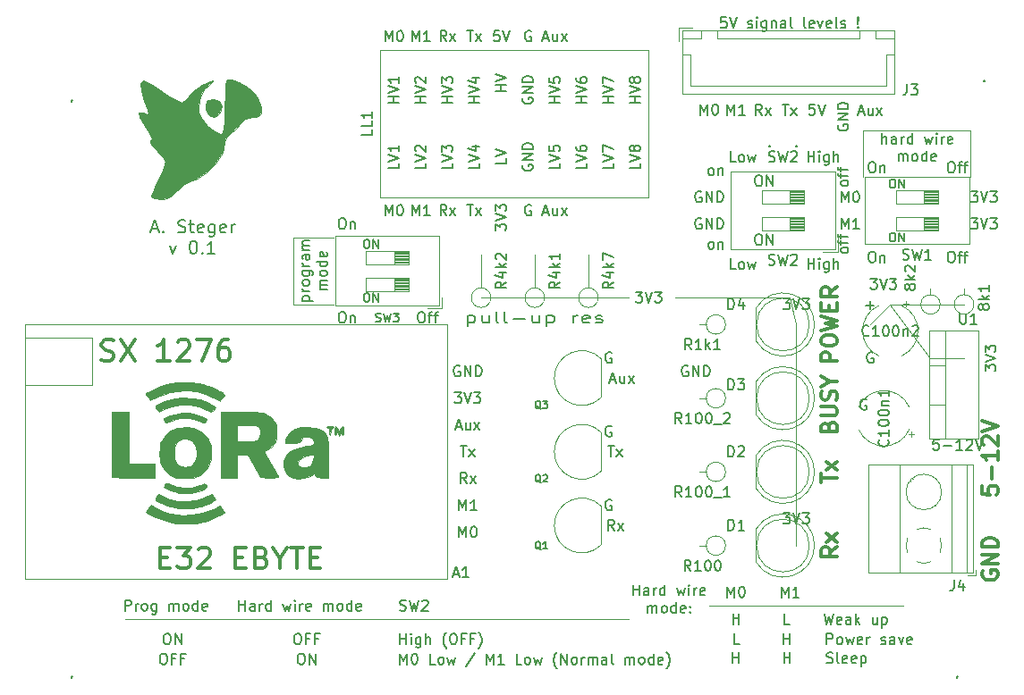
<source format=gbr>
%TF.GenerationSoftware,KiCad,Pcbnew,(5.1.6)-1*%
%TF.CreationDate,2021-06-18T09:44:18+05:30*%
%TF.ProjectId,PCB LoRa 32,50434220-4c6f-4526-9120-33322e6b6963,rev?*%
%TF.SameCoordinates,Original*%
%TF.FileFunction,Legend,Top*%
%TF.FilePolarity,Positive*%
%FSLAX46Y46*%
G04 Gerber Fmt 4.6, Leading zero omitted, Abs format (unit mm)*
G04 Created by KiCad (PCBNEW (5.1.6)-1) date 2021-06-18 09:44:18*
%MOMM*%
%LPD*%
G01*
G04 APERTURE LIST*
%ADD10C,0.150000*%
%ADD11C,0.120000*%
%ADD12C,0.300000*%
%ADD13C,0.200000*%
%ADD14C,0.010000*%
G04 APERTURE END LIST*
D10*
X186944047Y-80716428D02*
X187705952Y-80716428D01*
X187325000Y-81097380D02*
X187325000Y-80335476D01*
X186951904Y-89670000D02*
X186856666Y-89622380D01*
X186713809Y-89622380D01*
X186570952Y-89670000D01*
X186475714Y-89765238D01*
X186428095Y-89860476D01*
X186380476Y-90050952D01*
X186380476Y-90193809D01*
X186428095Y-90384285D01*
X186475714Y-90479523D01*
X186570952Y-90574761D01*
X186713809Y-90622380D01*
X186809047Y-90622380D01*
X186951904Y-90574761D01*
X186999523Y-90527142D01*
X186999523Y-90193809D01*
X186809047Y-90193809D01*
X187586904Y-85225000D02*
X187491666Y-85177380D01*
X187348809Y-85177380D01*
X187205952Y-85225000D01*
X187110714Y-85320238D01*
X187063095Y-85415476D01*
X187015476Y-85605952D01*
X187015476Y-85748809D01*
X187063095Y-85939285D01*
X187110714Y-86034523D01*
X187205952Y-86129761D01*
X187348809Y-86177380D01*
X187444047Y-86177380D01*
X187586904Y-86129761D01*
X187634523Y-86082142D01*
X187634523Y-85748809D01*
X187444047Y-85748809D01*
D11*
X187325000Y-82550000D02*
X189230000Y-80645000D01*
X187325000Y-82550000D02*
X189230000Y-80645000D01*
X196850000Y-64135000D02*
X196850000Y-68580000D01*
X186690000Y-64135000D02*
X196850000Y-64135000D01*
X186690000Y-68580000D02*
X186690000Y-64135000D01*
X132715000Y-74295000D02*
X136525000Y-74295000D01*
X132715000Y-80645000D02*
X132715000Y-74295000D01*
X136525000Y-80645000D02*
X132715000Y-80645000D01*
D10*
X149217857Y-81700714D02*
X149217857Y-82700714D01*
X149217857Y-81748333D02*
X149360714Y-81700714D01*
X149646428Y-81700714D01*
X149789285Y-81748333D01*
X149860714Y-81795952D01*
X149932142Y-81891190D01*
X149932142Y-82176904D01*
X149860714Y-82272142D01*
X149789285Y-82319761D01*
X149646428Y-82367380D01*
X149360714Y-82367380D01*
X149217857Y-82319761D01*
X151217857Y-81700714D02*
X151217857Y-82367380D01*
X150575000Y-81700714D02*
X150575000Y-82224523D01*
X150646428Y-82319761D01*
X150789285Y-82367380D01*
X151003571Y-82367380D01*
X151146428Y-82319761D01*
X151217857Y-82272142D01*
X152146428Y-82367380D02*
X152003571Y-82319761D01*
X151932142Y-82224523D01*
X151932142Y-81367380D01*
X152932142Y-82367380D02*
X152789285Y-82319761D01*
X152717857Y-82224523D01*
X152717857Y-81367380D01*
X153503571Y-81986428D02*
X154646428Y-81986428D01*
X156003571Y-81700714D02*
X156003571Y-82367380D01*
X155360714Y-81700714D02*
X155360714Y-82224523D01*
X155432142Y-82319761D01*
X155575000Y-82367380D01*
X155789285Y-82367380D01*
X155932142Y-82319761D01*
X156003571Y-82272142D01*
X156717857Y-81700714D02*
X156717857Y-82700714D01*
X156717857Y-81748333D02*
X156860714Y-81700714D01*
X157146428Y-81700714D01*
X157289285Y-81748333D01*
X157360714Y-81795952D01*
X157432142Y-81891190D01*
X157432142Y-82176904D01*
X157360714Y-82272142D01*
X157289285Y-82319761D01*
X157146428Y-82367380D01*
X156860714Y-82367380D01*
X156717857Y-82319761D01*
X159217857Y-82367380D02*
X159217857Y-81700714D01*
X159217857Y-81891190D02*
X159289285Y-81795952D01*
X159360714Y-81748333D01*
X159503571Y-81700714D01*
X159646428Y-81700714D01*
X160717857Y-82319761D02*
X160575000Y-82367380D01*
X160289285Y-82367380D01*
X160146428Y-82319761D01*
X160075000Y-82224523D01*
X160075000Y-81843571D01*
X160146428Y-81748333D01*
X160289285Y-81700714D01*
X160575000Y-81700714D01*
X160717857Y-81748333D01*
X160789285Y-81843571D01*
X160789285Y-81938809D01*
X160075000Y-82034047D01*
X161360714Y-82319761D02*
X161503571Y-82367380D01*
X161789285Y-82367380D01*
X161932142Y-82319761D01*
X162003571Y-82224523D01*
X162003571Y-82176904D01*
X161932142Y-82081666D01*
X161789285Y-82034047D01*
X161575000Y-82034047D01*
X161432142Y-81986428D01*
X161360714Y-81891190D01*
X161360714Y-81843571D01*
X161432142Y-81748333D01*
X161575000Y-81700714D01*
X161789285Y-81700714D01*
X161932142Y-81748333D01*
X162821904Y-99195000D02*
X162726666Y-99147380D01*
X162583809Y-99147380D01*
X162440952Y-99195000D01*
X162345714Y-99290238D01*
X162298095Y-99385476D01*
X162250476Y-99575952D01*
X162250476Y-99718809D01*
X162298095Y-99909285D01*
X162345714Y-100004523D01*
X162440952Y-100099761D01*
X162583809Y-100147380D01*
X162679047Y-100147380D01*
X162821904Y-100099761D01*
X162869523Y-100052142D01*
X162869523Y-99718809D01*
X162679047Y-99718809D01*
X162821904Y-92210000D02*
X162726666Y-92162380D01*
X162583809Y-92162380D01*
X162440952Y-92210000D01*
X162345714Y-92305238D01*
X162298095Y-92400476D01*
X162250476Y-92590952D01*
X162250476Y-92733809D01*
X162298095Y-92924285D01*
X162345714Y-93019523D01*
X162440952Y-93114761D01*
X162583809Y-93162380D01*
X162679047Y-93162380D01*
X162821904Y-93114761D01*
X162869523Y-93067142D01*
X162869523Y-92733809D01*
X162679047Y-92733809D01*
X162821904Y-85225000D02*
X162726666Y-85177380D01*
X162583809Y-85177380D01*
X162440952Y-85225000D01*
X162345714Y-85320238D01*
X162298095Y-85415476D01*
X162250476Y-85605952D01*
X162250476Y-85748809D01*
X162298095Y-85939285D01*
X162345714Y-86034523D01*
X162440952Y-86129761D01*
X162583809Y-86177380D01*
X162679047Y-86177380D01*
X162821904Y-86129761D01*
X162869523Y-86082142D01*
X162869523Y-85748809D01*
X162679047Y-85748809D01*
X164894047Y-108212380D02*
X164894047Y-107212380D01*
X164894047Y-107688571D02*
X165465476Y-107688571D01*
X165465476Y-108212380D02*
X165465476Y-107212380D01*
X166370238Y-108212380D02*
X166370238Y-107688571D01*
X166322619Y-107593333D01*
X166227380Y-107545714D01*
X166036904Y-107545714D01*
X165941666Y-107593333D01*
X166370238Y-108164761D02*
X166275000Y-108212380D01*
X166036904Y-108212380D01*
X165941666Y-108164761D01*
X165894047Y-108069523D01*
X165894047Y-107974285D01*
X165941666Y-107879047D01*
X166036904Y-107831428D01*
X166275000Y-107831428D01*
X166370238Y-107783809D01*
X166846428Y-108212380D02*
X166846428Y-107545714D01*
X166846428Y-107736190D02*
X166894047Y-107640952D01*
X166941666Y-107593333D01*
X167036904Y-107545714D01*
X167132142Y-107545714D01*
X167894047Y-108212380D02*
X167894047Y-107212380D01*
X167894047Y-108164761D02*
X167798809Y-108212380D01*
X167608333Y-108212380D01*
X167513095Y-108164761D01*
X167465476Y-108117142D01*
X167417857Y-108021904D01*
X167417857Y-107736190D01*
X167465476Y-107640952D01*
X167513095Y-107593333D01*
X167608333Y-107545714D01*
X167798809Y-107545714D01*
X167894047Y-107593333D01*
X169036904Y-107545714D02*
X169227380Y-108212380D01*
X169417857Y-107736190D01*
X169608333Y-108212380D01*
X169798809Y-107545714D01*
X170179761Y-108212380D02*
X170179761Y-107545714D01*
X170179761Y-107212380D02*
X170132142Y-107260000D01*
X170179761Y-107307619D01*
X170227380Y-107260000D01*
X170179761Y-107212380D01*
X170179761Y-107307619D01*
X170655952Y-108212380D02*
X170655952Y-107545714D01*
X170655952Y-107736190D02*
X170703571Y-107640952D01*
X170751190Y-107593333D01*
X170846428Y-107545714D01*
X170941666Y-107545714D01*
X171655952Y-108164761D02*
X171560714Y-108212380D01*
X171370238Y-108212380D01*
X171275000Y-108164761D01*
X171227380Y-108069523D01*
X171227380Y-107688571D01*
X171275000Y-107593333D01*
X171370238Y-107545714D01*
X171560714Y-107545714D01*
X171655952Y-107593333D01*
X171703571Y-107688571D01*
X171703571Y-107783809D01*
X171227380Y-107879047D01*
X166275000Y-109862380D02*
X166275000Y-109195714D01*
X166275000Y-109290952D02*
X166322619Y-109243333D01*
X166417857Y-109195714D01*
X166560714Y-109195714D01*
X166655952Y-109243333D01*
X166703571Y-109338571D01*
X166703571Y-109862380D01*
X166703571Y-109338571D02*
X166751190Y-109243333D01*
X166846428Y-109195714D01*
X166989285Y-109195714D01*
X167084523Y-109243333D01*
X167132142Y-109338571D01*
X167132142Y-109862380D01*
X167751190Y-109862380D02*
X167655952Y-109814761D01*
X167608333Y-109767142D01*
X167560714Y-109671904D01*
X167560714Y-109386190D01*
X167608333Y-109290952D01*
X167655952Y-109243333D01*
X167751190Y-109195714D01*
X167894047Y-109195714D01*
X167989285Y-109243333D01*
X168036904Y-109290952D01*
X168084523Y-109386190D01*
X168084523Y-109671904D01*
X168036904Y-109767142D01*
X167989285Y-109814761D01*
X167894047Y-109862380D01*
X167751190Y-109862380D01*
X168941666Y-109862380D02*
X168941666Y-108862380D01*
X168941666Y-109814761D02*
X168846428Y-109862380D01*
X168655952Y-109862380D01*
X168560714Y-109814761D01*
X168513095Y-109767142D01*
X168465476Y-109671904D01*
X168465476Y-109386190D01*
X168513095Y-109290952D01*
X168560714Y-109243333D01*
X168655952Y-109195714D01*
X168846428Y-109195714D01*
X168941666Y-109243333D01*
X169798809Y-109814761D02*
X169703571Y-109862380D01*
X169513095Y-109862380D01*
X169417857Y-109814761D01*
X169370238Y-109719523D01*
X169370238Y-109338571D01*
X169417857Y-109243333D01*
X169513095Y-109195714D01*
X169703571Y-109195714D01*
X169798809Y-109243333D01*
X169846428Y-109338571D01*
X169846428Y-109433809D01*
X169370238Y-109529047D01*
X170275000Y-109767142D02*
X170322619Y-109814761D01*
X170275000Y-109862380D01*
X170227380Y-109814761D01*
X170275000Y-109767142D01*
X170275000Y-109862380D01*
X170275000Y-109243333D02*
X170322619Y-109290952D01*
X170275000Y-109338571D01*
X170227380Y-109290952D01*
X170275000Y-109243333D01*
X170275000Y-109338571D01*
X177736666Y-67079761D02*
X177879523Y-67127380D01*
X178117619Y-67127380D01*
X178212857Y-67079761D01*
X178260476Y-67032142D01*
X178308095Y-66936904D01*
X178308095Y-66841666D01*
X178260476Y-66746428D01*
X178212857Y-66698809D01*
X178117619Y-66651190D01*
X177927142Y-66603571D01*
X177831904Y-66555952D01*
X177784285Y-66508333D01*
X177736666Y-66413095D01*
X177736666Y-66317857D01*
X177784285Y-66222619D01*
X177831904Y-66175000D01*
X177927142Y-66127380D01*
X178165238Y-66127380D01*
X178308095Y-66175000D01*
X178641428Y-66127380D02*
X178879523Y-67127380D01*
X179070000Y-66413095D01*
X179260476Y-67127380D01*
X179498571Y-66127380D01*
X179831904Y-66222619D02*
X179879523Y-66175000D01*
X179974761Y-66127380D01*
X180212857Y-66127380D01*
X180308095Y-66175000D01*
X180355714Y-66222619D01*
X180403333Y-66317857D01*
X180403333Y-66413095D01*
X180355714Y-66555952D01*
X179784285Y-67127380D01*
X180403333Y-67127380D01*
D11*
X116840000Y-110490000D02*
X164465000Y-110490000D01*
X172085000Y-109220000D02*
X190500000Y-109220000D01*
D10*
X174308285Y-114625380D02*
X174308285Y-113625380D01*
X174308285Y-114101571D02*
X174879714Y-114101571D01*
X174879714Y-114625380D02*
X174879714Y-113625380D01*
X179165428Y-114625380D02*
X179165428Y-113625380D01*
X179165428Y-114101571D02*
X179736857Y-114101571D01*
X179736857Y-114625380D02*
X179736857Y-113625380D01*
X183213047Y-114577761D02*
X183355904Y-114625380D01*
X183594000Y-114625380D01*
X183689238Y-114577761D01*
X183736857Y-114530142D01*
X183784476Y-114434904D01*
X183784476Y-114339666D01*
X183736857Y-114244428D01*
X183689238Y-114196809D01*
X183594000Y-114149190D01*
X183403523Y-114101571D01*
X183308285Y-114053952D01*
X183260666Y-114006333D01*
X183213047Y-113911095D01*
X183213047Y-113815857D01*
X183260666Y-113720619D01*
X183308285Y-113673000D01*
X183403523Y-113625380D01*
X183641619Y-113625380D01*
X183784476Y-113673000D01*
X184355904Y-114625380D02*
X184260666Y-114577761D01*
X184213047Y-114482523D01*
X184213047Y-113625380D01*
X185117809Y-114577761D02*
X185022571Y-114625380D01*
X184832095Y-114625380D01*
X184736857Y-114577761D01*
X184689238Y-114482523D01*
X184689238Y-114101571D01*
X184736857Y-114006333D01*
X184832095Y-113958714D01*
X185022571Y-113958714D01*
X185117809Y-114006333D01*
X185165428Y-114101571D01*
X185165428Y-114196809D01*
X184689238Y-114292047D01*
X185974952Y-114577761D02*
X185879714Y-114625380D01*
X185689238Y-114625380D01*
X185594000Y-114577761D01*
X185546380Y-114482523D01*
X185546380Y-114101571D01*
X185594000Y-114006333D01*
X185689238Y-113958714D01*
X185879714Y-113958714D01*
X185974952Y-114006333D01*
X186022571Y-114101571D01*
X186022571Y-114196809D01*
X185546380Y-114292047D01*
X186451142Y-113958714D02*
X186451142Y-114958714D01*
X186451142Y-114006333D02*
X186546380Y-113958714D01*
X186736857Y-113958714D01*
X186832095Y-114006333D01*
X186879714Y-114053952D01*
X186927333Y-114149190D01*
X186927333Y-114434904D01*
X186879714Y-114530142D01*
X186832095Y-114577761D01*
X186736857Y-114625380D01*
X186546380Y-114625380D01*
X186451142Y-114577761D01*
X174975238Y-112847380D02*
X174499047Y-112847380D01*
X174499047Y-111847380D01*
X179118095Y-112847380D02*
X179118095Y-111847380D01*
X179118095Y-112323571D02*
X179689523Y-112323571D01*
X179689523Y-112847380D02*
X179689523Y-111847380D01*
X183213333Y-112847380D02*
X183213333Y-111847380D01*
X183594285Y-111847380D01*
X183689523Y-111895000D01*
X183737142Y-111942619D01*
X183784761Y-112037857D01*
X183784761Y-112180714D01*
X183737142Y-112275952D01*
X183689523Y-112323571D01*
X183594285Y-112371190D01*
X183213333Y-112371190D01*
X184356190Y-112847380D02*
X184260952Y-112799761D01*
X184213333Y-112752142D01*
X184165714Y-112656904D01*
X184165714Y-112371190D01*
X184213333Y-112275952D01*
X184260952Y-112228333D01*
X184356190Y-112180714D01*
X184499047Y-112180714D01*
X184594285Y-112228333D01*
X184641904Y-112275952D01*
X184689523Y-112371190D01*
X184689523Y-112656904D01*
X184641904Y-112752142D01*
X184594285Y-112799761D01*
X184499047Y-112847380D01*
X184356190Y-112847380D01*
X185022857Y-112180714D02*
X185213333Y-112847380D01*
X185403809Y-112371190D01*
X185594285Y-112847380D01*
X185784761Y-112180714D01*
X186546666Y-112799761D02*
X186451428Y-112847380D01*
X186260952Y-112847380D01*
X186165714Y-112799761D01*
X186118095Y-112704523D01*
X186118095Y-112323571D01*
X186165714Y-112228333D01*
X186260952Y-112180714D01*
X186451428Y-112180714D01*
X186546666Y-112228333D01*
X186594285Y-112323571D01*
X186594285Y-112418809D01*
X186118095Y-112514047D01*
X187022857Y-112847380D02*
X187022857Y-112180714D01*
X187022857Y-112371190D02*
X187070476Y-112275952D01*
X187118095Y-112228333D01*
X187213333Y-112180714D01*
X187308571Y-112180714D01*
X188356190Y-112799761D02*
X188451428Y-112847380D01*
X188641904Y-112847380D01*
X188737142Y-112799761D01*
X188784761Y-112704523D01*
X188784761Y-112656904D01*
X188737142Y-112561666D01*
X188641904Y-112514047D01*
X188499047Y-112514047D01*
X188403809Y-112466428D01*
X188356190Y-112371190D01*
X188356190Y-112323571D01*
X188403809Y-112228333D01*
X188499047Y-112180714D01*
X188641904Y-112180714D01*
X188737142Y-112228333D01*
X189641904Y-112847380D02*
X189641904Y-112323571D01*
X189594285Y-112228333D01*
X189499047Y-112180714D01*
X189308571Y-112180714D01*
X189213333Y-112228333D01*
X189641904Y-112799761D02*
X189546666Y-112847380D01*
X189308571Y-112847380D01*
X189213333Y-112799761D01*
X189165714Y-112704523D01*
X189165714Y-112609285D01*
X189213333Y-112514047D01*
X189308571Y-112466428D01*
X189546666Y-112466428D01*
X189641904Y-112418809D01*
X190022857Y-112180714D02*
X190260952Y-112847380D01*
X190499047Y-112180714D01*
X191260952Y-112799761D02*
X191165714Y-112847380D01*
X190975238Y-112847380D01*
X190880000Y-112799761D01*
X190832380Y-112704523D01*
X190832380Y-112323571D01*
X190880000Y-112228333D01*
X190975238Y-112180714D01*
X191165714Y-112180714D01*
X191260952Y-112228333D01*
X191308571Y-112323571D01*
X191308571Y-112418809D01*
X190832380Y-112514047D01*
X174348095Y-110942380D02*
X174348095Y-109942380D01*
X174348095Y-110418571D02*
X174919523Y-110418571D01*
X174919523Y-110942380D02*
X174919523Y-109942380D01*
X179681428Y-110942380D02*
X179205238Y-110942380D01*
X179205238Y-109942380D01*
X182967142Y-109942380D02*
X183205238Y-110942380D01*
X183395714Y-110228095D01*
X183586190Y-110942380D01*
X183824285Y-109942380D01*
X184586190Y-110894761D02*
X184490952Y-110942380D01*
X184300476Y-110942380D01*
X184205238Y-110894761D01*
X184157619Y-110799523D01*
X184157619Y-110418571D01*
X184205238Y-110323333D01*
X184300476Y-110275714D01*
X184490952Y-110275714D01*
X184586190Y-110323333D01*
X184633809Y-110418571D01*
X184633809Y-110513809D01*
X184157619Y-110609047D01*
X185490952Y-110942380D02*
X185490952Y-110418571D01*
X185443333Y-110323333D01*
X185348095Y-110275714D01*
X185157619Y-110275714D01*
X185062380Y-110323333D01*
X185490952Y-110894761D02*
X185395714Y-110942380D01*
X185157619Y-110942380D01*
X185062380Y-110894761D01*
X185014761Y-110799523D01*
X185014761Y-110704285D01*
X185062380Y-110609047D01*
X185157619Y-110561428D01*
X185395714Y-110561428D01*
X185490952Y-110513809D01*
X185967142Y-110942380D02*
X185967142Y-109942380D01*
X186062380Y-110561428D02*
X186348095Y-110942380D01*
X186348095Y-110275714D02*
X185967142Y-110656666D01*
X187967142Y-110275714D02*
X187967142Y-110942380D01*
X187538571Y-110275714D02*
X187538571Y-110799523D01*
X187586190Y-110894761D01*
X187681428Y-110942380D01*
X187824285Y-110942380D01*
X187919523Y-110894761D01*
X187967142Y-110847142D01*
X188443333Y-110275714D02*
X188443333Y-111275714D01*
X188443333Y-110323333D02*
X188538571Y-110275714D01*
X188729047Y-110275714D01*
X188824285Y-110323333D01*
X188871904Y-110370952D01*
X188919523Y-110466190D01*
X188919523Y-110751904D01*
X188871904Y-110847142D01*
X188824285Y-110894761D01*
X188729047Y-110942380D01*
X188538571Y-110942380D01*
X188443333Y-110894761D01*
X173784047Y-108402380D02*
X173784047Y-107402380D01*
X174117380Y-108116666D01*
X174450714Y-107402380D01*
X174450714Y-108402380D01*
X175117380Y-107402380D02*
X175212619Y-107402380D01*
X175307857Y-107450000D01*
X175355476Y-107497619D01*
X175403095Y-107592857D01*
X175450714Y-107783333D01*
X175450714Y-108021428D01*
X175403095Y-108211904D01*
X175355476Y-108307142D01*
X175307857Y-108354761D01*
X175212619Y-108402380D01*
X175117380Y-108402380D01*
X175022142Y-108354761D01*
X174974523Y-108307142D01*
X174926904Y-108211904D01*
X174879285Y-108021428D01*
X174879285Y-107783333D01*
X174926904Y-107592857D01*
X174974523Y-107497619D01*
X175022142Y-107450000D01*
X175117380Y-107402380D01*
X178926904Y-108402380D02*
X178926904Y-107402380D01*
X179260238Y-108116666D01*
X179593571Y-107402380D01*
X179593571Y-108402380D01*
X180593571Y-108402380D02*
X180022142Y-108402380D01*
X180307857Y-108402380D02*
X180307857Y-107402380D01*
X180212619Y-107545238D01*
X180117380Y-107640476D01*
X180022142Y-107688095D01*
X142813095Y-114752380D02*
X142813095Y-113752380D01*
X143146428Y-114466666D01*
X143479761Y-113752380D01*
X143479761Y-114752380D01*
X144146428Y-113752380D02*
X144241666Y-113752380D01*
X144336904Y-113800000D01*
X144384523Y-113847619D01*
X144432142Y-113942857D01*
X144479761Y-114133333D01*
X144479761Y-114371428D01*
X144432142Y-114561904D01*
X144384523Y-114657142D01*
X144336904Y-114704761D01*
X144241666Y-114752380D01*
X144146428Y-114752380D01*
X144051190Y-114704761D01*
X144003571Y-114657142D01*
X143955952Y-114561904D01*
X143908333Y-114371428D01*
X143908333Y-114133333D01*
X143955952Y-113942857D01*
X144003571Y-113847619D01*
X144051190Y-113800000D01*
X144146428Y-113752380D01*
X146146428Y-114752380D02*
X145670238Y-114752380D01*
X145670238Y-113752380D01*
X146622619Y-114752380D02*
X146527380Y-114704761D01*
X146479761Y-114657142D01*
X146432142Y-114561904D01*
X146432142Y-114276190D01*
X146479761Y-114180952D01*
X146527380Y-114133333D01*
X146622619Y-114085714D01*
X146765476Y-114085714D01*
X146860714Y-114133333D01*
X146908333Y-114180952D01*
X146955952Y-114276190D01*
X146955952Y-114561904D01*
X146908333Y-114657142D01*
X146860714Y-114704761D01*
X146765476Y-114752380D01*
X146622619Y-114752380D01*
X147289285Y-114085714D02*
X147479761Y-114752380D01*
X147670238Y-114276190D01*
X147860714Y-114752380D01*
X148051190Y-114085714D01*
X149908333Y-113704761D02*
X149051190Y-114990476D01*
X151003571Y-114752380D02*
X151003571Y-113752380D01*
X151336904Y-114466666D01*
X151670238Y-113752380D01*
X151670238Y-114752380D01*
X152670238Y-114752380D02*
X152098809Y-114752380D01*
X152384523Y-114752380D02*
X152384523Y-113752380D01*
X152289285Y-113895238D01*
X152194047Y-113990476D01*
X152098809Y-114038095D01*
X154336904Y-114752380D02*
X153860714Y-114752380D01*
X153860714Y-113752380D01*
X154813095Y-114752380D02*
X154717857Y-114704761D01*
X154670238Y-114657142D01*
X154622619Y-114561904D01*
X154622619Y-114276190D01*
X154670238Y-114180952D01*
X154717857Y-114133333D01*
X154813095Y-114085714D01*
X154955952Y-114085714D01*
X155051190Y-114133333D01*
X155098809Y-114180952D01*
X155146428Y-114276190D01*
X155146428Y-114561904D01*
X155098809Y-114657142D01*
X155051190Y-114704761D01*
X154955952Y-114752380D01*
X154813095Y-114752380D01*
X155479761Y-114085714D02*
X155670238Y-114752380D01*
X155860714Y-114276190D01*
X156051190Y-114752380D01*
X156241666Y-114085714D01*
X157670238Y-115133333D02*
X157622619Y-115085714D01*
X157527380Y-114942857D01*
X157479761Y-114847619D01*
X157432142Y-114704761D01*
X157384523Y-114466666D01*
X157384523Y-114276190D01*
X157432142Y-114038095D01*
X157479761Y-113895238D01*
X157527380Y-113800000D01*
X157622619Y-113657142D01*
X157670238Y-113609523D01*
X158051190Y-114752380D02*
X158051190Y-113752380D01*
X158622619Y-114752380D01*
X158622619Y-113752380D01*
X159241666Y-114752380D02*
X159146428Y-114704761D01*
X159098809Y-114657142D01*
X159051190Y-114561904D01*
X159051190Y-114276190D01*
X159098809Y-114180952D01*
X159146428Y-114133333D01*
X159241666Y-114085714D01*
X159384523Y-114085714D01*
X159479761Y-114133333D01*
X159527380Y-114180952D01*
X159575000Y-114276190D01*
X159575000Y-114561904D01*
X159527380Y-114657142D01*
X159479761Y-114704761D01*
X159384523Y-114752380D01*
X159241666Y-114752380D01*
X160003571Y-114752380D02*
X160003571Y-114085714D01*
X160003571Y-114276190D02*
X160051190Y-114180952D01*
X160098809Y-114133333D01*
X160194047Y-114085714D01*
X160289285Y-114085714D01*
X160622619Y-114752380D02*
X160622619Y-114085714D01*
X160622619Y-114180952D02*
X160670238Y-114133333D01*
X160765476Y-114085714D01*
X160908333Y-114085714D01*
X161003571Y-114133333D01*
X161051190Y-114228571D01*
X161051190Y-114752380D01*
X161051190Y-114228571D02*
X161098809Y-114133333D01*
X161194047Y-114085714D01*
X161336904Y-114085714D01*
X161432142Y-114133333D01*
X161479761Y-114228571D01*
X161479761Y-114752380D01*
X162384523Y-114752380D02*
X162384523Y-114228571D01*
X162336904Y-114133333D01*
X162241666Y-114085714D01*
X162051190Y-114085714D01*
X161955952Y-114133333D01*
X162384523Y-114704761D02*
X162289285Y-114752380D01*
X162051190Y-114752380D01*
X161955952Y-114704761D01*
X161908333Y-114609523D01*
X161908333Y-114514285D01*
X161955952Y-114419047D01*
X162051190Y-114371428D01*
X162289285Y-114371428D01*
X162384523Y-114323809D01*
X163003571Y-114752380D02*
X162908333Y-114704761D01*
X162860714Y-114609523D01*
X162860714Y-113752380D01*
X164146428Y-114752380D02*
X164146428Y-114085714D01*
X164146428Y-114180952D02*
X164194047Y-114133333D01*
X164289285Y-114085714D01*
X164432142Y-114085714D01*
X164527380Y-114133333D01*
X164575000Y-114228571D01*
X164575000Y-114752380D01*
X164575000Y-114228571D02*
X164622619Y-114133333D01*
X164717857Y-114085714D01*
X164860714Y-114085714D01*
X164955952Y-114133333D01*
X165003571Y-114228571D01*
X165003571Y-114752380D01*
X165622619Y-114752380D02*
X165527380Y-114704761D01*
X165479761Y-114657142D01*
X165432142Y-114561904D01*
X165432142Y-114276190D01*
X165479761Y-114180952D01*
X165527380Y-114133333D01*
X165622619Y-114085714D01*
X165765476Y-114085714D01*
X165860714Y-114133333D01*
X165908333Y-114180952D01*
X165955952Y-114276190D01*
X165955952Y-114561904D01*
X165908333Y-114657142D01*
X165860714Y-114704761D01*
X165765476Y-114752380D01*
X165622619Y-114752380D01*
X166813095Y-114752380D02*
X166813095Y-113752380D01*
X166813095Y-114704761D02*
X166717857Y-114752380D01*
X166527380Y-114752380D01*
X166432142Y-114704761D01*
X166384523Y-114657142D01*
X166336904Y-114561904D01*
X166336904Y-114276190D01*
X166384523Y-114180952D01*
X166432142Y-114133333D01*
X166527380Y-114085714D01*
X166717857Y-114085714D01*
X166813095Y-114133333D01*
X167670238Y-114704761D02*
X167575000Y-114752380D01*
X167384523Y-114752380D01*
X167289285Y-114704761D01*
X167241666Y-114609523D01*
X167241666Y-114228571D01*
X167289285Y-114133333D01*
X167384523Y-114085714D01*
X167575000Y-114085714D01*
X167670238Y-114133333D01*
X167717857Y-114228571D01*
X167717857Y-114323809D01*
X167241666Y-114419047D01*
X168051190Y-115133333D02*
X168098809Y-115085714D01*
X168194047Y-114942857D01*
X168241666Y-114847619D01*
X168289285Y-114704761D01*
X168336904Y-114466666D01*
X168336904Y-114276190D01*
X168289285Y-114038095D01*
X168241666Y-113895238D01*
X168194047Y-113800000D01*
X168098809Y-113657142D01*
X168051190Y-113609523D01*
X120332619Y-113752380D02*
X120523095Y-113752380D01*
X120618333Y-113800000D01*
X120713571Y-113895238D01*
X120761190Y-114085714D01*
X120761190Y-114419047D01*
X120713571Y-114609523D01*
X120618333Y-114704761D01*
X120523095Y-114752380D01*
X120332619Y-114752380D01*
X120237380Y-114704761D01*
X120142142Y-114609523D01*
X120094523Y-114419047D01*
X120094523Y-114085714D01*
X120142142Y-113895238D01*
X120237380Y-113800000D01*
X120332619Y-113752380D01*
X121523095Y-114228571D02*
X121189761Y-114228571D01*
X121189761Y-114752380D02*
X121189761Y-113752380D01*
X121665952Y-113752380D01*
X122380238Y-114228571D02*
X122046904Y-114228571D01*
X122046904Y-114752380D02*
X122046904Y-113752380D01*
X122523095Y-113752380D01*
X133365952Y-113752380D02*
X133556428Y-113752380D01*
X133651666Y-113800000D01*
X133746904Y-113895238D01*
X133794523Y-114085714D01*
X133794523Y-114419047D01*
X133746904Y-114609523D01*
X133651666Y-114704761D01*
X133556428Y-114752380D01*
X133365952Y-114752380D01*
X133270714Y-114704761D01*
X133175476Y-114609523D01*
X133127857Y-114419047D01*
X133127857Y-114085714D01*
X133175476Y-113895238D01*
X133270714Y-113800000D01*
X133365952Y-113752380D01*
X134223095Y-114752380D02*
X134223095Y-113752380D01*
X134794523Y-114752380D01*
X134794523Y-113752380D01*
X142827857Y-112847380D02*
X142827857Y-111847380D01*
X142827857Y-112323571D02*
X143399285Y-112323571D01*
X143399285Y-112847380D02*
X143399285Y-111847380D01*
X143875476Y-112847380D02*
X143875476Y-112180714D01*
X143875476Y-111847380D02*
X143827857Y-111895000D01*
X143875476Y-111942619D01*
X143923095Y-111895000D01*
X143875476Y-111847380D01*
X143875476Y-111942619D01*
X144780238Y-112180714D02*
X144780238Y-112990238D01*
X144732619Y-113085476D01*
X144685000Y-113133095D01*
X144589761Y-113180714D01*
X144446904Y-113180714D01*
X144351666Y-113133095D01*
X144780238Y-112799761D02*
X144685000Y-112847380D01*
X144494523Y-112847380D01*
X144399285Y-112799761D01*
X144351666Y-112752142D01*
X144304047Y-112656904D01*
X144304047Y-112371190D01*
X144351666Y-112275952D01*
X144399285Y-112228333D01*
X144494523Y-112180714D01*
X144685000Y-112180714D01*
X144780238Y-112228333D01*
X145256428Y-112847380D02*
X145256428Y-111847380D01*
X145685000Y-112847380D02*
X145685000Y-112323571D01*
X145637380Y-112228333D01*
X145542142Y-112180714D01*
X145399285Y-112180714D01*
X145304047Y-112228333D01*
X145256428Y-112275952D01*
X147208809Y-113228333D02*
X147161190Y-113180714D01*
X147065952Y-113037857D01*
X147018333Y-112942619D01*
X146970714Y-112799761D01*
X146923095Y-112561666D01*
X146923095Y-112371190D01*
X146970714Y-112133095D01*
X147018333Y-111990238D01*
X147065952Y-111895000D01*
X147161190Y-111752142D01*
X147208809Y-111704523D01*
X147780238Y-111847380D02*
X147970714Y-111847380D01*
X148065952Y-111895000D01*
X148161190Y-111990238D01*
X148208809Y-112180714D01*
X148208809Y-112514047D01*
X148161190Y-112704523D01*
X148065952Y-112799761D01*
X147970714Y-112847380D01*
X147780238Y-112847380D01*
X147685000Y-112799761D01*
X147589761Y-112704523D01*
X147542142Y-112514047D01*
X147542142Y-112180714D01*
X147589761Y-111990238D01*
X147685000Y-111895000D01*
X147780238Y-111847380D01*
X148970714Y-112323571D02*
X148637380Y-112323571D01*
X148637380Y-112847380D02*
X148637380Y-111847380D01*
X149113571Y-111847380D01*
X149827857Y-112323571D02*
X149494523Y-112323571D01*
X149494523Y-112847380D02*
X149494523Y-111847380D01*
X149970714Y-111847380D01*
X150256428Y-113228333D02*
X150304047Y-113180714D01*
X150399285Y-113037857D01*
X150446904Y-112942619D01*
X150494523Y-112799761D01*
X150542142Y-112561666D01*
X150542142Y-112371190D01*
X150494523Y-112133095D01*
X150446904Y-111990238D01*
X150399285Y-111895000D01*
X150304047Y-111752142D01*
X150256428Y-111704523D01*
X133032619Y-111847380D02*
X133223095Y-111847380D01*
X133318333Y-111895000D01*
X133413571Y-111990238D01*
X133461190Y-112180714D01*
X133461190Y-112514047D01*
X133413571Y-112704523D01*
X133318333Y-112799761D01*
X133223095Y-112847380D01*
X133032619Y-112847380D01*
X132937380Y-112799761D01*
X132842142Y-112704523D01*
X132794523Y-112514047D01*
X132794523Y-112180714D01*
X132842142Y-111990238D01*
X132937380Y-111895000D01*
X133032619Y-111847380D01*
X134223095Y-112323571D02*
X133889761Y-112323571D01*
X133889761Y-112847380D02*
X133889761Y-111847380D01*
X134365952Y-111847380D01*
X135080238Y-112323571D02*
X134746904Y-112323571D01*
X134746904Y-112847380D02*
X134746904Y-111847380D01*
X135223095Y-111847380D01*
X120665952Y-111847380D02*
X120856428Y-111847380D01*
X120951666Y-111895000D01*
X121046904Y-111990238D01*
X121094523Y-112180714D01*
X121094523Y-112514047D01*
X121046904Y-112704523D01*
X120951666Y-112799761D01*
X120856428Y-112847380D01*
X120665952Y-112847380D01*
X120570714Y-112799761D01*
X120475476Y-112704523D01*
X120427857Y-112514047D01*
X120427857Y-112180714D01*
X120475476Y-111990238D01*
X120570714Y-111895000D01*
X120665952Y-111847380D01*
X121523095Y-112847380D02*
X121523095Y-111847380D01*
X122094523Y-112847380D01*
X122094523Y-111847380D01*
X142811666Y-109624761D02*
X142954523Y-109672380D01*
X143192619Y-109672380D01*
X143287857Y-109624761D01*
X143335476Y-109577142D01*
X143383095Y-109481904D01*
X143383095Y-109386666D01*
X143335476Y-109291428D01*
X143287857Y-109243809D01*
X143192619Y-109196190D01*
X143002142Y-109148571D01*
X142906904Y-109100952D01*
X142859285Y-109053333D01*
X142811666Y-108958095D01*
X142811666Y-108862857D01*
X142859285Y-108767619D01*
X142906904Y-108720000D01*
X143002142Y-108672380D01*
X143240238Y-108672380D01*
X143383095Y-108720000D01*
X143716428Y-108672380D02*
X143954523Y-109672380D01*
X144145000Y-108958095D01*
X144335476Y-109672380D01*
X144573571Y-108672380D01*
X144906904Y-108767619D02*
X144954523Y-108720000D01*
X145049761Y-108672380D01*
X145287857Y-108672380D01*
X145383095Y-108720000D01*
X145430714Y-108767619D01*
X145478333Y-108862857D01*
X145478333Y-108958095D01*
X145430714Y-109100952D01*
X144859285Y-109672380D01*
X145478333Y-109672380D01*
X127588095Y-109672380D02*
X127588095Y-108672380D01*
X127588095Y-109148571D02*
X128159523Y-109148571D01*
X128159523Y-109672380D02*
X128159523Y-108672380D01*
X129064285Y-109672380D02*
X129064285Y-109148571D01*
X129016666Y-109053333D01*
X128921428Y-109005714D01*
X128730952Y-109005714D01*
X128635714Y-109053333D01*
X129064285Y-109624761D02*
X128969047Y-109672380D01*
X128730952Y-109672380D01*
X128635714Y-109624761D01*
X128588095Y-109529523D01*
X128588095Y-109434285D01*
X128635714Y-109339047D01*
X128730952Y-109291428D01*
X128969047Y-109291428D01*
X129064285Y-109243809D01*
X129540476Y-109672380D02*
X129540476Y-109005714D01*
X129540476Y-109196190D02*
X129588095Y-109100952D01*
X129635714Y-109053333D01*
X129730952Y-109005714D01*
X129826190Y-109005714D01*
X130588095Y-109672380D02*
X130588095Y-108672380D01*
X130588095Y-109624761D02*
X130492857Y-109672380D01*
X130302380Y-109672380D01*
X130207142Y-109624761D01*
X130159523Y-109577142D01*
X130111904Y-109481904D01*
X130111904Y-109196190D01*
X130159523Y-109100952D01*
X130207142Y-109053333D01*
X130302380Y-109005714D01*
X130492857Y-109005714D01*
X130588095Y-109053333D01*
X131730952Y-109005714D02*
X131921428Y-109672380D01*
X132111904Y-109196190D01*
X132302380Y-109672380D01*
X132492857Y-109005714D01*
X132873809Y-109672380D02*
X132873809Y-109005714D01*
X132873809Y-108672380D02*
X132826190Y-108720000D01*
X132873809Y-108767619D01*
X132921428Y-108720000D01*
X132873809Y-108672380D01*
X132873809Y-108767619D01*
X133350000Y-109672380D02*
X133350000Y-109005714D01*
X133350000Y-109196190D02*
X133397619Y-109100952D01*
X133445238Y-109053333D01*
X133540476Y-109005714D01*
X133635714Y-109005714D01*
X134350000Y-109624761D02*
X134254761Y-109672380D01*
X134064285Y-109672380D01*
X133969047Y-109624761D01*
X133921428Y-109529523D01*
X133921428Y-109148571D01*
X133969047Y-109053333D01*
X134064285Y-109005714D01*
X134254761Y-109005714D01*
X134350000Y-109053333D01*
X134397619Y-109148571D01*
X134397619Y-109243809D01*
X133921428Y-109339047D01*
X135588095Y-109672380D02*
X135588095Y-109005714D01*
X135588095Y-109100952D02*
X135635714Y-109053333D01*
X135730952Y-109005714D01*
X135873809Y-109005714D01*
X135969047Y-109053333D01*
X136016666Y-109148571D01*
X136016666Y-109672380D01*
X136016666Y-109148571D02*
X136064285Y-109053333D01*
X136159523Y-109005714D01*
X136302380Y-109005714D01*
X136397619Y-109053333D01*
X136445238Y-109148571D01*
X136445238Y-109672380D01*
X137064285Y-109672380D02*
X136969047Y-109624761D01*
X136921428Y-109577142D01*
X136873809Y-109481904D01*
X136873809Y-109196190D01*
X136921428Y-109100952D01*
X136969047Y-109053333D01*
X137064285Y-109005714D01*
X137207142Y-109005714D01*
X137302380Y-109053333D01*
X137350000Y-109100952D01*
X137397619Y-109196190D01*
X137397619Y-109481904D01*
X137350000Y-109577142D01*
X137302380Y-109624761D01*
X137207142Y-109672380D01*
X137064285Y-109672380D01*
X138254761Y-109672380D02*
X138254761Y-108672380D01*
X138254761Y-109624761D02*
X138159523Y-109672380D01*
X137969047Y-109672380D01*
X137873809Y-109624761D01*
X137826190Y-109577142D01*
X137778571Y-109481904D01*
X137778571Y-109196190D01*
X137826190Y-109100952D01*
X137873809Y-109053333D01*
X137969047Y-109005714D01*
X138159523Y-109005714D01*
X138254761Y-109053333D01*
X139111904Y-109624761D02*
X139016666Y-109672380D01*
X138826190Y-109672380D01*
X138730952Y-109624761D01*
X138683333Y-109529523D01*
X138683333Y-109148571D01*
X138730952Y-109053333D01*
X138826190Y-109005714D01*
X139016666Y-109005714D01*
X139111904Y-109053333D01*
X139159523Y-109148571D01*
X139159523Y-109243809D01*
X138683333Y-109339047D01*
X116792857Y-109672380D02*
X116792857Y-108672380D01*
X117173809Y-108672380D01*
X117269047Y-108720000D01*
X117316666Y-108767619D01*
X117364285Y-108862857D01*
X117364285Y-109005714D01*
X117316666Y-109100952D01*
X117269047Y-109148571D01*
X117173809Y-109196190D01*
X116792857Y-109196190D01*
X117792857Y-109672380D02*
X117792857Y-109005714D01*
X117792857Y-109196190D02*
X117840476Y-109100952D01*
X117888095Y-109053333D01*
X117983333Y-109005714D01*
X118078571Y-109005714D01*
X118554761Y-109672380D02*
X118459523Y-109624761D01*
X118411904Y-109577142D01*
X118364285Y-109481904D01*
X118364285Y-109196190D01*
X118411904Y-109100952D01*
X118459523Y-109053333D01*
X118554761Y-109005714D01*
X118697619Y-109005714D01*
X118792857Y-109053333D01*
X118840476Y-109100952D01*
X118888095Y-109196190D01*
X118888095Y-109481904D01*
X118840476Y-109577142D01*
X118792857Y-109624761D01*
X118697619Y-109672380D01*
X118554761Y-109672380D01*
X119745238Y-109005714D02*
X119745238Y-109815238D01*
X119697619Y-109910476D01*
X119650000Y-109958095D01*
X119554761Y-110005714D01*
X119411904Y-110005714D01*
X119316666Y-109958095D01*
X119745238Y-109624761D02*
X119650000Y-109672380D01*
X119459523Y-109672380D01*
X119364285Y-109624761D01*
X119316666Y-109577142D01*
X119269047Y-109481904D01*
X119269047Y-109196190D01*
X119316666Y-109100952D01*
X119364285Y-109053333D01*
X119459523Y-109005714D01*
X119650000Y-109005714D01*
X119745238Y-109053333D01*
X120983333Y-109672380D02*
X120983333Y-109005714D01*
X120983333Y-109100952D02*
X121030952Y-109053333D01*
X121126190Y-109005714D01*
X121269047Y-109005714D01*
X121364285Y-109053333D01*
X121411904Y-109148571D01*
X121411904Y-109672380D01*
X121411904Y-109148571D02*
X121459523Y-109053333D01*
X121554761Y-109005714D01*
X121697619Y-109005714D01*
X121792857Y-109053333D01*
X121840476Y-109148571D01*
X121840476Y-109672380D01*
X122459523Y-109672380D02*
X122364285Y-109624761D01*
X122316666Y-109577142D01*
X122269047Y-109481904D01*
X122269047Y-109196190D01*
X122316666Y-109100952D01*
X122364285Y-109053333D01*
X122459523Y-109005714D01*
X122602380Y-109005714D01*
X122697619Y-109053333D01*
X122745238Y-109100952D01*
X122792857Y-109196190D01*
X122792857Y-109481904D01*
X122745238Y-109577142D01*
X122697619Y-109624761D01*
X122602380Y-109672380D01*
X122459523Y-109672380D01*
X123650000Y-109672380D02*
X123650000Y-108672380D01*
X123650000Y-109624761D02*
X123554761Y-109672380D01*
X123364285Y-109672380D01*
X123269047Y-109624761D01*
X123221428Y-109577142D01*
X123173809Y-109481904D01*
X123173809Y-109196190D01*
X123221428Y-109100952D01*
X123269047Y-109053333D01*
X123364285Y-109005714D01*
X123554761Y-109005714D01*
X123650000Y-109053333D01*
X124507142Y-109624761D02*
X124411904Y-109672380D01*
X124221428Y-109672380D01*
X124126190Y-109624761D01*
X124078571Y-109529523D01*
X124078571Y-109148571D01*
X124126190Y-109053333D01*
X124221428Y-109005714D01*
X124411904Y-109005714D01*
X124507142Y-109053333D01*
X124554761Y-109148571D01*
X124554761Y-109243809D01*
X124078571Y-109339047D01*
X172196190Y-75382380D02*
X172100952Y-75334761D01*
X172053333Y-75287142D01*
X172005714Y-75191904D01*
X172005714Y-74906190D01*
X172053333Y-74810952D01*
X172100952Y-74763333D01*
X172196190Y-74715714D01*
X172339047Y-74715714D01*
X172434285Y-74763333D01*
X172481904Y-74810952D01*
X172529523Y-74906190D01*
X172529523Y-75191904D01*
X172481904Y-75287142D01*
X172434285Y-75334761D01*
X172339047Y-75382380D01*
X172196190Y-75382380D01*
X172958095Y-74715714D02*
X172958095Y-75382380D01*
X172958095Y-74810952D02*
X173005714Y-74763333D01*
X173100952Y-74715714D01*
X173243809Y-74715714D01*
X173339047Y-74763333D01*
X173386666Y-74858571D01*
X173386666Y-75382380D01*
X172196190Y-68397380D02*
X172100952Y-68349761D01*
X172053333Y-68302142D01*
X172005714Y-68206904D01*
X172005714Y-67921190D01*
X172053333Y-67825952D01*
X172100952Y-67778333D01*
X172196190Y-67730714D01*
X172339047Y-67730714D01*
X172434285Y-67778333D01*
X172481904Y-67825952D01*
X172529523Y-67921190D01*
X172529523Y-68206904D01*
X172481904Y-68302142D01*
X172434285Y-68349761D01*
X172339047Y-68397380D01*
X172196190Y-68397380D01*
X172958095Y-67730714D02*
X172958095Y-68397380D01*
X172958095Y-67825952D02*
X173005714Y-67778333D01*
X173100952Y-67730714D01*
X173243809Y-67730714D01*
X173339047Y-67778333D01*
X173386666Y-67873571D01*
X173386666Y-68397380D01*
X185237380Y-75572857D02*
X185189761Y-75668095D01*
X185142142Y-75715714D01*
X185046904Y-75763333D01*
X184761190Y-75763333D01*
X184665952Y-75715714D01*
X184618333Y-75668095D01*
X184570714Y-75572857D01*
X184570714Y-75430000D01*
X184618333Y-75334761D01*
X184665952Y-75287142D01*
X184761190Y-75239523D01*
X185046904Y-75239523D01*
X185142142Y-75287142D01*
X185189761Y-75334761D01*
X185237380Y-75430000D01*
X185237380Y-75572857D01*
X184570714Y-74953809D02*
X184570714Y-74572857D01*
X185237380Y-74810952D02*
X184380238Y-74810952D01*
X184285000Y-74763333D01*
X184237380Y-74668095D01*
X184237380Y-74572857D01*
X184570714Y-74382380D02*
X184570714Y-74001428D01*
X185237380Y-74239523D02*
X184380238Y-74239523D01*
X184285000Y-74191904D01*
X184237380Y-74096666D01*
X184237380Y-74001428D01*
X185237380Y-69222857D02*
X185189761Y-69318095D01*
X185142142Y-69365714D01*
X185046904Y-69413333D01*
X184761190Y-69413333D01*
X184665952Y-69365714D01*
X184618333Y-69318095D01*
X184570714Y-69222857D01*
X184570714Y-69080000D01*
X184618333Y-68984761D01*
X184665952Y-68937142D01*
X184761190Y-68889523D01*
X185046904Y-68889523D01*
X185142142Y-68937142D01*
X185189761Y-68984761D01*
X185237380Y-69080000D01*
X185237380Y-69222857D01*
X184570714Y-68603809D02*
X184570714Y-68222857D01*
X185237380Y-68460952D02*
X184380238Y-68460952D01*
X184285000Y-68413333D01*
X184237380Y-68318095D01*
X184237380Y-68222857D01*
X184570714Y-68032380D02*
X184570714Y-67651428D01*
X185237380Y-67889523D02*
X184380238Y-67889523D01*
X184285000Y-67841904D01*
X184237380Y-67746666D01*
X184237380Y-67651428D01*
X137247380Y-72477380D02*
X137437857Y-72477380D01*
X137533095Y-72525000D01*
X137628333Y-72620238D01*
X137675952Y-72810714D01*
X137675952Y-73144047D01*
X137628333Y-73334523D01*
X137533095Y-73429761D01*
X137437857Y-73477380D01*
X137247380Y-73477380D01*
X137152142Y-73429761D01*
X137056904Y-73334523D01*
X137009285Y-73144047D01*
X137009285Y-72810714D01*
X137056904Y-72620238D01*
X137152142Y-72525000D01*
X137247380Y-72477380D01*
X138104523Y-72810714D02*
X138104523Y-73477380D01*
X138104523Y-72905952D02*
X138152142Y-72858333D01*
X138247380Y-72810714D01*
X138390238Y-72810714D01*
X138485476Y-72858333D01*
X138533095Y-72953571D01*
X138533095Y-73477380D01*
X137247380Y-81367380D02*
X137437857Y-81367380D01*
X137533095Y-81415000D01*
X137628333Y-81510238D01*
X137675952Y-81700714D01*
X137675952Y-82034047D01*
X137628333Y-82224523D01*
X137533095Y-82319761D01*
X137437857Y-82367380D01*
X137247380Y-82367380D01*
X137152142Y-82319761D01*
X137056904Y-82224523D01*
X137009285Y-82034047D01*
X137009285Y-81700714D01*
X137056904Y-81510238D01*
X137152142Y-81415000D01*
X137247380Y-81367380D01*
X138104523Y-81700714D02*
X138104523Y-82367380D01*
X138104523Y-81795952D02*
X138152142Y-81748333D01*
X138247380Y-81700714D01*
X138390238Y-81700714D01*
X138485476Y-81748333D01*
X138533095Y-81843571D01*
X138533095Y-82367380D01*
X144748333Y-81367380D02*
X144938809Y-81367380D01*
X145034047Y-81415000D01*
X145129285Y-81510238D01*
X145176904Y-81700714D01*
X145176904Y-82034047D01*
X145129285Y-82224523D01*
X145034047Y-82319761D01*
X144938809Y-82367380D01*
X144748333Y-82367380D01*
X144653095Y-82319761D01*
X144557857Y-82224523D01*
X144510238Y-82034047D01*
X144510238Y-81700714D01*
X144557857Y-81510238D01*
X144653095Y-81415000D01*
X144748333Y-81367380D01*
X145462619Y-81700714D02*
X145843571Y-81700714D01*
X145605476Y-82367380D02*
X145605476Y-81510238D01*
X145653095Y-81415000D01*
X145748333Y-81367380D01*
X145843571Y-81367380D01*
X146034047Y-81700714D02*
X146415000Y-81700714D01*
X146176904Y-82367380D02*
X146176904Y-81510238D01*
X146224523Y-81415000D01*
X146319761Y-81367380D01*
X146415000Y-81367380D01*
D11*
X180340000Y-82550000D02*
X180340000Y-103505000D01*
X192405000Y-80645000D02*
X196215000Y-80645000D01*
X189230000Y-80645000D02*
X192405000Y-80645000D01*
X193040000Y-85725000D02*
X196215000Y-85725000D01*
X189230000Y-80645000D02*
X193040000Y-85725000D01*
X179705000Y-80010000D02*
X180340000Y-82550000D01*
X168910000Y-80010000D02*
X179705000Y-80010000D01*
X164465000Y-80010000D02*
X150495000Y-80010000D01*
D10*
X165131904Y-79462380D02*
X165750952Y-79462380D01*
X165417619Y-79843333D01*
X165560476Y-79843333D01*
X165655714Y-79890952D01*
X165703333Y-79938571D01*
X165750952Y-80033809D01*
X165750952Y-80271904D01*
X165703333Y-80367142D01*
X165655714Y-80414761D01*
X165560476Y-80462380D01*
X165274761Y-80462380D01*
X165179523Y-80414761D01*
X165131904Y-80367142D01*
X166036666Y-79462380D02*
X166370000Y-80462380D01*
X166703333Y-79462380D01*
X166941428Y-79462380D02*
X167560476Y-79462380D01*
X167227142Y-79843333D01*
X167370000Y-79843333D01*
X167465238Y-79890952D01*
X167512857Y-79938571D01*
X167560476Y-80033809D01*
X167560476Y-80271904D01*
X167512857Y-80367142D01*
X167465238Y-80414761D01*
X167370000Y-80462380D01*
X167084285Y-80462380D01*
X166989047Y-80414761D01*
X166941428Y-80367142D01*
X179101904Y-100417380D02*
X179720952Y-100417380D01*
X179387619Y-100798333D01*
X179530476Y-100798333D01*
X179625714Y-100845952D01*
X179673333Y-100893571D01*
X179720952Y-100988809D01*
X179720952Y-101226904D01*
X179673333Y-101322142D01*
X179625714Y-101369761D01*
X179530476Y-101417380D01*
X179244761Y-101417380D01*
X179149523Y-101369761D01*
X179101904Y-101322142D01*
X180006666Y-100417380D02*
X180340000Y-101417380D01*
X180673333Y-100417380D01*
X180911428Y-100417380D02*
X181530476Y-100417380D01*
X181197142Y-100798333D01*
X181340000Y-100798333D01*
X181435238Y-100845952D01*
X181482857Y-100893571D01*
X181530476Y-100988809D01*
X181530476Y-101226904D01*
X181482857Y-101322142D01*
X181435238Y-101369761D01*
X181340000Y-101417380D01*
X181054285Y-101417380D01*
X180959047Y-101369761D01*
X180911428Y-101322142D01*
X170053095Y-86495000D02*
X169957857Y-86447380D01*
X169815000Y-86447380D01*
X169672142Y-86495000D01*
X169576904Y-86590238D01*
X169529285Y-86685476D01*
X169481666Y-86875952D01*
X169481666Y-87018809D01*
X169529285Y-87209285D01*
X169576904Y-87304523D01*
X169672142Y-87399761D01*
X169815000Y-87447380D01*
X169910238Y-87447380D01*
X170053095Y-87399761D01*
X170100714Y-87352142D01*
X170100714Y-87018809D01*
X169910238Y-87018809D01*
X170529285Y-87447380D02*
X170529285Y-86447380D01*
X171100714Y-87447380D01*
X171100714Y-86447380D01*
X171576904Y-87447380D02*
X171576904Y-86447380D01*
X171815000Y-86447380D01*
X171957857Y-86495000D01*
X172053095Y-86590238D01*
X172100714Y-86685476D01*
X172148333Y-86875952D01*
X172148333Y-87018809D01*
X172100714Y-87209285D01*
X172053095Y-87304523D01*
X171957857Y-87399761D01*
X171815000Y-87447380D01*
X171576904Y-87447380D01*
X179101904Y-80097380D02*
X179720952Y-80097380D01*
X179387619Y-80478333D01*
X179530476Y-80478333D01*
X179625714Y-80525952D01*
X179673333Y-80573571D01*
X179720952Y-80668809D01*
X179720952Y-80906904D01*
X179673333Y-81002142D01*
X179625714Y-81049761D01*
X179530476Y-81097380D01*
X179244761Y-81097380D01*
X179149523Y-81049761D01*
X179101904Y-81002142D01*
X180006666Y-80097380D02*
X180340000Y-81097380D01*
X180673333Y-80097380D01*
X180911428Y-80097380D02*
X181530476Y-80097380D01*
X181197142Y-80478333D01*
X181340000Y-80478333D01*
X181435238Y-80525952D01*
X181482857Y-80573571D01*
X181530476Y-80668809D01*
X181530476Y-80906904D01*
X181482857Y-81002142D01*
X181435238Y-81049761D01*
X181340000Y-81097380D01*
X181054285Y-81097380D01*
X180959047Y-81049761D01*
X180911428Y-81002142D01*
X163099761Y-102052380D02*
X162766428Y-101576190D01*
X162528333Y-102052380D02*
X162528333Y-101052380D01*
X162909285Y-101052380D01*
X163004523Y-101100000D01*
X163052142Y-101147619D01*
X163099761Y-101242857D01*
X163099761Y-101385714D01*
X163052142Y-101480952D01*
X163004523Y-101528571D01*
X162909285Y-101576190D01*
X162528333Y-101576190D01*
X163433095Y-102052380D02*
X163956904Y-101385714D01*
X163433095Y-101385714D02*
X163956904Y-102052380D01*
X194913333Y-75652380D02*
X195103809Y-75652380D01*
X195199047Y-75700000D01*
X195294285Y-75795238D01*
X195341904Y-75985714D01*
X195341904Y-76319047D01*
X195294285Y-76509523D01*
X195199047Y-76604761D01*
X195103809Y-76652380D01*
X194913333Y-76652380D01*
X194818095Y-76604761D01*
X194722857Y-76509523D01*
X194675238Y-76319047D01*
X194675238Y-75985714D01*
X194722857Y-75795238D01*
X194818095Y-75700000D01*
X194913333Y-75652380D01*
X195627619Y-75985714D02*
X196008571Y-75985714D01*
X195770476Y-76652380D02*
X195770476Y-75795238D01*
X195818095Y-75700000D01*
X195913333Y-75652380D01*
X196008571Y-75652380D01*
X196199047Y-75985714D02*
X196580000Y-75985714D01*
X196341904Y-76652380D02*
X196341904Y-75795238D01*
X196389523Y-75700000D01*
X196484761Y-75652380D01*
X196580000Y-75652380D01*
X187412380Y-75652380D02*
X187602857Y-75652380D01*
X187698095Y-75700000D01*
X187793333Y-75795238D01*
X187840952Y-75985714D01*
X187840952Y-76319047D01*
X187793333Y-76509523D01*
X187698095Y-76604761D01*
X187602857Y-76652380D01*
X187412380Y-76652380D01*
X187317142Y-76604761D01*
X187221904Y-76509523D01*
X187174285Y-76319047D01*
X187174285Y-75985714D01*
X187221904Y-75795238D01*
X187317142Y-75700000D01*
X187412380Y-75652380D01*
X188269523Y-75985714D02*
X188269523Y-76652380D01*
X188269523Y-76080952D02*
X188317142Y-76033333D01*
X188412380Y-75985714D01*
X188555238Y-75985714D01*
X188650476Y-76033333D01*
X188698095Y-76128571D01*
X188698095Y-76652380D01*
X174593333Y-67127380D02*
X174117142Y-67127380D01*
X174117142Y-66127380D01*
X175069523Y-67127380D02*
X174974285Y-67079761D01*
X174926666Y-67032142D01*
X174879047Y-66936904D01*
X174879047Y-66651190D01*
X174926666Y-66555952D01*
X174974285Y-66508333D01*
X175069523Y-66460714D01*
X175212380Y-66460714D01*
X175307619Y-66508333D01*
X175355238Y-66555952D01*
X175402857Y-66651190D01*
X175402857Y-66936904D01*
X175355238Y-67032142D01*
X175307619Y-67079761D01*
X175212380Y-67127380D01*
X175069523Y-67127380D01*
X175736190Y-66460714D02*
X175926666Y-67127380D01*
X176117142Y-66651190D01*
X176307619Y-67127380D01*
X176498095Y-66460714D01*
X181451428Y-67127380D02*
X181451428Y-66127380D01*
X181451428Y-66603571D02*
X182022857Y-66603571D01*
X182022857Y-67127380D02*
X182022857Y-66127380D01*
X182499047Y-67127380D02*
X182499047Y-66460714D01*
X182499047Y-66127380D02*
X182451428Y-66175000D01*
X182499047Y-66222619D01*
X182546666Y-66175000D01*
X182499047Y-66127380D01*
X182499047Y-66222619D01*
X183403809Y-66460714D02*
X183403809Y-67270238D01*
X183356190Y-67365476D01*
X183308571Y-67413095D01*
X183213333Y-67460714D01*
X183070476Y-67460714D01*
X182975238Y-67413095D01*
X183403809Y-67079761D02*
X183308571Y-67127380D01*
X183118095Y-67127380D01*
X183022857Y-67079761D01*
X182975238Y-67032142D01*
X182927619Y-66936904D01*
X182927619Y-66651190D01*
X182975238Y-66555952D01*
X183022857Y-66508333D01*
X183118095Y-66460714D01*
X183308571Y-66460714D01*
X183403809Y-66508333D01*
X183880000Y-67127380D02*
X183880000Y-66127380D01*
X184308571Y-67127380D02*
X184308571Y-66603571D01*
X184260952Y-66508333D01*
X184165714Y-66460714D01*
X184022857Y-66460714D01*
X183927619Y-66508333D01*
X183880000Y-66555952D01*
X196881904Y-72477380D02*
X197500952Y-72477380D01*
X197167619Y-72858333D01*
X197310476Y-72858333D01*
X197405714Y-72905952D01*
X197453333Y-72953571D01*
X197500952Y-73048809D01*
X197500952Y-73286904D01*
X197453333Y-73382142D01*
X197405714Y-73429761D01*
X197310476Y-73477380D01*
X197024761Y-73477380D01*
X196929523Y-73429761D01*
X196881904Y-73382142D01*
X197786666Y-72477380D02*
X198120000Y-73477380D01*
X198453333Y-72477380D01*
X198691428Y-72477380D02*
X199310476Y-72477380D01*
X198977142Y-72858333D01*
X199120000Y-72858333D01*
X199215238Y-72905952D01*
X199262857Y-72953571D01*
X199310476Y-73048809D01*
X199310476Y-73286904D01*
X199262857Y-73382142D01*
X199215238Y-73429761D01*
X199120000Y-73477380D01*
X198834285Y-73477380D01*
X198739047Y-73429761D01*
X198691428Y-73382142D01*
X196881904Y-69937380D02*
X197500952Y-69937380D01*
X197167619Y-70318333D01*
X197310476Y-70318333D01*
X197405714Y-70365952D01*
X197453333Y-70413571D01*
X197500952Y-70508809D01*
X197500952Y-70746904D01*
X197453333Y-70842142D01*
X197405714Y-70889761D01*
X197310476Y-70937380D01*
X197024761Y-70937380D01*
X196929523Y-70889761D01*
X196881904Y-70842142D01*
X197786666Y-69937380D02*
X198120000Y-70937380D01*
X198453333Y-69937380D01*
X198691428Y-69937380D02*
X199310476Y-69937380D01*
X198977142Y-70318333D01*
X199120000Y-70318333D01*
X199215238Y-70365952D01*
X199262857Y-70413571D01*
X199310476Y-70508809D01*
X199310476Y-70746904D01*
X199262857Y-70842142D01*
X199215238Y-70889761D01*
X199120000Y-70937380D01*
X198834285Y-70937380D01*
X198739047Y-70889761D01*
X198691428Y-70842142D01*
X171323095Y-69985000D02*
X171227857Y-69937380D01*
X171085000Y-69937380D01*
X170942142Y-69985000D01*
X170846904Y-70080238D01*
X170799285Y-70175476D01*
X170751666Y-70365952D01*
X170751666Y-70508809D01*
X170799285Y-70699285D01*
X170846904Y-70794523D01*
X170942142Y-70889761D01*
X171085000Y-70937380D01*
X171180238Y-70937380D01*
X171323095Y-70889761D01*
X171370714Y-70842142D01*
X171370714Y-70508809D01*
X171180238Y-70508809D01*
X171799285Y-70937380D02*
X171799285Y-69937380D01*
X172370714Y-70937380D01*
X172370714Y-69937380D01*
X172846904Y-70937380D02*
X172846904Y-69937380D01*
X173085000Y-69937380D01*
X173227857Y-69985000D01*
X173323095Y-70080238D01*
X173370714Y-70175476D01*
X173418333Y-70365952D01*
X173418333Y-70508809D01*
X173370714Y-70699285D01*
X173323095Y-70794523D01*
X173227857Y-70889761D01*
X173085000Y-70937380D01*
X172846904Y-70937380D01*
X171323095Y-72525000D02*
X171227857Y-72477380D01*
X171085000Y-72477380D01*
X170942142Y-72525000D01*
X170846904Y-72620238D01*
X170799285Y-72715476D01*
X170751666Y-72905952D01*
X170751666Y-73048809D01*
X170799285Y-73239285D01*
X170846904Y-73334523D01*
X170942142Y-73429761D01*
X171085000Y-73477380D01*
X171180238Y-73477380D01*
X171323095Y-73429761D01*
X171370714Y-73382142D01*
X171370714Y-73048809D01*
X171180238Y-73048809D01*
X171799285Y-73477380D02*
X171799285Y-72477380D01*
X172370714Y-73477380D01*
X172370714Y-72477380D01*
X172846904Y-73477380D02*
X172846904Y-72477380D01*
X173085000Y-72477380D01*
X173227857Y-72525000D01*
X173323095Y-72620238D01*
X173370714Y-72715476D01*
X173418333Y-72905952D01*
X173418333Y-73048809D01*
X173370714Y-73239285D01*
X173323095Y-73334523D01*
X173227857Y-73429761D01*
X173085000Y-73477380D01*
X172846904Y-73477380D01*
X187412380Y-67143380D02*
X187602857Y-67143380D01*
X187698095Y-67191000D01*
X187793333Y-67286238D01*
X187840952Y-67476714D01*
X187840952Y-67810047D01*
X187793333Y-68000523D01*
X187698095Y-68095761D01*
X187602857Y-68143380D01*
X187412380Y-68143380D01*
X187317142Y-68095761D01*
X187221904Y-68000523D01*
X187174285Y-67810047D01*
X187174285Y-67476714D01*
X187221904Y-67286238D01*
X187317142Y-67191000D01*
X187412380Y-67143380D01*
X188269523Y-67476714D02*
X188269523Y-68143380D01*
X188269523Y-67571952D02*
X188317142Y-67524333D01*
X188412380Y-67476714D01*
X188555238Y-67476714D01*
X188650476Y-67524333D01*
X188698095Y-67619571D01*
X188698095Y-68143380D01*
X194913333Y-67143380D02*
X195103809Y-67143380D01*
X195199047Y-67191000D01*
X195294285Y-67286238D01*
X195341904Y-67476714D01*
X195341904Y-67810047D01*
X195294285Y-68000523D01*
X195199047Y-68095761D01*
X195103809Y-68143380D01*
X194913333Y-68143380D01*
X194818095Y-68095761D01*
X194722857Y-68000523D01*
X194675238Y-67810047D01*
X194675238Y-67476714D01*
X194722857Y-67286238D01*
X194818095Y-67191000D01*
X194913333Y-67143380D01*
X195627619Y-67476714D02*
X196008571Y-67476714D01*
X195770476Y-68143380D02*
X195770476Y-67286238D01*
X195818095Y-67191000D01*
X195913333Y-67143380D01*
X196008571Y-67143380D01*
X196199047Y-67476714D02*
X196580000Y-67476714D01*
X196341904Y-68143380D02*
X196341904Y-67286238D01*
X196389523Y-67191000D01*
X196484761Y-67143380D01*
X196580000Y-67143380D01*
X155201904Y-71255000D02*
X155106666Y-71207380D01*
X154963809Y-71207380D01*
X154820952Y-71255000D01*
X154725714Y-71350238D01*
X154678095Y-71445476D01*
X154630476Y-71635952D01*
X154630476Y-71778809D01*
X154678095Y-71969285D01*
X154725714Y-72064523D01*
X154820952Y-72159761D01*
X154963809Y-72207380D01*
X155059047Y-72207380D01*
X155201904Y-72159761D01*
X155249523Y-72112142D01*
X155249523Y-71778809D01*
X155059047Y-71778809D01*
X155201904Y-54745000D02*
X155106666Y-54697380D01*
X154963809Y-54697380D01*
X154820952Y-54745000D01*
X154725714Y-54840238D01*
X154678095Y-54935476D01*
X154630476Y-55125952D01*
X154630476Y-55268809D01*
X154678095Y-55459285D01*
X154725714Y-55554523D01*
X154820952Y-55649761D01*
X154963809Y-55697380D01*
X155059047Y-55697380D01*
X155201904Y-55649761D01*
X155249523Y-55602142D01*
X155249523Y-55268809D01*
X155059047Y-55268809D01*
X187356904Y-78192380D02*
X187975952Y-78192380D01*
X187642619Y-78573333D01*
X187785476Y-78573333D01*
X187880714Y-78620952D01*
X187928333Y-78668571D01*
X187975952Y-78763809D01*
X187975952Y-79001904D01*
X187928333Y-79097142D01*
X187880714Y-79144761D01*
X187785476Y-79192380D01*
X187499761Y-79192380D01*
X187404523Y-79144761D01*
X187356904Y-79097142D01*
X188261666Y-78192380D02*
X188595000Y-79192380D01*
X188928333Y-78192380D01*
X189166428Y-78192380D02*
X189785476Y-78192380D01*
X189452142Y-78573333D01*
X189595000Y-78573333D01*
X189690238Y-78620952D01*
X189737857Y-78668571D01*
X189785476Y-78763809D01*
X189785476Y-79001904D01*
X189737857Y-79097142D01*
X189690238Y-79144761D01*
X189595000Y-79192380D01*
X189309285Y-79192380D01*
X189214047Y-79144761D01*
X189166428Y-79097142D01*
X152209523Y-54697380D02*
X151733333Y-54697380D01*
X151685714Y-55173571D01*
X151733333Y-55125952D01*
X151828571Y-55078333D01*
X152066666Y-55078333D01*
X152161904Y-55125952D01*
X152209523Y-55173571D01*
X152257142Y-55268809D01*
X152257142Y-55506904D01*
X152209523Y-55602142D01*
X152161904Y-55649761D01*
X152066666Y-55697380D01*
X151828571Y-55697380D01*
X151733333Y-55649761D01*
X151685714Y-55602142D01*
X152542857Y-54697380D02*
X152876190Y-55697380D01*
X153209523Y-54697380D01*
X151852380Y-73628095D02*
X151852380Y-73009047D01*
X152233333Y-73342380D01*
X152233333Y-73199523D01*
X152280952Y-73104285D01*
X152328571Y-73056666D01*
X152423809Y-73009047D01*
X152661904Y-73009047D01*
X152757142Y-73056666D01*
X152804761Y-73104285D01*
X152852380Y-73199523D01*
X152852380Y-73485238D01*
X152804761Y-73580476D01*
X152757142Y-73628095D01*
X151852380Y-72723333D02*
X152852380Y-72390000D01*
X151852380Y-72056666D01*
X151852380Y-71818571D02*
X151852380Y-71199523D01*
X152233333Y-71532857D01*
X152233333Y-71390000D01*
X152280952Y-71294761D01*
X152328571Y-71247142D01*
X152423809Y-71199523D01*
X152661904Y-71199523D01*
X152757142Y-71247142D01*
X152804761Y-71294761D01*
X152852380Y-71390000D01*
X152852380Y-71675714D01*
X152804761Y-71770952D01*
X152757142Y-71818571D01*
X174593333Y-77287380D02*
X174117142Y-77287380D01*
X174117142Y-76287380D01*
X175069523Y-77287380D02*
X174974285Y-77239761D01*
X174926666Y-77192142D01*
X174879047Y-77096904D01*
X174879047Y-76811190D01*
X174926666Y-76715952D01*
X174974285Y-76668333D01*
X175069523Y-76620714D01*
X175212380Y-76620714D01*
X175307619Y-76668333D01*
X175355238Y-76715952D01*
X175402857Y-76811190D01*
X175402857Y-77096904D01*
X175355238Y-77192142D01*
X175307619Y-77239761D01*
X175212380Y-77287380D01*
X175069523Y-77287380D01*
X175736190Y-76620714D02*
X175926666Y-77287380D01*
X176117142Y-76811190D01*
X176307619Y-77287380D01*
X176498095Y-76620714D01*
X181451428Y-77287380D02*
X181451428Y-76287380D01*
X181451428Y-76763571D02*
X182022857Y-76763571D01*
X182022857Y-77287380D02*
X182022857Y-76287380D01*
X182499047Y-77287380D02*
X182499047Y-76620714D01*
X182499047Y-76287380D02*
X182451428Y-76335000D01*
X182499047Y-76382619D01*
X182546666Y-76335000D01*
X182499047Y-76287380D01*
X182499047Y-76382619D01*
X183403809Y-76620714D02*
X183403809Y-77430238D01*
X183356190Y-77525476D01*
X183308571Y-77573095D01*
X183213333Y-77620714D01*
X183070476Y-77620714D01*
X182975238Y-77573095D01*
X183403809Y-77239761D02*
X183308571Y-77287380D01*
X183118095Y-77287380D01*
X183022857Y-77239761D01*
X182975238Y-77192142D01*
X182927619Y-77096904D01*
X182927619Y-76811190D01*
X182975238Y-76715952D01*
X183022857Y-76668333D01*
X183118095Y-76620714D01*
X183308571Y-76620714D01*
X183403809Y-76668333D01*
X183880000Y-77287380D02*
X183880000Y-76287380D01*
X184308571Y-77287380D02*
X184308571Y-76763571D01*
X184260952Y-76668333D01*
X184165714Y-76620714D01*
X184022857Y-76620714D01*
X183927619Y-76668333D01*
X183880000Y-76715952D01*
X156384761Y-71921666D02*
X156860952Y-71921666D01*
X156289523Y-72207380D02*
X156622857Y-71207380D01*
X156956190Y-72207380D01*
X157718095Y-71540714D02*
X157718095Y-72207380D01*
X157289523Y-71540714D02*
X157289523Y-72064523D01*
X157337142Y-72159761D01*
X157432380Y-72207380D01*
X157575238Y-72207380D01*
X157670476Y-72159761D01*
X157718095Y-72112142D01*
X158099047Y-72207380D02*
X158622857Y-71540714D01*
X158099047Y-71540714D02*
X158622857Y-72207380D01*
X141430476Y-72207380D02*
X141430476Y-71207380D01*
X141763809Y-71921666D01*
X142097142Y-71207380D01*
X142097142Y-72207380D01*
X142763809Y-71207380D02*
X142859047Y-71207380D01*
X142954285Y-71255000D01*
X143001904Y-71302619D01*
X143049523Y-71397857D01*
X143097142Y-71588333D01*
X143097142Y-71826428D01*
X143049523Y-72016904D01*
X143001904Y-72112142D01*
X142954285Y-72159761D01*
X142859047Y-72207380D01*
X142763809Y-72207380D01*
X142668571Y-72159761D01*
X142620952Y-72112142D01*
X142573333Y-72016904D01*
X142525714Y-71826428D01*
X142525714Y-71588333D01*
X142573333Y-71397857D01*
X142620952Y-71302619D01*
X142668571Y-71255000D01*
X142763809Y-71207380D01*
X149169523Y-71207380D02*
X149740952Y-71207380D01*
X149455238Y-72207380D02*
X149455238Y-71207380D01*
X149979047Y-72207380D02*
X150502857Y-71540714D01*
X149979047Y-71540714D02*
X150502857Y-72207380D01*
X147224761Y-72207380D02*
X146891428Y-71731190D01*
X146653333Y-72207380D02*
X146653333Y-71207380D01*
X147034285Y-71207380D01*
X147129523Y-71255000D01*
X147177142Y-71302619D01*
X147224761Y-71397857D01*
X147224761Y-71540714D01*
X147177142Y-71635952D01*
X147129523Y-71683571D01*
X147034285Y-71731190D01*
X146653333Y-71731190D01*
X147558095Y-72207380D02*
X148081904Y-71540714D01*
X147558095Y-71540714D02*
X148081904Y-72207380D01*
X143970476Y-72207380D02*
X143970476Y-71207380D01*
X144303809Y-71921666D01*
X144637142Y-71207380D01*
X144637142Y-72207380D01*
X145637142Y-72207380D02*
X145065714Y-72207380D01*
X145351428Y-72207380D02*
X145351428Y-71207380D01*
X145256190Y-71350238D01*
X145160952Y-71445476D01*
X145065714Y-71493095D01*
X141430476Y-55697380D02*
X141430476Y-54697380D01*
X141763809Y-55411666D01*
X142097142Y-54697380D01*
X142097142Y-55697380D01*
X142763809Y-54697380D02*
X142859047Y-54697380D01*
X142954285Y-54745000D01*
X143001904Y-54792619D01*
X143049523Y-54887857D01*
X143097142Y-55078333D01*
X143097142Y-55316428D01*
X143049523Y-55506904D01*
X143001904Y-55602142D01*
X142954285Y-55649761D01*
X142859047Y-55697380D01*
X142763809Y-55697380D01*
X142668571Y-55649761D01*
X142620952Y-55602142D01*
X142573333Y-55506904D01*
X142525714Y-55316428D01*
X142525714Y-55078333D01*
X142573333Y-54887857D01*
X142620952Y-54792619D01*
X142668571Y-54745000D01*
X142763809Y-54697380D01*
X143970476Y-55697380D02*
X143970476Y-54697380D01*
X144303809Y-55411666D01*
X144637142Y-54697380D01*
X144637142Y-55697380D01*
X145637142Y-55697380D02*
X145065714Y-55697380D01*
X145351428Y-55697380D02*
X145351428Y-54697380D01*
X145256190Y-54840238D01*
X145160952Y-54935476D01*
X145065714Y-54983095D01*
X147224761Y-55697380D02*
X146891428Y-55221190D01*
X146653333Y-55697380D02*
X146653333Y-54697380D01*
X147034285Y-54697380D01*
X147129523Y-54745000D01*
X147177142Y-54792619D01*
X147224761Y-54887857D01*
X147224761Y-55030714D01*
X147177142Y-55125952D01*
X147129523Y-55173571D01*
X147034285Y-55221190D01*
X146653333Y-55221190D01*
X147558095Y-55697380D02*
X148081904Y-55030714D01*
X147558095Y-55030714D02*
X148081904Y-55697380D01*
X149169523Y-54697380D02*
X149740952Y-54697380D01*
X149455238Y-55697380D02*
X149455238Y-54697380D01*
X149979047Y-55697380D02*
X150502857Y-55030714D01*
X149979047Y-55030714D02*
X150502857Y-55697380D01*
X156384761Y-55411666D02*
X156860952Y-55411666D01*
X156289523Y-55697380D02*
X156622857Y-54697380D01*
X156956190Y-55697380D01*
X157718095Y-55030714D02*
X157718095Y-55697380D01*
X157289523Y-55030714D02*
X157289523Y-55554523D01*
X157337142Y-55649761D01*
X157432380Y-55697380D01*
X157575238Y-55697380D01*
X157670476Y-55649761D01*
X157718095Y-55602142D01*
X158099047Y-55697380D02*
X158622857Y-55030714D01*
X158099047Y-55030714D02*
X158622857Y-55697380D01*
X182054523Y-61682380D02*
X181578333Y-61682380D01*
X181530714Y-62158571D01*
X181578333Y-62110952D01*
X181673571Y-62063333D01*
X181911666Y-62063333D01*
X182006904Y-62110952D01*
X182054523Y-62158571D01*
X182102142Y-62253809D01*
X182102142Y-62491904D01*
X182054523Y-62587142D01*
X182006904Y-62634761D01*
X181911666Y-62682380D01*
X181673571Y-62682380D01*
X181578333Y-62634761D01*
X181530714Y-62587142D01*
X182387857Y-61682380D02*
X182721190Y-62682380D01*
X183054523Y-61682380D01*
X184285000Y-63626904D02*
X184237380Y-63722142D01*
X184237380Y-63865000D01*
X184285000Y-64007857D01*
X184380238Y-64103095D01*
X184475476Y-64150714D01*
X184665952Y-64198333D01*
X184808809Y-64198333D01*
X184999285Y-64150714D01*
X185094523Y-64103095D01*
X185189761Y-64007857D01*
X185237380Y-63865000D01*
X185237380Y-63769761D01*
X185189761Y-63626904D01*
X185142142Y-63579285D01*
X184808809Y-63579285D01*
X184808809Y-63769761D01*
X185237380Y-63150714D02*
X184237380Y-63150714D01*
X185237380Y-62579285D01*
X184237380Y-62579285D01*
X185237380Y-62103095D02*
X184237380Y-62103095D01*
X184237380Y-61865000D01*
X184285000Y-61722142D01*
X184380238Y-61626904D01*
X184475476Y-61579285D01*
X184665952Y-61531666D01*
X184808809Y-61531666D01*
X184999285Y-61579285D01*
X185094523Y-61626904D01*
X185189761Y-61722142D01*
X185237380Y-61865000D01*
X185237380Y-62103095D01*
X184610476Y-73477380D02*
X184610476Y-72477380D01*
X184943809Y-73191666D01*
X185277142Y-72477380D01*
X185277142Y-73477380D01*
X186277142Y-73477380D02*
X185705714Y-73477380D01*
X185991428Y-73477380D02*
X185991428Y-72477380D01*
X185896190Y-72620238D01*
X185800952Y-72715476D01*
X185705714Y-72763095D01*
D12*
X114554761Y-85899523D02*
X114840476Y-85994761D01*
X115316666Y-85994761D01*
X115507142Y-85899523D01*
X115602380Y-85804285D01*
X115697619Y-85613809D01*
X115697619Y-85423333D01*
X115602380Y-85232857D01*
X115507142Y-85137619D01*
X115316666Y-85042380D01*
X114935714Y-84947142D01*
X114745238Y-84851904D01*
X114650000Y-84756666D01*
X114554761Y-84566190D01*
X114554761Y-84375714D01*
X114650000Y-84185238D01*
X114745238Y-84090000D01*
X114935714Y-83994761D01*
X115411904Y-83994761D01*
X115697619Y-84090000D01*
X116364285Y-83994761D02*
X117697619Y-85994761D01*
X117697619Y-83994761D02*
X116364285Y-85994761D01*
X121030952Y-85994761D02*
X119888095Y-85994761D01*
X120459523Y-85994761D02*
X120459523Y-83994761D01*
X120269047Y-84280476D01*
X120078571Y-84470952D01*
X119888095Y-84566190D01*
X121792857Y-84185238D02*
X121888095Y-84090000D01*
X122078571Y-83994761D01*
X122554761Y-83994761D01*
X122745238Y-84090000D01*
X122840476Y-84185238D01*
X122935714Y-84375714D01*
X122935714Y-84566190D01*
X122840476Y-84851904D01*
X121697619Y-85994761D01*
X122935714Y-85994761D01*
X123602380Y-83994761D02*
X124935714Y-83994761D01*
X124078571Y-85994761D01*
X126554761Y-83994761D02*
X126173809Y-83994761D01*
X125983333Y-84090000D01*
X125888095Y-84185238D01*
X125697619Y-84470952D01*
X125602380Y-84851904D01*
X125602380Y-85613809D01*
X125697619Y-85804285D01*
X125792857Y-85899523D01*
X125983333Y-85994761D01*
X126364285Y-85994761D01*
X126554761Y-85899523D01*
X126650000Y-85804285D01*
X126745238Y-85613809D01*
X126745238Y-85137619D01*
X126650000Y-84947142D01*
X126554761Y-84851904D01*
X126364285Y-84756666D01*
X125983333Y-84756666D01*
X125792857Y-84851904D01*
X125697619Y-84947142D01*
X125602380Y-85137619D01*
D10*
X173705000Y-53427380D02*
X173228809Y-53427380D01*
X173181190Y-53903571D01*
X173228809Y-53855952D01*
X173324047Y-53808333D01*
X173562142Y-53808333D01*
X173657380Y-53855952D01*
X173705000Y-53903571D01*
X173752619Y-53998809D01*
X173752619Y-54236904D01*
X173705000Y-54332142D01*
X173657380Y-54379761D01*
X173562142Y-54427380D01*
X173324047Y-54427380D01*
X173228809Y-54379761D01*
X173181190Y-54332142D01*
X174038333Y-53427380D02*
X174371666Y-54427380D01*
X174705000Y-53427380D01*
X175752619Y-54379761D02*
X175847857Y-54427380D01*
X176038333Y-54427380D01*
X176133571Y-54379761D01*
X176181190Y-54284523D01*
X176181190Y-54236904D01*
X176133571Y-54141666D01*
X176038333Y-54094047D01*
X175895476Y-54094047D01*
X175800238Y-54046428D01*
X175752619Y-53951190D01*
X175752619Y-53903571D01*
X175800238Y-53808333D01*
X175895476Y-53760714D01*
X176038333Y-53760714D01*
X176133571Y-53808333D01*
X176609761Y-54427380D02*
X176609761Y-53760714D01*
X176609761Y-53427380D02*
X176562142Y-53475000D01*
X176609761Y-53522619D01*
X176657380Y-53475000D01*
X176609761Y-53427380D01*
X176609761Y-53522619D01*
X177514523Y-53760714D02*
X177514523Y-54570238D01*
X177466904Y-54665476D01*
X177419285Y-54713095D01*
X177324047Y-54760714D01*
X177181190Y-54760714D01*
X177085952Y-54713095D01*
X177514523Y-54379761D02*
X177419285Y-54427380D01*
X177228809Y-54427380D01*
X177133571Y-54379761D01*
X177085952Y-54332142D01*
X177038333Y-54236904D01*
X177038333Y-53951190D01*
X177085952Y-53855952D01*
X177133571Y-53808333D01*
X177228809Y-53760714D01*
X177419285Y-53760714D01*
X177514523Y-53808333D01*
X177990714Y-53760714D02*
X177990714Y-54427380D01*
X177990714Y-53855952D02*
X178038333Y-53808333D01*
X178133571Y-53760714D01*
X178276428Y-53760714D01*
X178371666Y-53808333D01*
X178419285Y-53903571D01*
X178419285Y-54427380D01*
X179324047Y-54427380D02*
X179324047Y-53903571D01*
X179276428Y-53808333D01*
X179181190Y-53760714D01*
X178990714Y-53760714D01*
X178895476Y-53808333D01*
X179324047Y-54379761D02*
X179228809Y-54427380D01*
X178990714Y-54427380D01*
X178895476Y-54379761D01*
X178847857Y-54284523D01*
X178847857Y-54189285D01*
X178895476Y-54094047D01*
X178990714Y-54046428D01*
X179228809Y-54046428D01*
X179324047Y-53998809D01*
X179943095Y-54427380D02*
X179847857Y-54379761D01*
X179800238Y-54284523D01*
X179800238Y-53427380D01*
X181228809Y-54427380D02*
X181133571Y-54379761D01*
X181085952Y-54284523D01*
X181085952Y-53427380D01*
X181990714Y-54379761D02*
X181895476Y-54427380D01*
X181705000Y-54427380D01*
X181609761Y-54379761D01*
X181562142Y-54284523D01*
X181562142Y-53903571D01*
X181609761Y-53808333D01*
X181705000Y-53760714D01*
X181895476Y-53760714D01*
X181990714Y-53808333D01*
X182038333Y-53903571D01*
X182038333Y-53998809D01*
X181562142Y-54094047D01*
X182371666Y-53760714D02*
X182609761Y-54427380D01*
X182847857Y-53760714D01*
X183609761Y-54379761D02*
X183514523Y-54427380D01*
X183324047Y-54427380D01*
X183228809Y-54379761D01*
X183181190Y-54284523D01*
X183181190Y-53903571D01*
X183228809Y-53808333D01*
X183324047Y-53760714D01*
X183514523Y-53760714D01*
X183609761Y-53808333D01*
X183657380Y-53903571D01*
X183657380Y-53998809D01*
X183181190Y-54094047D01*
X184228809Y-54427380D02*
X184133571Y-54379761D01*
X184085952Y-54284523D01*
X184085952Y-53427380D01*
X184562142Y-54379761D02*
X184657380Y-54427380D01*
X184847857Y-54427380D01*
X184943095Y-54379761D01*
X184990714Y-54284523D01*
X184990714Y-54236904D01*
X184943095Y-54141666D01*
X184847857Y-54094047D01*
X184705000Y-54094047D01*
X184609761Y-54046428D01*
X184562142Y-53951190D01*
X184562142Y-53903571D01*
X184609761Y-53808333D01*
X184705000Y-53760714D01*
X184847857Y-53760714D01*
X184943095Y-53808333D01*
X186181190Y-54332142D02*
X186228809Y-54379761D01*
X186181190Y-54427380D01*
X186133571Y-54379761D01*
X186181190Y-54332142D01*
X186181190Y-54427380D01*
X186181190Y-54046428D02*
X186133571Y-53475000D01*
X186181190Y-53427380D01*
X186228809Y-53475000D01*
X186181190Y-54046428D01*
X186181190Y-53427380D01*
X184610476Y-70937380D02*
X184610476Y-69937380D01*
X184943809Y-70651666D01*
X185277142Y-69937380D01*
X185277142Y-70937380D01*
X185943809Y-69937380D02*
X186039047Y-69937380D01*
X186134285Y-69985000D01*
X186181904Y-70032619D01*
X186229523Y-70127857D01*
X186277142Y-70318333D01*
X186277142Y-70556428D01*
X186229523Y-70746904D01*
X186181904Y-70842142D01*
X186134285Y-70889761D01*
X186039047Y-70937380D01*
X185943809Y-70937380D01*
X185848571Y-70889761D01*
X185800952Y-70842142D01*
X185753333Y-70746904D01*
X185705714Y-70556428D01*
X185705714Y-70318333D01*
X185753333Y-70127857D01*
X185800952Y-70032619D01*
X185848571Y-69985000D01*
X185943809Y-69937380D01*
X162734761Y-87796666D02*
X163210952Y-87796666D01*
X162639523Y-88082380D02*
X162972857Y-87082380D01*
X163306190Y-88082380D01*
X164068095Y-87415714D02*
X164068095Y-88082380D01*
X163639523Y-87415714D02*
X163639523Y-87939523D01*
X163687142Y-88034761D01*
X163782380Y-88082380D01*
X163925238Y-88082380D01*
X164020476Y-88034761D01*
X164068095Y-87987142D01*
X164449047Y-88082380D02*
X164972857Y-87415714D01*
X164449047Y-87415714D02*
X164972857Y-88082380D01*
X162504523Y-94067380D02*
X163075952Y-94067380D01*
X162790238Y-95067380D02*
X162790238Y-94067380D01*
X163314047Y-95067380D02*
X163837857Y-94400714D01*
X163314047Y-94400714D02*
X163837857Y-95067380D01*
X186229761Y-62396666D02*
X186705952Y-62396666D01*
X186134523Y-62682380D02*
X186467857Y-61682380D01*
X186801190Y-62682380D01*
X187563095Y-62015714D02*
X187563095Y-62682380D01*
X187134523Y-62015714D02*
X187134523Y-62539523D01*
X187182142Y-62634761D01*
X187277380Y-62682380D01*
X187420238Y-62682380D01*
X187515476Y-62634761D01*
X187563095Y-62587142D01*
X187944047Y-62682380D02*
X188467857Y-62015714D01*
X187944047Y-62015714D02*
X188467857Y-62682380D01*
X177069761Y-62682380D02*
X176736428Y-62206190D01*
X176498333Y-62682380D02*
X176498333Y-61682380D01*
X176879285Y-61682380D01*
X176974523Y-61730000D01*
X177022142Y-61777619D01*
X177069761Y-61872857D01*
X177069761Y-62015714D01*
X177022142Y-62110952D01*
X176974523Y-62158571D01*
X176879285Y-62206190D01*
X176498333Y-62206190D01*
X177403095Y-62682380D02*
X177926904Y-62015714D01*
X177403095Y-62015714D02*
X177926904Y-62682380D01*
X179014523Y-61682380D02*
X179585952Y-61682380D01*
X179300238Y-62682380D02*
X179300238Y-61682380D01*
X179824047Y-62682380D02*
X180347857Y-62015714D01*
X179824047Y-62015714D02*
X180347857Y-62682380D01*
X171275476Y-62682380D02*
X171275476Y-61682380D01*
X171608809Y-62396666D01*
X171942142Y-61682380D01*
X171942142Y-62682380D01*
X172608809Y-61682380D02*
X172704047Y-61682380D01*
X172799285Y-61730000D01*
X172846904Y-61777619D01*
X172894523Y-61872857D01*
X172942142Y-62063333D01*
X172942142Y-62301428D01*
X172894523Y-62491904D01*
X172846904Y-62587142D01*
X172799285Y-62634761D01*
X172704047Y-62682380D01*
X172608809Y-62682380D01*
X172513571Y-62634761D01*
X172465952Y-62587142D01*
X172418333Y-62491904D01*
X172370714Y-62301428D01*
X172370714Y-62063333D01*
X172418333Y-61872857D01*
X172465952Y-61777619D01*
X172513571Y-61730000D01*
X172608809Y-61682380D01*
X173815476Y-62682380D02*
X173815476Y-61682380D01*
X174148809Y-62396666D01*
X174482142Y-61682380D01*
X174482142Y-62682380D01*
X175482142Y-62682380D02*
X174910714Y-62682380D01*
X175196428Y-62682380D02*
X175196428Y-61682380D01*
X175101190Y-61825238D01*
X175005952Y-61920476D01*
X174910714Y-61968095D01*
D13*
X119304285Y-73495000D02*
X119875714Y-73495000D01*
X119190000Y-73837857D02*
X119590000Y-72637857D01*
X119990000Y-73837857D01*
X120390000Y-73723571D02*
X120447142Y-73780714D01*
X120390000Y-73837857D01*
X120332857Y-73780714D01*
X120390000Y-73723571D01*
X120390000Y-73837857D01*
X121818571Y-73780714D02*
X121990000Y-73837857D01*
X122275714Y-73837857D01*
X122390000Y-73780714D01*
X122447142Y-73723571D01*
X122504285Y-73609285D01*
X122504285Y-73495000D01*
X122447142Y-73380714D01*
X122390000Y-73323571D01*
X122275714Y-73266428D01*
X122047142Y-73209285D01*
X121932857Y-73152142D01*
X121875714Y-73095000D01*
X121818571Y-72980714D01*
X121818571Y-72866428D01*
X121875714Y-72752142D01*
X121932857Y-72695000D01*
X122047142Y-72637857D01*
X122332857Y-72637857D01*
X122504285Y-72695000D01*
X122847142Y-73037857D02*
X123304285Y-73037857D01*
X123018571Y-72637857D02*
X123018571Y-73666428D01*
X123075714Y-73780714D01*
X123190000Y-73837857D01*
X123304285Y-73837857D01*
X124161428Y-73780714D02*
X124047142Y-73837857D01*
X123818571Y-73837857D01*
X123704285Y-73780714D01*
X123647142Y-73666428D01*
X123647142Y-73209285D01*
X123704285Y-73095000D01*
X123818571Y-73037857D01*
X124047142Y-73037857D01*
X124161428Y-73095000D01*
X124218571Y-73209285D01*
X124218571Y-73323571D01*
X123647142Y-73437857D01*
X125247142Y-73037857D02*
X125247142Y-74009285D01*
X125190000Y-74123571D01*
X125132857Y-74180714D01*
X125018571Y-74237857D01*
X124847142Y-74237857D01*
X124732857Y-74180714D01*
X125247142Y-73780714D02*
X125132857Y-73837857D01*
X124904285Y-73837857D01*
X124790000Y-73780714D01*
X124732857Y-73723571D01*
X124675714Y-73609285D01*
X124675714Y-73266428D01*
X124732857Y-73152142D01*
X124790000Y-73095000D01*
X124904285Y-73037857D01*
X125132857Y-73037857D01*
X125247142Y-73095000D01*
X126275714Y-73780714D02*
X126161428Y-73837857D01*
X125932857Y-73837857D01*
X125818571Y-73780714D01*
X125761428Y-73666428D01*
X125761428Y-73209285D01*
X125818571Y-73095000D01*
X125932857Y-73037857D01*
X126161428Y-73037857D01*
X126275714Y-73095000D01*
X126332857Y-73209285D01*
X126332857Y-73323571D01*
X125761428Y-73437857D01*
X126847142Y-73837857D02*
X126847142Y-73037857D01*
X126847142Y-73266428D02*
X126904285Y-73152142D01*
X126961428Y-73095000D01*
X127075714Y-73037857D01*
X127190000Y-73037857D01*
X121018571Y-75037857D02*
X121304285Y-75837857D01*
X121590000Y-75037857D01*
X123190000Y-74637857D02*
X123304285Y-74637857D01*
X123418571Y-74695000D01*
X123475714Y-74752142D01*
X123532857Y-74866428D01*
X123590000Y-75095000D01*
X123590000Y-75380714D01*
X123532857Y-75609285D01*
X123475714Y-75723571D01*
X123418571Y-75780714D01*
X123304285Y-75837857D01*
X123190000Y-75837857D01*
X123075714Y-75780714D01*
X123018571Y-75723571D01*
X122961428Y-75609285D01*
X122904285Y-75380714D01*
X122904285Y-75095000D01*
X122961428Y-74866428D01*
X123018571Y-74752142D01*
X123075714Y-74695000D01*
X123190000Y-74637857D01*
X124104285Y-75723571D02*
X124161428Y-75780714D01*
X124104285Y-75837857D01*
X124047142Y-75780714D01*
X124104285Y-75723571D01*
X124104285Y-75837857D01*
X125304285Y-75837857D02*
X124618571Y-75837857D01*
X124961428Y-75837857D02*
X124961428Y-74637857D01*
X124847142Y-74809285D01*
X124732857Y-74923571D01*
X124618571Y-74980714D01*
D12*
X197933571Y-97892857D02*
X197933571Y-98607142D01*
X198647857Y-98678571D01*
X198576428Y-98607142D01*
X198505000Y-98464285D01*
X198505000Y-98107142D01*
X198576428Y-97964285D01*
X198647857Y-97892857D01*
X198790714Y-97821428D01*
X199147857Y-97821428D01*
X199290714Y-97892857D01*
X199362142Y-97964285D01*
X199433571Y-98107142D01*
X199433571Y-98464285D01*
X199362142Y-98607142D01*
X199290714Y-98678571D01*
X198862142Y-97178571D02*
X198862142Y-96035714D01*
X199433571Y-94535714D02*
X199433571Y-95392857D01*
X199433571Y-94964285D02*
X197933571Y-94964285D01*
X198147857Y-95107142D01*
X198290714Y-95250000D01*
X198362142Y-95392857D01*
X198076428Y-93964285D02*
X198005000Y-93892857D01*
X197933571Y-93750000D01*
X197933571Y-93392857D01*
X198005000Y-93250000D01*
X198076428Y-93178571D01*
X198219285Y-93107142D01*
X198362142Y-93107142D01*
X198576428Y-93178571D01*
X199433571Y-94035714D01*
X199433571Y-93107142D01*
X197933571Y-92678571D02*
X199433571Y-92178571D01*
X197933571Y-91678571D01*
X198005000Y-105917857D02*
X197933571Y-106060714D01*
X197933571Y-106275000D01*
X198005000Y-106489285D01*
X198147857Y-106632142D01*
X198290714Y-106703571D01*
X198576428Y-106775000D01*
X198790714Y-106775000D01*
X199076428Y-106703571D01*
X199219285Y-106632142D01*
X199362142Y-106489285D01*
X199433571Y-106275000D01*
X199433571Y-106132142D01*
X199362142Y-105917857D01*
X199290714Y-105846428D01*
X198790714Y-105846428D01*
X198790714Y-106132142D01*
X199433571Y-105203571D02*
X197933571Y-105203571D01*
X199433571Y-104346428D01*
X197933571Y-104346428D01*
X199433571Y-103632142D02*
X197933571Y-103632142D01*
X197933571Y-103275000D01*
X198005000Y-103060714D01*
X198147857Y-102917857D01*
X198290714Y-102846428D01*
X198576428Y-102775000D01*
X198790714Y-102775000D01*
X199076428Y-102846428D01*
X199219285Y-102917857D01*
X199362142Y-103060714D01*
X199433571Y-103275000D01*
X199433571Y-103632142D01*
D10*
X198207380Y-86963095D02*
X198207380Y-86344047D01*
X198588333Y-86677380D01*
X198588333Y-86534523D01*
X198635952Y-86439285D01*
X198683571Y-86391666D01*
X198778809Y-86344047D01*
X199016904Y-86344047D01*
X199112142Y-86391666D01*
X199159761Y-86439285D01*
X199207380Y-86534523D01*
X199207380Y-86820238D01*
X199159761Y-86915476D01*
X199112142Y-86963095D01*
X198207380Y-86058333D02*
X199207380Y-85725000D01*
X198207380Y-85391666D01*
X198207380Y-85153571D02*
X198207380Y-84534523D01*
X198588333Y-84867857D01*
X198588333Y-84725000D01*
X198635952Y-84629761D01*
X198683571Y-84582142D01*
X198778809Y-84534523D01*
X199016904Y-84534523D01*
X199112142Y-84582142D01*
X199159761Y-84629761D01*
X199207380Y-84725000D01*
X199207380Y-85010714D01*
X199159761Y-85105952D01*
X199112142Y-85153571D01*
D12*
X184193571Y-103647857D02*
X183479285Y-104147857D01*
X184193571Y-104505000D02*
X182693571Y-104505000D01*
X182693571Y-103933571D01*
X182765000Y-103790714D01*
X182836428Y-103719285D01*
X182979285Y-103647857D01*
X183193571Y-103647857D01*
X183336428Y-103719285D01*
X183407857Y-103790714D01*
X183479285Y-103933571D01*
X183479285Y-104505000D01*
X184193571Y-103147857D02*
X183193571Y-102362142D01*
X183193571Y-103147857D02*
X184193571Y-102362142D01*
X182693571Y-97555714D02*
X182693571Y-96698571D01*
X184193571Y-97127142D02*
X182693571Y-97127142D01*
X184193571Y-96341428D02*
X183193571Y-95555714D01*
X183193571Y-96341428D02*
X184193571Y-95555714D01*
X183407857Y-92205714D02*
X183479285Y-91991428D01*
X183550714Y-91920000D01*
X183693571Y-91848571D01*
X183907857Y-91848571D01*
X184050714Y-91920000D01*
X184122142Y-91991428D01*
X184193571Y-92134285D01*
X184193571Y-92705714D01*
X182693571Y-92705714D01*
X182693571Y-92205714D01*
X182765000Y-92062857D01*
X182836428Y-91991428D01*
X182979285Y-91920000D01*
X183122142Y-91920000D01*
X183265000Y-91991428D01*
X183336428Y-92062857D01*
X183407857Y-92205714D01*
X183407857Y-92705714D01*
X182693571Y-91205714D02*
X183907857Y-91205714D01*
X184050714Y-91134285D01*
X184122142Y-91062857D01*
X184193571Y-90920000D01*
X184193571Y-90634285D01*
X184122142Y-90491428D01*
X184050714Y-90420000D01*
X183907857Y-90348571D01*
X182693571Y-90348571D01*
X184122142Y-89705714D02*
X184193571Y-89491428D01*
X184193571Y-89134285D01*
X184122142Y-88991428D01*
X184050714Y-88920000D01*
X183907857Y-88848571D01*
X183765000Y-88848571D01*
X183622142Y-88920000D01*
X183550714Y-88991428D01*
X183479285Y-89134285D01*
X183407857Y-89420000D01*
X183336428Y-89562857D01*
X183265000Y-89634285D01*
X183122142Y-89705714D01*
X182979285Y-89705714D01*
X182836428Y-89634285D01*
X182765000Y-89562857D01*
X182693571Y-89420000D01*
X182693571Y-89062857D01*
X182765000Y-88848571D01*
X183479285Y-87920000D02*
X184193571Y-87920000D01*
X182693571Y-88420000D02*
X183479285Y-87920000D01*
X182693571Y-87420000D01*
X184193571Y-86014285D02*
X182693571Y-86014285D01*
X182693571Y-85442857D01*
X182765000Y-85300000D01*
X182836428Y-85228571D01*
X182979285Y-85157142D01*
X183193571Y-85157142D01*
X183336428Y-85228571D01*
X183407857Y-85300000D01*
X183479285Y-85442857D01*
X183479285Y-86014285D01*
X182693571Y-84228571D02*
X182693571Y-83942857D01*
X182765000Y-83800000D01*
X182907857Y-83657142D01*
X183193571Y-83585714D01*
X183693571Y-83585714D01*
X183979285Y-83657142D01*
X184122142Y-83800000D01*
X184193571Y-83942857D01*
X184193571Y-84228571D01*
X184122142Y-84371428D01*
X183979285Y-84514285D01*
X183693571Y-84585714D01*
X183193571Y-84585714D01*
X182907857Y-84514285D01*
X182765000Y-84371428D01*
X182693571Y-84228571D01*
X182693571Y-83085714D02*
X184193571Y-82728571D01*
X183122142Y-82442857D01*
X184193571Y-82157142D01*
X182693571Y-81800000D01*
X183407857Y-81228571D02*
X183407857Y-80728571D01*
X184193571Y-80514285D02*
X184193571Y-81228571D01*
X182693571Y-81228571D01*
X182693571Y-80514285D01*
X184193571Y-79014285D02*
X183479285Y-79514285D01*
X184193571Y-79871428D02*
X182693571Y-79871428D01*
X182693571Y-79300000D01*
X182765000Y-79157142D01*
X182836428Y-79085714D01*
X182979285Y-79014285D01*
X183193571Y-79014285D01*
X183336428Y-79085714D01*
X183407857Y-79157142D01*
X183479285Y-79300000D01*
X183479285Y-79871428D01*
D10*
X188460476Y-65413380D02*
X188460476Y-64413380D01*
X188889047Y-65413380D02*
X188889047Y-64889571D01*
X188841428Y-64794333D01*
X188746190Y-64746714D01*
X188603333Y-64746714D01*
X188508095Y-64794333D01*
X188460476Y-64841952D01*
X189793809Y-65413380D02*
X189793809Y-64889571D01*
X189746190Y-64794333D01*
X189650952Y-64746714D01*
X189460476Y-64746714D01*
X189365238Y-64794333D01*
X189793809Y-65365761D02*
X189698571Y-65413380D01*
X189460476Y-65413380D01*
X189365238Y-65365761D01*
X189317619Y-65270523D01*
X189317619Y-65175285D01*
X189365238Y-65080047D01*
X189460476Y-65032428D01*
X189698571Y-65032428D01*
X189793809Y-64984809D01*
X190270000Y-65413380D02*
X190270000Y-64746714D01*
X190270000Y-64937190D02*
X190317619Y-64841952D01*
X190365238Y-64794333D01*
X190460476Y-64746714D01*
X190555714Y-64746714D01*
X191317619Y-65413380D02*
X191317619Y-64413380D01*
X191317619Y-65365761D02*
X191222380Y-65413380D01*
X191031904Y-65413380D01*
X190936666Y-65365761D01*
X190889047Y-65318142D01*
X190841428Y-65222904D01*
X190841428Y-64937190D01*
X190889047Y-64841952D01*
X190936666Y-64794333D01*
X191031904Y-64746714D01*
X191222380Y-64746714D01*
X191317619Y-64794333D01*
X192460476Y-64746714D02*
X192650952Y-65413380D01*
X192841428Y-64937190D01*
X193031904Y-65413380D01*
X193222380Y-64746714D01*
X193603333Y-65413380D02*
X193603333Y-64746714D01*
X193603333Y-64413380D02*
X193555714Y-64461000D01*
X193603333Y-64508619D01*
X193650952Y-64461000D01*
X193603333Y-64413380D01*
X193603333Y-64508619D01*
X194079523Y-65413380D02*
X194079523Y-64746714D01*
X194079523Y-64937190D02*
X194127142Y-64841952D01*
X194174761Y-64794333D01*
X194270000Y-64746714D01*
X194365238Y-64746714D01*
X195079523Y-65365761D02*
X194984285Y-65413380D01*
X194793809Y-65413380D01*
X194698571Y-65365761D01*
X194650952Y-65270523D01*
X194650952Y-64889571D01*
X194698571Y-64794333D01*
X194793809Y-64746714D01*
X194984285Y-64746714D01*
X195079523Y-64794333D01*
X195127142Y-64889571D01*
X195127142Y-64984809D01*
X194650952Y-65080047D01*
X190008095Y-67063380D02*
X190008095Y-66396714D01*
X190008095Y-66491952D02*
X190055714Y-66444333D01*
X190150952Y-66396714D01*
X190293809Y-66396714D01*
X190389047Y-66444333D01*
X190436666Y-66539571D01*
X190436666Y-67063380D01*
X190436666Y-66539571D02*
X190484285Y-66444333D01*
X190579523Y-66396714D01*
X190722380Y-66396714D01*
X190817619Y-66444333D01*
X190865238Y-66539571D01*
X190865238Y-67063380D01*
X191484285Y-67063380D02*
X191389047Y-67015761D01*
X191341428Y-66968142D01*
X191293809Y-66872904D01*
X191293809Y-66587190D01*
X191341428Y-66491952D01*
X191389047Y-66444333D01*
X191484285Y-66396714D01*
X191627142Y-66396714D01*
X191722380Y-66444333D01*
X191770000Y-66491952D01*
X191817619Y-66587190D01*
X191817619Y-66872904D01*
X191770000Y-66968142D01*
X191722380Y-67015761D01*
X191627142Y-67063380D01*
X191484285Y-67063380D01*
X192674761Y-67063380D02*
X192674761Y-66063380D01*
X192674761Y-67015761D02*
X192579523Y-67063380D01*
X192389047Y-67063380D01*
X192293809Y-67015761D01*
X192246190Y-66968142D01*
X192198571Y-66872904D01*
X192198571Y-66587190D01*
X192246190Y-66491952D01*
X192293809Y-66444333D01*
X192389047Y-66396714D01*
X192579523Y-66396714D01*
X192674761Y-66444333D01*
X193531904Y-67015761D02*
X193436666Y-67063380D01*
X193246190Y-67063380D01*
X193150952Y-67015761D01*
X193103333Y-66920523D01*
X193103333Y-66539571D01*
X193150952Y-66444333D01*
X193246190Y-66396714D01*
X193436666Y-66396714D01*
X193531904Y-66444333D01*
X193579523Y-66539571D01*
X193579523Y-66634809D01*
X193103333Y-66730047D01*
X133580714Y-80327142D02*
X134580714Y-80327142D01*
X133628333Y-80327142D02*
X133580714Y-80231904D01*
X133580714Y-80041428D01*
X133628333Y-79946190D01*
X133675952Y-79898571D01*
X133771190Y-79850952D01*
X134056904Y-79850952D01*
X134152142Y-79898571D01*
X134199761Y-79946190D01*
X134247380Y-80041428D01*
X134247380Y-80231904D01*
X134199761Y-80327142D01*
X134247380Y-79422380D02*
X133580714Y-79422380D01*
X133771190Y-79422380D02*
X133675952Y-79374761D01*
X133628333Y-79327142D01*
X133580714Y-79231904D01*
X133580714Y-79136666D01*
X134247380Y-78660476D02*
X134199761Y-78755714D01*
X134152142Y-78803333D01*
X134056904Y-78850952D01*
X133771190Y-78850952D01*
X133675952Y-78803333D01*
X133628333Y-78755714D01*
X133580714Y-78660476D01*
X133580714Y-78517619D01*
X133628333Y-78422380D01*
X133675952Y-78374761D01*
X133771190Y-78327142D01*
X134056904Y-78327142D01*
X134152142Y-78374761D01*
X134199761Y-78422380D01*
X134247380Y-78517619D01*
X134247380Y-78660476D01*
X133580714Y-77470000D02*
X134390238Y-77470000D01*
X134485476Y-77517619D01*
X134533095Y-77565238D01*
X134580714Y-77660476D01*
X134580714Y-77803333D01*
X134533095Y-77898571D01*
X134199761Y-77470000D02*
X134247380Y-77565238D01*
X134247380Y-77755714D01*
X134199761Y-77850952D01*
X134152142Y-77898571D01*
X134056904Y-77946190D01*
X133771190Y-77946190D01*
X133675952Y-77898571D01*
X133628333Y-77850952D01*
X133580714Y-77755714D01*
X133580714Y-77565238D01*
X133628333Y-77470000D01*
X134247380Y-76993809D02*
X133580714Y-76993809D01*
X133771190Y-76993809D02*
X133675952Y-76946190D01*
X133628333Y-76898571D01*
X133580714Y-76803333D01*
X133580714Y-76708095D01*
X134247380Y-75946190D02*
X133723571Y-75946190D01*
X133628333Y-75993809D01*
X133580714Y-76089047D01*
X133580714Y-76279523D01*
X133628333Y-76374761D01*
X134199761Y-75946190D02*
X134247380Y-76041428D01*
X134247380Y-76279523D01*
X134199761Y-76374761D01*
X134104523Y-76422380D01*
X134009285Y-76422380D01*
X133914047Y-76374761D01*
X133866428Y-76279523D01*
X133866428Y-76041428D01*
X133818809Y-75946190D01*
X134247380Y-75470000D02*
X133580714Y-75470000D01*
X133675952Y-75470000D02*
X133628333Y-75422380D01*
X133580714Y-75327142D01*
X133580714Y-75184285D01*
X133628333Y-75089047D01*
X133723571Y-75041428D01*
X134247380Y-75041428D01*
X133723571Y-75041428D02*
X133628333Y-74993809D01*
X133580714Y-74898571D01*
X133580714Y-74755714D01*
X133628333Y-74660476D01*
X133723571Y-74612857D01*
X134247380Y-74612857D01*
X135897380Y-79231904D02*
X135230714Y-79231904D01*
X135325952Y-79231904D02*
X135278333Y-79184285D01*
X135230714Y-79089047D01*
X135230714Y-78946190D01*
X135278333Y-78850952D01*
X135373571Y-78803333D01*
X135897380Y-78803333D01*
X135373571Y-78803333D02*
X135278333Y-78755714D01*
X135230714Y-78660476D01*
X135230714Y-78517619D01*
X135278333Y-78422380D01*
X135373571Y-78374761D01*
X135897380Y-78374761D01*
X135897380Y-77755714D02*
X135849761Y-77850952D01*
X135802142Y-77898571D01*
X135706904Y-77946190D01*
X135421190Y-77946190D01*
X135325952Y-77898571D01*
X135278333Y-77850952D01*
X135230714Y-77755714D01*
X135230714Y-77612857D01*
X135278333Y-77517619D01*
X135325952Y-77470000D01*
X135421190Y-77422380D01*
X135706904Y-77422380D01*
X135802142Y-77470000D01*
X135849761Y-77517619D01*
X135897380Y-77612857D01*
X135897380Y-77755714D01*
X135897380Y-76565238D02*
X134897380Y-76565238D01*
X135849761Y-76565238D02*
X135897380Y-76660476D01*
X135897380Y-76850952D01*
X135849761Y-76946190D01*
X135802142Y-76993809D01*
X135706904Y-77041428D01*
X135421190Y-77041428D01*
X135325952Y-76993809D01*
X135278333Y-76946190D01*
X135230714Y-76850952D01*
X135230714Y-76660476D01*
X135278333Y-76565238D01*
X135849761Y-75708095D02*
X135897380Y-75803333D01*
X135897380Y-75993809D01*
X135849761Y-76089047D01*
X135754523Y-76136666D01*
X135373571Y-76136666D01*
X135278333Y-76089047D01*
X135230714Y-75993809D01*
X135230714Y-75803333D01*
X135278333Y-75708095D01*
X135373571Y-75660476D01*
X135468809Y-75660476D01*
X135564047Y-76136666D01*
X193818095Y-93432380D02*
X193341904Y-93432380D01*
X193294285Y-93908571D01*
X193341904Y-93860952D01*
X193437142Y-93813333D01*
X193675238Y-93813333D01*
X193770476Y-93860952D01*
X193818095Y-93908571D01*
X193865714Y-94003809D01*
X193865714Y-94241904D01*
X193818095Y-94337142D01*
X193770476Y-94384761D01*
X193675238Y-94432380D01*
X193437142Y-94432380D01*
X193341904Y-94384761D01*
X193294285Y-94337142D01*
X194294285Y-94051428D02*
X195056190Y-94051428D01*
X196056190Y-94432380D02*
X195484761Y-94432380D01*
X195770476Y-94432380D02*
X195770476Y-93432380D01*
X195675238Y-93575238D01*
X195580000Y-93670476D01*
X195484761Y-93718095D01*
X196437142Y-93527619D02*
X196484761Y-93480000D01*
X196580000Y-93432380D01*
X196818095Y-93432380D01*
X196913333Y-93480000D01*
X196960952Y-93527619D01*
X197008571Y-93622857D01*
X197008571Y-93718095D01*
X196960952Y-93860952D01*
X196389523Y-94432380D01*
X197008571Y-94432380D01*
X197294285Y-93432380D02*
X197627619Y-94432380D01*
X197960952Y-93432380D01*
D11*
%TO.C,A1*%
X147320000Y-82550000D02*
X107315000Y-82550000D01*
X107315000Y-82550000D02*
X107315000Y-106680000D01*
X107315000Y-106680000D02*
X147320000Y-106680000D01*
X147320000Y-106680000D02*
X147320000Y-82550000D01*
X107315000Y-83820000D02*
X113665000Y-83820000D01*
X113665000Y-83820000D02*
X113665000Y-88265000D01*
X113665000Y-88265000D02*
X107315000Y-88265000D01*
%TO.C,SW3*%
X146555000Y-80772000D02*
X136655000Y-80772000D01*
X146555000Y-74168000D02*
X136655000Y-74168000D01*
X146555000Y-80772000D02*
X146555000Y-74168000D01*
X136655000Y-80772000D02*
X136655000Y-74168000D01*
X146795000Y-81026000D02*
X145411000Y-81026000D01*
X146795000Y-81026000D02*
X146795000Y-80017000D01*
X143635000Y-79375000D02*
X143635000Y-78105000D01*
X143635000Y-78105000D02*
X139575000Y-78105000D01*
X139575000Y-78105000D02*
X139575000Y-79375000D01*
X139575000Y-79375000D02*
X143635000Y-79375000D01*
X143635000Y-79255000D02*
X142281667Y-79255000D01*
X143635000Y-79135000D02*
X142281667Y-79135000D01*
X143635000Y-79015000D02*
X142281667Y-79015000D01*
X143635000Y-78895000D02*
X142281667Y-78895000D01*
X143635000Y-78775000D02*
X142281667Y-78775000D01*
X143635000Y-78655000D02*
X142281667Y-78655000D01*
X143635000Y-78535000D02*
X142281667Y-78535000D01*
X143635000Y-78415000D02*
X142281667Y-78415000D01*
X143635000Y-78295000D02*
X142281667Y-78295000D01*
X143635000Y-78175000D02*
X142281667Y-78175000D01*
X142281667Y-79375000D02*
X142281667Y-78105000D01*
X143635000Y-76835000D02*
X143635000Y-75565000D01*
X143635000Y-75565000D02*
X139575000Y-75565000D01*
X139575000Y-75565000D02*
X139575000Y-76835000D01*
X139575000Y-76835000D02*
X143635000Y-76835000D01*
X143635000Y-76715000D02*
X142281667Y-76715000D01*
X143635000Y-76595000D02*
X142281667Y-76595000D01*
X143635000Y-76475000D02*
X142281667Y-76475000D01*
X143635000Y-76355000D02*
X142281667Y-76355000D01*
X143635000Y-76235000D02*
X142281667Y-76235000D01*
X143635000Y-76115000D02*
X142281667Y-76115000D01*
X143635000Y-75995000D02*
X142281667Y-75995000D01*
X143635000Y-75875000D02*
X142281667Y-75875000D01*
X143635000Y-75755000D02*
X142281667Y-75755000D01*
X143635000Y-75635000D02*
X142281667Y-75635000D01*
X142281667Y-76835000D02*
X142281667Y-75565000D01*
%TO.C,SW1*%
X196720000Y-74930000D02*
X186820000Y-74930000D01*
X196720000Y-68580000D02*
X186820000Y-68580000D01*
X196720000Y-74930000D02*
X196720000Y-68580000D01*
X186820000Y-74930000D02*
X186820000Y-68580000D01*
X193800000Y-73660000D02*
X193800000Y-72390000D01*
X193800000Y-72390000D02*
X189740000Y-72390000D01*
X189740000Y-72390000D02*
X189740000Y-73660000D01*
X189740000Y-73660000D02*
X193800000Y-73660000D01*
X193800000Y-73540000D02*
X192446667Y-73540000D01*
X193800000Y-73420000D02*
X192446667Y-73420000D01*
X193800000Y-73300000D02*
X192446667Y-73300000D01*
X193800000Y-73180000D02*
X192446667Y-73180000D01*
X193800000Y-73060000D02*
X192446667Y-73060000D01*
X193800000Y-72940000D02*
X192446667Y-72940000D01*
X193800000Y-72820000D02*
X192446667Y-72820000D01*
X193800000Y-72700000D02*
X192446667Y-72700000D01*
X193800000Y-72580000D02*
X192446667Y-72580000D01*
X193800000Y-72460000D02*
X192446667Y-72460000D01*
X192446667Y-73660000D02*
X192446667Y-72390000D01*
X193800000Y-71120000D02*
X193800000Y-69850000D01*
X193800000Y-69850000D02*
X189740000Y-69850000D01*
X189740000Y-69850000D02*
X189740000Y-71120000D01*
X189740000Y-71120000D02*
X193800000Y-71120000D01*
X193800000Y-71000000D02*
X192446667Y-71000000D01*
X193800000Y-70880000D02*
X192446667Y-70880000D01*
X193800000Y-70760000D02*
X192446667Y-70760000D01*
X193800000Y-70640000D02*
X192446667Y-70640000D01*
X193800000Y-70520000D02*
X192446667Y-70520000D01*
X193800000Y-70400000D02*
X192446667Y-70400000D01*
X193800000Y-70280000D02*
X192446667Y-70280000D01*
X193800000Y-70160000D02*
X192446667Y-70160000D01*
X193800000Y-70040000D02*
X192446667Y-70040000D01*
X193800000Y-69920000D02*
X192446667Y-69920000D01*
X192446667Y-71120000D02*
X192446667Y-69850000D01*
%TO.C,SW2*%
X184020000Y-75445000D02*
X174120000Y-75445000D01*
X184020000Y-68065000D02*
X174120000Y-68065000D01*
X184020000Y-75445000D02*
X184020000Y-68065000D01*
X174120000Y-75445000D02*
X174120000Y-68065000D01*
X184260000Y-75685000D02*
X182876000Y-75685000D01*
X184260000Y-75685000D02*
X184260000Y-74302000D01*
X181100000Y-73660000D02*
X181100000Y-72390000D01*
X181100000Y-72390000D02*
X177040000Y-72390000D01*
X177040000Y-72390000D02*
X177040000Y-73660000D01*
X177040000Y-73660000D02*
X181100000Y-73660000D01*
X181100000Y-73540000D02*
X179746667Y-73540000D01*
X181100000Y-73420000D02*
X179746667Y-73420000D01*
X181100000Y-73300000D02*
X179746667Y-73300000D01*
X181100000Y-73180000D02*
X179746667Y-73180000D01*
X181100000Y-73060000D02*
X179746667Y-73060000D01*
X181100000Y-72940000D02*
X179746667Y-72940000D01*
X181100000Y-72820000D02*
X179746667Y-72820000D01*
X181100000Y-72700000D02*
X179746667Y-72700000D01*
X181100000Y-72580000D02*
X179746667Y-72580000D01*
X181100000Y-72460000D02*
X179746667Y-72460000D01*
X179746667Y-73660000D02*
X179746667Y-72390000D01*
X181100000Y-71120000D02*
X181100000Y-69850000D01*
X181100000Y-69850000D02*
X177040000Y-69850000D01*
X177040000Y-69850000D02*
X177040000Y-71120000D01*
X177040000Y-71120000D02*
X181100000Y-71120000D01*
X181100000Y-71000000D02*
X179746667Y-71000000D01*
X181100000Y-70880000D02*
X179746667Y-70880000D01*
X181100000Y-70760000D02*
X179746667Y-70760000D01*
X181100000Y-70640000D02*
X179746667Y-70640000D01*
X181100000Y-70520000D02*
X179746667Y-70520000D01*
X181100000Y-70400000D02*
X179746667Y-70400000D01*
X181100000Y-70280000D02*
X179746667Y-70280000D01*
X181100000Y-70160000D02*
X179746667Y-70160000D01*
X181100000Y-70040000D02*
X179746667Y-70040000D01*
X181100000Y-69920000D02*
X179746667Y-69920000D01*
X179746667Y-71120000D02*
X179746667Y-69850000D01*
%TO.C,R100*%
X171800000Y-103505000D02*
X171180000Y-103505000D01*
X173640000Y-103505000D02*
G75*
G03*
X173640000Y-103505000I-920000J0D01*
G01*
%TO.C,R100_1*%
X171800000Y-96520000D02*
X171180000Y-96520000D01*
X173640000Y-96520000D02*
G75*
G03*
X173640000Y-96520000I-920000J0D01*
G01*
%TO.C,R100_2*%
X171800000Y-89535000D02*
X171180000Y-89535000D01*
X173640000Y-89535000D02*
G75*
G03*
X173640000Y-89535000I-920000J0D01*
G01*
%TO.C,R1k1*%
X171800000Y-82550000D02*
X171180000Y-82550000D01*
X173640000Y-82550000D02*
G75*
G03*
X173640000Y-82550000I-920000J0D01*
G01*
%TO.C,8k2*%
X193040000Y-79725000D02*
X193040000Y-79105000D01*
X193960000Y-80645000D02*
G75*
G03*
X193960000Y-80645000I-920000J0D01*
G01*
%TO.C,8k1*%
X196215000Y-79725000D02*
X196215000Y-79105000D01*
X197135000Y-80645000D02*
G75*
G03*
X197135000Y-80645000I-920000J0D01*
G01*
%TO.C,D1*%
X181570000Y-103505000D02*
G75*
G03*
X181570000Y-103505000I-2500000J0D01*
G01*
X176510000Y-101960000D02*
X176510000Y-105050000D01*
X182060000Y-103505462D02*
G75*
G03*
X176510000Y-101960170I-2990000J462D01*
G01*
X182060000Y-103504538D02*
G75*
G02*
X176510000Y-105049830I-2990000J-462D01*
G01*
%TO.C,Q1*%
X161870000Y-103400000D02*
X161870000Y-99800000D01*
X161858478Y-103438478D02*
G75*
G02*
X157420000Y-101600000I-1838478J1838478D01*
G01*
X161858478Y-99761522D02*
G75*
G03*
X157420000Y-101600000I-1838478J-1838478D01*
G01*
%TO.C,Q2*%
X161870000Y-96415000D02*
X161870000Y-92815000D01*
X161858478Y-92776522D02*
G75*
G03*
X157420000Y-94615000I-1838478J-1838478D01*
G01*
X161858478Y-96453478D02*
G75*
G02*
X157420000Y-94615000I-1838478J1838478D01*
G01*
%TO.C,Q3*%
X161870000Y-89430000D02*
X161870000Y-85830000D01*
X161858478Y-89468478D02*
G75*
G02*
X157420000Y-87630000I-1838478J1838478D01*
G01*
X161858478Y-85791522D02*
G75*
G03*
X157420000Y-87630000I-1838478J-1838478D01*
G01*
D14*
%TO.C,G\u002A\u002A\u002A*%
G36*
X119605699Y-99894558D02*
G01*
X120293095Y-100233511D01*
X121019972Y-100458644D01*
X121830123Y-100581846D01*
X122229998Y-100607059D01*
X123055478Y-100604441D01*
X123777622Y-100518540D01*
X124445523Y-100339823D01*
X125108274Y-100058755D01*
X125143047Y-100041397D01*
X125774422Y-99724088D01*
X125985044Y-100000228D01*
X126117778Y-100191415D01*
X126190788Y-100329939D01*
X126195667Y-100352644D01*
X126122139Y-100426089D01*
X125924485Y-100543402D01*
X125637095Y-100688907D01*
X125294361Y-100846929D01*
X124930674Y-101001790D01*
X124580426Y-101137814D01*
X124278008Y-101239325D01*
X124206000Y-101259583D01*
X123896523Y-101319271D01*
X123476095Y-101370692D01*
X122995593Y-101410768D01*
X122505895Y-101436423D01*
X122057881Y-101444582D01*
X121702427Y-101432169D01*
X121581334Y-101418276D01*
X120654587Y-101197698D01*
X119699853Y-100827182D01*
X119528167Y-100746377D01*
X119202321Y-100583270D01*
X118942809Y-100442116D01*
X118781827Y-100341114D01*
X118745000Y-100303748D01*
X118794860Y-100204439D01*
X118920250Y-100031312D01*
X118982904Y-99953967D01*
X119220808Y-99668996D01*
X119605699Y-99894558D01*
G37*
X119605699Y-99894558D02*
X120293095Y-100233511D01*
X121019972Y-100458644D01*
X121830123Y-100581846D01*
X122229998Y-100607059D01*
X123055478Y-100604441D01*
X123777622Y-100518540D01*
X124445523Y-100339823D01*
X125108274Y-100058755D01*
X125143047Y-100041397D01*
X125774422Y-99724088D01*
X125985044Y-100000228D01*
X126117778Y-100191415D01*
X126190788Y-100329939D01*
X126195667Y-100352644D01*
X126122139Y-100426089D01*
X125924485Y-100543402D01*
X125637095Y-100688907D01*
X125294361Y-100846929D01*
X124930674Y-101001790D01*
X124580426Y-101137814D01*
X124278008Y-101239325D01*
X124206000Y-101259583D01*
X123896523Y-101319271D01*
X123476095Y-101370692D01*
X122995593Y-101410768D01*
X122505895Y-101436423D01*
X122057881Y-101444582D01*
X121702427Y-101432169D01*
X121581334Y-101418276D01*
X120654587Y-101197698D01*
X119699853Y-100827182D01*
X119528167Y-100746377D01*
X119202321Y-100583270D01*
X118942809Y-100442116D01*
X118781827Y-100341114D01*
X118745000Y-100303748D01*
X118794860Y-100204439D01*
X118920250Y-100031312D01*
X118982904Y-99953967D01*
X119220808Y-99668996D01*
X119605699Y-99894558D01*
G36*
X120277389Y-98754857D02*
G01*
X121004635Y-99088597D01*
X121796060Y-99280672D01*
X122621366Y-99329939D01*
X123450251Y-99235260D01*
X124252417Y-98995493D01*
X124447254Y-98911823D01*
X125027174Y-98646170D01*
X125186082Y-98853085D01*
X125290863Y-99024371D01*
X125319199Y-99144667D01*
X125222804Y-99240869D01*
X125005430Y-99369786D01*
X124707480Y-99512856D01*
X124369357Y-99651514D01*
X124031465Y-99767199D01*
X123863258Y-99813597D01*
X123124394Y-99946945D01*
X122399910Y-99988230D01*
X121877667Y-99952000D01*
X121525836Y-99892636D01*
X121169659Y-99817150D01*
X121033136Y-99782530D01*
X120776978Y-99696185D01*
X120470577Y-99570412D01*
X120158913Y-99426668D01*
X119886965Y-99286407D01*
X119699712Y-99171086D01*
X119645207Y-99120466D01*
X119663827Y-99014511D01*
X119765951Y-98845252D01*
X119789888Y-98814187D01*
X119978032Y-98578233D01*
X120277389Y-98754857D01*
G37*
X120277389Y-98754857D02*
X121004635Y-99088597D01*
X121796060Y-99280672D01*
X122621366Y-99329939D01*
X123450251Y-99235260D01*
X124252417Y-98995493D01*
X124447254Y-98911823D01*
X125027174Y-98646170D01*
X125186082Y-98853085D01*
X125290863Y-99024371D01*
X125319199Y-99144667D01*
X125222804Y-99240869D01*
X125005430Y-99369786D01*
X124707480Y-99512856D01*
X124369357Y-99651514D01*
X124031465Y-99767199D01*
X123863258Y-99813597D01*
X123124394Y-99946945D01*
X122399910Y-99988230D01*
X121877667Y-99952000D01*
X121525836Y-99892636D01*
X121169659Y-99817150D01*
X121033136Y-99782530D01*
X120776978Y-99696185D01*
X120470577Y-99570412D01*
X120158913Y-99426668D01*
X119886965Y-99286407D01*
X119699712Y-99171086D01*
X119645207Y-99120466D01*
X119663827Y-99014511D01*
X119765951Y-98845252D01*
X119789888Y-98814187D01*
X119978032Y-98578233D01*
X120277389Y-98754857D01*
G36*
X120863663Y-97630473D02*
G01*
X121062661Y-97724510D01*
X121737235Y-97964455D01*
X122445945Y-98057006D01*
X123152240Y-98001805D01*
X123819570Y-97798495D01*
X123919658Y-97752499D01*
X124145408Y-97649840D01*
X124272484Y-97621864D01*
X124352364Y-97664974D01*
X124395965Y-97719231D01*
X124485721Y-97886494D01*
X124460091Y-98016858D01*
X124301920Y-98134672D01*
X124018348Y-98255249D01*
X123424282Y-98451222D01*
X122910882Y-98553823D01*
X122421263Y-98568441D01*
X121898539Y-98500465D01*
X121750667Y-98470031D01*
X121453317Y-98390010D01*
X121134176Y-98280528D01*
X120834303Y-98158908D01*
X120594754Y-98042474D01*
X120456588Y-97948549D01*
X120438334Y-97916311D01*
X120482945Y-97815175D01*
X120557980Y-97701072D01*
X120636322Y-97608338D01*
X120721101Y-97584010D01*
X120863663Y-97630473D01*
G37*
X120863663Y-97630473D02*
X121062661Y-97724510D01*
X121737235Y-97964455D01*
X122445945Y-98057006D01*
X123152240Y-98001805D01*
X123819570Y-97798495D01*
X123919658Y-97752499D01*
X124145408Y-97649840D01*
X124272484Y-97621864D01*
X124352364Y-97664974D01*
X124395965Y-97719231D01*
X124485721Y-97886494D01*
X124460091Y-98016858D01*
X124301920Y-98134672D01*
X124018348Y-98255249D01*
X123424282Y-98451222D01*
X122910882Y-98553823D01*
X122421263Y-98568441D01*
X121898539Y-98500465D01*
X121750667Y-98470031D01*
X121453317Y-98390010D01*
X121134176Y-98280528D01*
X120834303Y-98158908D01*
X120594754Y-98042474D01*
X120456588Y-97948549D01*
X120438334Y-97916311D01*
X120482945Y-97815175D01*
X120557980Y-97701072D01*
X120636322Y-97608338D01*
X120721101Y-97584010D01*
X120863663Y-97630473D01*
G36*
X123232008Y-92355378D02*
G01*
X123793146Y-92576002D01*
X124266076Y-92925478D01*
X124633660Y-93396429D01*
X124707417Y-93532944D01*
X124825655Y-93803523D01*
X124892668Y-94065111D01*
X124921396Y-94384455D01*
X124925667Y-94658875D01*
X124888495Y-95276916D01*
X124770059Y-95773423D01*
X124559980Y-96180643D01*
X124357060Y-96425507D01*
X124011409Y-96735905D01*
X123658575Y-96942326D01*
X123250000Y-97064115D01*
X122737122Y-97120614D01*
X122597334Y-97126472D01*
X122062935Y-97123723D01*
X121665086Y-97074006D01*
X121486960Y-97022897D01*
X121065026Y-96799919D01*
X120659617Y-96469230D01*
X120333874Y-96085910D01*
X120244913Y-95939403D01*
X120154428Y-95742866D01*
X120098009Y-95533093D01*
X120068267Y-95262919D01*
X120057813Y-94885178D01*
X120057619Y-94826965D01*
X121422843Y-94826965D01*
X121491510Y-95289438D01*
X121659442Y-95670989D01*
X121897161Y-95922991D01*
X122137214Y-96015905D01*
X122460925Y-96050820D01*
X122791889Y-96025008D01*
X123002690Y-95962452D01*
X123247740Y-95764286D01*
X123427485Y-95447582D01*
X123533331Y-95053354D01*
X123556685Y-94622620D01*
X123488952Y-94196394D01*
X123415596Y-93991769D01*
X123189385Y-93647652D01*
X122895968Y-93436680D01*
X122565903Y-93353739D01*
X122229745Y-93393712D01*
X121918052Y-93551485D01*
X121661380Y-93821941D01*
X121490286Y-94199966D01*
X121462942Y-94318667D01*
X121422843Y-94826965D01*
X120057619Y-94826965D01*
X120057334Y-94742000D01*
X120061093Y-94343489D01*
X120079130Y-94063734D01*
X120121582Y-93852209D01*
X120198586Y-93658390D01*
X120320181Y-93431921D01*
X120680807Y-92949097D01*
X121143224Y-92598371D01*
X121715276Y-92374320D01*
X121913652Y-92330198D01*
X122599797Y-92270984D01*
X123232008Y-92355378D01*
G37*
X123232008Y-92355378D02*
X123793146Y-92576002D01*
X124266076Y-92925478D01*
X124633660Y-93396429D01*
X124707417Y-93532944D01*
X124825655Y-93803523D01*
X124892668Y-94065111D01*
X124921396Y-94384455D01*
X124925667Y-94658875D01*
X124888495Y-95276916D01*
X124770059Y-95773423D01*
X124559980Y-96180643D01*
X124357060Y-96425507D01*
X124011409Y-96735905D01*
X123658575Y-96942326D01*
X123250000Y-97064115D01*
X122737122Y-97120614D01*
X122597334Y-97126472D01*
X122062935Y-97123723D01*
X121665086Y-97074006D01*
X121486960Y-97022897D01*
X121065026Y-96799919D01*
X120659617Y-96469230D01*
X120333874Y-96085910D01*
X120244913Y-95939403D01*
X120154428Y-95742866D01*
X120098009Y-95533093D01*
X120068267Y-95262919D01*
X120057813Y-94885178D01*
X120057619Y-94826965D01*
X121422843Y-94826965D01*
X121491510Y-95289438D01*
X121659442Y-95670989D01*
X121897161Y-95922991D01*
X122137214Y-96015905D01*
X122460925Y-96050820D01*
X122791889Y-96025008D01*
X123002690Y-95962452D01*
X123247740Y-95764286D01*
X123427485Y-95447582D01*
X123533331Y-95053354D01*
X123556685Y-94622620D01*
X123488952Y-94196394D01*
X123415596Y-93991769D01*
X123189385Y-93647652D01*
X122895968Y-93436680D01*
X122565903Y-93353739D01*
X122229745Y-93393712D01*
X121918052Y-93551485D01*
X121661380Y-93821941D01*
X121490286Y-94199966D01*
X121462942Y-94318667D01*
X121422843Y-94826965D01*
X120057619Y-94826965D01*
X120057334Y-94742000D01*
X120061093Y-94343489D01*
X120079130Y-94063734D01*
X120121582Y-93852209D01*
X120198586Y-93658390D01*
X120320181Y-93431921D01*
X120680807Y-92949097D01*
X121143224Y-92598371D01*
X121715276Y-92374320D01*
X121913652Y-92330198D01*
X122599797Y-92270984D01*
X123232008Y-92355378D01*
G36*
X134655470Y-92327842D02*
G01*
X135194989Y-92474284D01*
X135590998Y-92708314D01*
X135845978Y-93031726D01*
X135926622Y-93246901D01*
X135952573Y-93424817D01*
X135977684Y-93741026D01*
X136000348Y-94164489D01*
X136018962Y-94664167D01*
X136031921Y-95209020D01*
X136033636Y-95316766D01*
X136059334Y-97076865D01*
X135424334Y-97052432D01*
X135099097Y-97035858D01*
X134906165Y-97009138D01*
X134808520Y-96960180D01*
X134769144Y-96876887D01*
X134762090Y-96836062D01*
X134735588Y-96710131D01*
X134675208Y-96695586D01*
X134531357Y-96785766D01*
X134508090Y-96801945D01*
X134106267Y-97003810D01*
X133630999Y-97124676D01*
X133145360Y-97155880D01*
X132712420Y-97088757D01*
X132630377Y-97059881D01*
X132242274Y-96818936D01*
X131961157Y-96463475D01*
X131807043Y-96024273D01*
X131783667Y-95758000D01*
X131811869Y-95541963D01*
X133157531Y-95541963D01*
X133165935Y-95791490D01*
X133312500Y-96000468D01*
X133328834Y-96012798D01*
X133594899Y-96111656D01*
X133911773Y-96101061D01*
X134210478Y-95991251D01*
X134374670Y-95857556D01*
X134477793Y-95682390D01*
X134568477Y-95438436D01*
X134631442Y-95184419D01*
X134651410Y-94979061D01*
X134626514Y-94889625D01*
X134518588Y-94881838D01*
X134302357Y-94923901D01*
X134025893Y-95000705D01*
X133737269Y-95097140D01*
X133484558Y-95198098D01*
X133315831Y-95288467D01*
X133290437Y-95309564D01*
X133157531Y-95541963D01*
X131811869Y-95541963D01*
X131841105Y-95318006D01*
X132019455Y-94949507D01*
X132327770Y-94645658D01*
X132775102Y-94399611D01*
X133370503Y-94204520D01*
X134013920Y-94071261D01*
X134328875Y-94013610D01*
X134513441Y-93959569D01*
X134605023Y-93889964D01*
X134641025Y-93785620D01*
X134646296Y-93747103D01*
X134602241Y-93487120D01*
X134423192Y-93291355D01*
X134139238Y-93186336D01*
X133998122Y-93175667D01*
X133675633Y-93238807D01*
X133454899Y-93435176D01*
X133365527Y-93620167D01*
X133313369Y-93695301D01*
X133199071Y-93740337D01*
X132987445Y-93762328D01*
X132643303Y-93768326D01*
X132626264Y-93768334D01*
X131939546Y-93768334D01*
X131996996Y-93493167D01*
X132170042Y-93041063D01*
X132473491Y-92687534D01*
X132896894Y-92437160D01*
X133429804Y-92294521D01*
X134061773Y-92264196D01*
X134655470Y-92327842D01*
G37*
X134655470Y-92327842D02*
X135194989Y-92474284D01*
X135590998Y-92708314D01*
X135845978Y-93031726D01*
X135926622Y-93246901D01*
X135952573Y-93424817D01*
X135977684Y-93741026D01*
X136000348Y-94164489D01*
X136018962Y-94664167D01*
X136031921Y-95209020D01*
X136033636Y-95316766D01*
X136059334Y-97076865D01*
X135424334Y-97052432D01*
X135099097Y-97035858D01*
X134906165Y-97009138D01*
X134808520Y-96960180D01*
X134769144Y-96876887D01*
X134762090Y-96836062D01*
X134735588Y-96710131D01*
X134675208Y-96695586D01*
X134531357Y-96785766D01*
X134508090Y-96801945D01*
X134106267Y-97003810D01*
X133630999Y-97124676D01*
X133145360Y-97155880D01*
X132712420Y-97088757D01*
X132630377Y-97059881D01*
X132242274Y-96818936D01*
X131961157Y-96463475D01*
X131807043Y-96024273D01*
X131783667Y-95758000D01*
X131811869Y-95541963D01*
X133157531Y-95541963D01*
X133165935Y-95791490D01*
X133312500Y-96000468D01*
X133328834Y-96012798D01*
X133594899Y-96111656D01*
X133911773Y-96101061D01*
X134210478Y-95991251D01*
X134374670Y-95857556D01*
X134477793Y-95682390D01*
X134568477Y-95438436D01*
X134631442Y-95184419D01*
X134651410Y-94979061D01*
X134626514Y-94889625D01*
X134518588Y-94881838D01*
X134302357Y-94923901D01*
X134025893Y-95000705D01*
X133737269Y-95097140D01*
X133484558Y-95198098D01*
X133315831Y-95288467D01*
X133290437Y-95309564D01*
X133157531Y-95541963D01*
X131811869Y-95541963D01*
X131841105Y-95318006D01*
X132019455Y-94949507D01*
X132327770Y-94645658D01*
X132775102Y-94399611D01*
X133370503Y-94204520D01*
X134013920Y-94071261D01*
X134328875Y-94013610D01*
X134513441Y-93959569D01*
X134605023Y-93889964D01*
X134641025Y-93785620D01*
X134646296Y-93747103D01*
X134602241Y-93487120D01*
X134423192Y-93291355D01*
X134139238Y-93186336D01*
X133998122Y-93175667D01*
X133675633Y-93238807D01*
X133454899Y-93435176D01*
X133365527Y-93620167D01*
X133313369Y-93695301D01*
X133199071Y-93740337D01*
X132987445Y-93762328D01*
X132643303Y-93768326D01*
X132626264Y-93768334D01*
X131939546Y-93768334D01*
X131996996Y-93493167D01*
X132170042Y-93041063D01*
X132473491Y-92687534D01*
X132896894Y-92437160D01*
X133429804Y-92294521D01*
X134061773Y-92264196D01*
X134655470Y-92327842D01*
G36*
X117136334Y-95715667D02*
G01*
X119591667Y-95715667D01*
X119591667Y-97070334D01*
X117599343Y-97070334D01*
X116929608Y-97068143D01*
X116413363Y-97061021D01*
X116034816Y-97048142D01*
X115778172Y-97028681D01*
X115627640Y-97001812D01*
X115567426Y-96966709D01*
X115566237Y-96964057D01*
X115557387Y-96857285D01*
X115550436Y-96601121D01*
X115545501Y-96215497D01*
X115542702Y-95720344D01*
X115542156Y-95135594D01*
X115543983Y-94481179D01*
X115547727Y-93852557D01*
X115570000Y-90847334D01*
X117136334Y-90798646D01*
X117136334Y-95715667D01*
G37*
X117136334Y-95715667D02*
X119591667Y-95715667D01*
X119591667Y-97070334D01*
X117599343Y-97070334D01*
X116929608Y-97068143D01*
X116413363Y-97061021D01*
X116034816Y-97048142D01*
X115778172Y-97028681D01*
X115627640Y-97001812D01*
X115567426Y-96966709D01*
X115566237Y-96964057D01*
X115557387Y-96857285D01*
X115550436Y-96601121D01*
X115545501Y-96215497D01*
X115542702Y-95720344D01*
X115542156Y-95135594D01*
X115543983Y-94481179D01*
X115547727Y-93852557D01*
X115570000Y-90847334D01*
X117136334Y-90798646D01*
X117136334Y-95715667D01*
G36*
X127783167Y-90817196D02*
G01*
X128402811Y-90827424D01*
X128878877Y-90837993D01*
X129237102Y-90851774D01*
X129503221Y-90871642D01*
X129702970Y-90900468D01*
X129862087Y-90941125D01*
X130006306Y-90996485D01*
X130161366Y-91069421D01*
X130196279Y-91086535D01*
X130608811Y-91341666D01*
X130893600Y-91652960D01*
X131066146Y-92048436D01*
X131141949Y-92556115D01*
X131148667Y-92808218D01*
X131142972Y-93165567D01*
X131116913Y-93409477D01*
X131057026Y-93595701D01*
X130949846Y-93779994D01*
X130894667Y-93860051D01*
X130669115Y-94116765D01*
X130398974Y-94339909D01*
X130294670Y-94403641D01*
X129948672Y-94586283D01*
X130607914Y-95722475D01*
X130835742Y-96121402D01*
X131030035Y-96473547D01*
X131175895Y-96750957D01*
X131258424Y-96925679D01*
X131271411Y-96967462D01*
X131232342Y-97018090D01*
X131094835Y-97047623D01*
X130835712Y-97058354D01*
X130431794Y-97052576D01*
X130415674Y-97052129D01*
X129555681Y-97028000D01*
X128367771Y-94869000D01*
X127381000Y-94869000D01*
X127381000Y-97070334D01*
X125857000Y-97070334D01*
X125857000Y-92075000D01*
X127381000Y-92075000D01*
X127381000Y-93599000D01*
X128285710Y-93599000D01*
X128696508Y-93595695D01*
X128975103Y-93581645D01*
X129158566Y-93550651D01*
X129283965Y-93496513D01*
X129386377Y-93414908D01*
X129539263Y-93166938D01*
X129591675Y-92848419D01*
X129542926Y-92525609D01*
X129398242Y-92270957D01*
X129303932Y-92183906D01*
X129192996Y-92127244D01*
X129029201Y-92094521D01*
X128776312Y-92079284D01*
X128398095Y-92075084D01*
X128297575Y-92075000D01*
X127381000Y-92075000D01*
X125857000Y-92075000D01*
X125857000Y-90786887D01*
X127783167Y-90817196D01*
G37*
X127783167Y-90817196D02*
X128402811Y-90827424D01*
X128878877Y-90837993D01*
X129237102Y-90851774D01*
X129503221Y-90871642D01*
X129702970Y-90900468D01*
X129862087Y-90941125D01*
X130006306Y-90996485D01*
X130161366Y-91069421D01*
X130196279Y-91086535D01*
X130608811Y-91341666D01*
X130893600Y-91652960D01*
X131066146Y-92048436D01*
X131141949Y-92556115D01*
X131148667Y-92808218D01*
X131142972Y-93165567D01*
X131116913Y-93409477D01*
X131057026Y-93595701D01*
X130949846Y-93779994D01*
X130894667Y-93860051D01*
X130669115Y-94116765D01*
X130398974Y-94339909D01*
X130294670Y-94403641D01*
X129948672Y-94586283D01*
X130607914Y-95722475D01*
X130835742Y-96121402D01*
X131030035Y-96473547D01*
X131175895Y-96750957D01*
X131258424Y-96925679D01*
X131271411Y-96967462D01*
X131232342Y-97018090D01*
X131094835Y-97047623D01*
X130835712Y-97058354D01*
X130431794Y-97052576D01*
X130415674Y-97052129D01*
X129555681Y-97028000D01*
X128367771Y-94869000D01*
X127381000Y-94869000D01*
X127381000Y-97070334D01*
X125857000Y-97070334D01*
X125857000Y-92075000D01*
X127381000Y-92075000D01*
X127381000Y-93599000D01*
X128285710Y-93599000D01*
X128696508Y-93595695D01*
X128975103Y-93581645D01*
X129158566Y-93550651D01*
X129283965Y-93496513D01*
X129386377Y-93414908D01*
X129539263Y-93166938D01*
X129591675Y-92848419D01*
X129542926Y-92525609D01*
X129398242Y-92270957D01*
X129303932Y-92183906D01*
X129192996Y-92127244D01*
X129029201Y-92094521D01*
X128776312Y-92079284D01*
X128398095Y-92075084D01*
X128297575Y-92075000D01*
X127381000Y-92075000D01*
X125857000Y-92075000D01*
X125857000Y-90786887D01*
X127783167Y-90817196D01*
G36*
X136427537Y-92181271D02*
G01*
X136522943Y-92234279D01*
X136525000Y-92244334D01*
X136456759Y-92320213D01*
X136402639Y-92329000D01*
X136314516Y-92396188D01*
X136264163Y-92608483D01*
X136254472Y-92717865D01*
X136227473Y-92932273D01*
X136187720Y-93041609D01*
X136165167Y-93042421D01*
X136123948Y-92922509D01*
X136102523Y-92707538D01*
X136101667Y-92653556D01*
X136080264Y-92426563D01*
X136008005Y-92334716D01*
X135969670Y-92329000D01*
X135882035Y-92287954D01*
X135890000Y-92244334D01*
X136002586Y-92187076D01*
X136207758Y-92159996D01*
X136233664Y-92159667D01*
X136427537Y-92181271D01*
G37*
X136427537Y-92181271D02*
X136522943Y-92234279D01*
X136525000Y-92244334D01*
X136456759Y-92320213D01*
X136402639Y-92329000D01*
X136314516Y-92396188D01*
X136264163Y-92608483D01*
X136254472Y-92717865D01*
X136227473Y-92932273D01*
X136187720Y-93041609D01*
X136165167Y-93042421D01*
X136123948Y-92922509D01*
X136102523Y-92707538D01*
X136101667Y-92653556D01*
X136080264Y-92426563D01*
X136008005Y-92334716D01*
X135969670Y-92329000D01*
X135882035Y-92287954D01*
X135890000Y-92244334D01*
X136002586Y-92187076D01*
X136207758Y-92159996D01*
X136233664Y-92159667D01*
X136427537Y-92181271D01*
G36*
X137420443Y-92260899D02*
G01*
X137453823Y-92503436D01*
X137456334Y-92623275D01*
X137443026Y-92900173D01*
X137405635Y-93039717D01*
X137371667Y-93048667D01*
X137301868Y-92930488D01*
X137283181Y-92810837D01*
X137271547Y-92707016D01*
X137231584Y-92742015D01*
X137166060Y-92879334D01*
X137052757Y-93133334D01*
X136922946Y-92837000D01*
X136793136Y-92540667D01*
X136764901Y-92823925D01*
X136730366Y-92994739D01*
X136681911Y-93048736D01*
X136673167Y-93042647D01*
X136627670Y-92913452D01*
X136610995Y-92695058D01*
X136621255Y-92456683D01*
X136656565Y-92267540D01*
X136696108Y-92200904D01*
X136778278Y-92236758D01*
X136881809Y-92390344D01*
X136919620Y-92471073D01*
X137056690Y-92794667D01*
X137156512Y-92503445D01*
X137263837Y-92257726D01*
X137354465Y-92177936D01*
X137420443Y-92260899D01*
G37*
X137420443Y-92260899D02*
X137453823Y-92503436D01*
X137456334Y-92623275D01*
X137443026Y-92900173D01*
X137405635Y-93039717D01*
X137371667Y-93048667D01*
X137301868Y-92930488D01*
X137283181Y-92810837D01*
X137271547Y-92707016D01*
X137231584Y-92742015D01*
X137166060Y-92879334D01*
X137052757Y-93133334D01*
X136922946Y-92837000D01*
X136793136Y-92540667D01*
X136764901Y-92823925D01*
X136730366Y-92994739D01*
X136681911Y-93048736D01*
X136673167Y-93042647D01*
X136627670Y-92913452D01*
X136610995Y-92695058D01*
X136621255Y-92456683D01*
X136656565Y-92267540D01*
X136696108Y-92200904D01*
X136778278Y-92236758D01*
X136881809Y-92390344D01*
X136919620Y-92471073D01*
X137056690Y-92794667D01*
X137156512Y-92503445D01*
X137263837Y-92257726D01*
X137354465Y-92177936D01*
X137420443Y-92260899D01*
G36*
X122935034Y-90934793D02*
G01*
X123478780Y-91055998D01*
X123988589Y-91232020D01*
X124166249Y-91314318D01*
X124394215Y-91443046D01*
X124485586Y-91547154D01*
X124460122Y-91667034D01*
X124390363Y-91772431D01*
X124306974Y-91866357D01*
X124213835Y-91877697D01*
X124049531Y-91806906D01*
X123988196Y-91775424D01*
X123485280Y-91575143D01*
X122914776Y-91442010D01*
X122422201Y-91398672D01*
X122036319Y-91430471D01*
X121607753Y-91515828D01*
X121205732Y-91637282D01*
X120899485Y-91777371D01*
X120885094Y-91786354D01*
X120742848Y-91856292D01*
X120644514Y-91812711D01*
X120556125Y-91691829D01*
X120466867Y-91532870D01*
X120447552Y-91448590D01*
X120448031Y-91448125D01*
X120671112Y-91312622D01*
X121013168Y-91175995D01*
X121424508Y-91052152D01*
X121855441Y-90954996D01*
X122256278Y-90898435D01*
X122443600Y-90889667D01*
X122935034Y-90934793D01*
G37*
X122935034Y-90934793D02*
X123478780Y-91055998D01*
X123988589Y-91232020D01*
X124166249Y-91314318D01*
X124394215Y-91443046D01*
X124485586Y-91547154D01*
X124460122Y-91667034D01*
X124390363Y-91772431D01*
X124306974Y-91866357D01*
X124213835Y-91877697D01*
X124049531Y-91806906D01*
X123988196Y-91775424D01*
X123485280Y-91575143D01*
X122914776Y-91442010D01*
X122422201Y-91398672D01*
X122036319Y-91430471D01*
X121607753Y-91515828D01*
X121205732Y-91637282D01*
X120899485Y-91777371D01*
X120885094Y-91786354D01*
X120742848Y-91856292D01*
X120644514Y-91812711D01*
X120556125Y-91691829D01*
X120466867Y-91532870D01*
X120447552Y-91448590D01*
X120448031Y-91448125D01*
X120671112Y-91312622D01*
X121013168Y-91175995D01*
X121424508Y-91052152D01*
X121855441Y-90954996D01*
X122256278Y-90898435D01*
X122443600Y-90889667D01*
X122935034Y-90934793D01*
G36*
X123180107Y-89517598D02*
G01*
X123918742Y-89672492D01*
X124230176Y-89779317D01*
X124562443Y-89916117D01*
X124877757Y-90064250D01*
X125138337Y-90205075D01*
X125306397Y-90319948D01*
X125349000Y-90378164D01*
X125295556Y-90488740D01*
X125166171Y-90648520D01*
X125158500Y-90656626D01*
X124968000Y-90856361D01*
X124502334Y-90621265D01*
X123701224Y-90307990D01*
X122863672Y-90150056D01*
X122015482Y-90147582D01*
X121182459Y-90300686D01*
X120404425Y-90602415D01*
X119975137Y-90818034D01*
X119782192Y-90593723D01*
X119667546Y-90421102D01*
X119639305Y-90291846D01*
X119644292Y-90280348D01*
X119776129Y-90172039D01*
X120033855Y-90038500D01*
X120378893Y-89894814D01*
X120772668Y-89756062D01*
X121176602Y-89637329D01*
X121456447Y-89571814D01*
X122311635Y-89474761D01*
X123180107Y-89517598D01*
G37*
X123180107Y-89517598D02*
X123918742Y-89672492D01*
X124230176Y-89779317D01*
X124562443Y-89916117D01*
X124877757Y-90064250D01*
X125138337Y-90205075D01*
X125306397Y-90319948D01*
X125349000Y-90378164D01*
X125295556Y-90488740D01*
X125166171Y-90648520D01*
X125158500Y-90656626D01*
X124968000Y-90856361D01*
X124502334Y-90621265D01*
X123701224Y-90307990D01*
X122863672Y-90150056D01*
X122015482Y-90147582D01*
X121182459Y-90300686D01*
X120404425Y-90602415D01*
X119975137Y-90818034D01*
X119782192Y-90593723D01*
X119667546Y-90421102D01*
X119639305Y-90291846D01*
X119644292Y-90280348D01*
X119776129Y-90172039D01*
X120033855Y-90038500D01*
X120378893Y-89894814D01*
X120772668Y-89756062D01*
X121176602Y-89637329D01*
X121456447Y-89571814D01*
X122311635Y-89474761D01*
X123180107Y-89517598D01*
G36*
X123042720Y-88050824D02*
G01*
X123686432Y-88119474D01*
X124206000Y-88225355D01*
X124547956Y-88336172D01*
X124946800Y-88490589D01*
X125352882Y-88666643D01*
X125716552Y-88842374D01*
X125988158Y-88995820D01*
X126057909Y-89044495D01*
X126150793Y-89129454D01*
X126162582Y-89217563D01*
X126087910Y-89363636D01*
X126015576Y-89476927D01*
X125884930Y-89663191D01*
X125791582Y-89768655D01*
X125772334Y-89778091D01*
X125682596Y-89737645D01*
X125480999Y-89637770D01*
X125205743Y-89497502D01*
X125110104Y-89448107D01*
X124341744Y-89114566D01*
X123558483Y-88912251D01*
X122708684Y-88829181D01*
X122428000Y-88825746D01*
X121678110Y-88865947D01*
X120997820Y-88988891D01*
X120318473Y-89210362D01*
X119823983Y-89424376D01*
X119524888Y-89559148D01*
X119290359Y-89655172D01*
X119157080Y-89697830D01*
X119140398Y-89696761D01*
X119000698Y-89503598D01*
X118870060Y-89303340D01*
X118779069Y-89145246D01*
X118756930Y-89079162D01*
X119137484Y-88843798D01*
X119635983Y-88607404D01*
X120202346Y-88389932D01*
X120786491Y-88211337D01*
X121148916Y-88126172D01*
X121708919Y-88052063D01*
X122361868Y-88027650D01*
X123042720Y-88050824D01*
G37*
X123042720Y-88050824D02*
X123686432Y-88119474D01*
X124206000Y-88225355D01*
X124547956Y-88336172D01*
X124946800Y-88490589D01*
X125352882Y-88666643D01*
X125716552Y-88842374D01*
X125988158Y-88995820D01*
X126057909Y-89044495D01*
X126150793Y-89129454D01*
X126162582Y-89217563D01*
X126087910Y-89363636D01*
X126015576Y-89476927D01*
X125884930Y-89663191D01*
X125791582Y-89768655D01*
X125772334Y-89778091D01*
X125682596Y-89737645D01*
X125480999Y-89637770D01*
X125205743Y-89497502D01*
X125110104Y-89448107D01*
X124341744Y-89114566D01*
X123558483Y-88912251D01*
X122708684Y-88829181D01*
X122428000Y-88825746D01*
X121678110Y-88865947D01*
X120997820Y-88988891D01*
X120318473Y-89210362D01*
X119823983Y-89424376D01*
X119524888Y-89559148D01*
X119290359Y-89655172D01*
X119157080Y-89697830D01*
X119140398Y-89696761D01*
X119000698Y-89503598D01*
X118870060Y-89303340D01*
X118779069Y-89145246D01*
X118756930Y-89079162D01*
X119137484Y-88843798D01*
X119635983Y-88607404D01*
X120202346Y-88389932D01*
X120786491Y-88211337D01*
X121148916Y-88126172D01*
X121708919Y-88052063D01*
X122361868Y-88027650D01*
X123042720Y-88050824D01*
G36*
X125729002Y-61357669D02*
G01*
X125945449Y-61838472D01*
X125742639Y-62436998D01*
X125685919Y-62510212D01*
X125286945Y-62856839D01*
X124862466Y-62776870D01*
X124670555Y-62663563D01*
X124426242Y-62249645D01*
X124403186Y-61798710D01*
X124624618Y-61296376D01*
X125158181Y-61160526D01*
X125729002Y-61357669D01*
G37*
X125729002Y-61357669D02*
X125945449Y-61838472D01*
X125742639Y-62436998D01*
X125685919Y-62510212D01*
X125286945Y-62856839D01*
X124862466Y-62776870D01*
X124670555Y-62663563D01*
X124426242Y-62249645D01*
X124403186Y-61798710D01*
X124624618Y-61296376D01*
X125158181Y-61160526D01*
X125729002Y-61357669D01*
G36*
X127566369Y-59583225D02*
G01*
X128304153Y-60026274D01*
X128942935Y-60550785D01*
X129288322Y-60992554D01*
X129676083Y-61941335D01*
X129668449Y-62551886D01*
X129258450Y-62853499D01*
X128834716Y-62898421D01*
X128119773Y-63019978D01*
X127723602Y-63445286D01*
X127698401Y-63500000D01*
X127243042Y-64089550D01*
X126832895Y-64365506D01*
X126326097Y-64836369D01*
X126231316Y-65247730D01*
X125996699Y-66261096D01*
X125377270Y-67284086D01*
X124499662Y-68170222D01*
X123490510Y-68773029D01*
X123070577Y-68903737D01*
X122386208Y-69234431D01*
X121758656Y-69810788D01*
X121719326Y-69862177D01*
X121135604Y-70445271D01*
X120423118Y-70645808D01*
X120207522Y-70652105D01*
X119592214Y-70582172D01*
X119287007Y-70410394D01*
X119279737Y-70375848D01*
X119393084Y-69998729D01*
X119684603Y-69323138D01*
X119948158Y-68780526D01*
X120320457Y-67990608D01*
X120563119Y-67369805D01*
X120616579Y-67137833D01*
X120430928Y-66773957D01*
X119965084Y-66247172D01*
X119747632Y-66044138D01*
X119225148Y-65495362D01*
X119148856Y-65178440D01*
X119210194Y-65134338D01*
X119334021Y-64893819D01*
X119083830Y-64385275D01*
X118915522Y-64147040D01*
X118460146Y-63467532D01*
X118147175Y-62888518D01*
X118117800Y-62814095D01*
X118075055Y-62468511D01*
X118395272Y-62472475D01*
X118479314Y-62497902D01*
X118830315Y-62602650D01*
X118965564Y-62547465D01*
X118899758Y-62219795D01*
X118647592Y-61507088D01*
X118619026Y-61427894D01*
X118299249Y-60355124D01*
X118248550Y-59676421D01*
X118468938Y-59423570D01*
X118492302Y-59422631D01*
X118840044Y-59563926D01*
X119488020Y-59935459D01*
X120299881Y-60458699D01*
X120349211Y-60492105D01*
X121148711Y-61019335D01*
X121772056Y-61401326D01*
X122092601Y-61560750D01*
X122100797Y-61561579D01*
X122371687Y-61372768D01*
X122785501Y-60915588D01*
X122807496Y-60887816D01*
X123455734Y-60255613D01*
X124102699Y-59818342D01*
X124686750Y-59551780D01*
X125061655Y-59439463D01*
X125130506Y-59494257D01*
X124802580Y-59725435D01*
X124256381Y-60296173D01*
X123863627Y-61162963D01*
X123715924Y-62090709D01*
X123747357Y-62433525D01*
X124044219Y-63079378D01*
X124602062Y-63748913D01*
X125253985Y-64277951D01*
X125833085Y-64502313D01*
X125850777Y-64502631D01*
X126034595Y-64395164D01*
X126150728Y-64016080D01*
X126211994Y-63280354D01*
X126231211Y-62102963D01*
X126231316Y-61978410D01*
X126252406Y-60871896D01*
X126309030Y-59982135D01*
X126391218Y-59433802D01*
X126443675Y-59322945D01*
X126892053Y-59316996D01*
X127566369Y-59583225D01*
G37*
X127566369Y-59583225D02*
X128304153Y-60026274D01*
X128942935Y-60550785D01*
X129288322Y-60992554D01*
X129676083Y-61941335D01*
X129668449Y-62551886D01*
X129258450Y-62853499D01*
X128834716Y-62898421D01*
X128119773Y-63019978D01*
X127723602Y-63445286D01*
X127698401Y-63500000D01*
X127243042Y-64089550D01*
X126832895Y-64365506D01*
X126326097Y-64836369D01*
X126231316Y-65247730D01*
X125996699Y-66261096D01*
X125377270Y-67284086D01*
X124499662Y-68170222D01*
X123490510Y-68773029D01*
X123070577Y-68903737D01*
X122386208Y-69234431D01*
X121758656Y-69810788D01*
X121719326Y-69862177D01*
X121135604Y-70445271D01*
X120423118Y-70645808D01*
X120207522Y-70652105D01*
X119592214Y-70582172D01*
X119287007Y-70410394D01*
X119279737Y-70375848D01*
X119393084Y-69998729D01*
X119684603Y-69323138D01*
X119948158Y-68780526D01*
X120320457Y-67990608D01*
X120563119Y-67369805D01*
X120616579Y-67137833D01*
X120430928Y-66773957D01*
X119965084Y-66247172D01*
X119747632Y-66044138D01*
X119225148Y-65495362D01*
X119148856Y-65178440D01*
X119210194Y-65134338D01*
X119334021Y-64893819D01*
X119083830Y-64385275D01*
X118915522Y-64147040D01*
X118460146Y-63467532D01*
X118147175Y-62888518D01*
X118117800Y-62814095D01*
X118075055Y-62468511D01*
X118395272Y-62472475D01*
X118479314Y-62497902D01*
X118830315Y-62602650D01*
X118965564Y-62547465D01*
X118899758Y-62219795D01*
X118647592Y-61507088D01*
X118619026Y-61427894D01*
X118299249Y-60355124D01*
X118248550Y-59676421D01*
X118468938Y-59423570D01*
X118492302Y-59422631D01*
X118840044Y-59563926D01*
X119488020Y-59935459D01*
X120299881Y-60458699D01*
X120349211Y-60492105D01*
X121148711Y-61019335D01*
X121772056Y-61401326D01*
X122092601Y-61560750D01*
X122100797Y-61561579D01*
X122371687Y-61372768D01*
X122785501Y-60915588D01*
X122807496Y-60887816D01*
X123455734Y-60255613D01*
X124102699Y-59818342D01*
X124686750Y-59551780D01*
X125061655Y-59439463D01*
X125130506Y-59494257D01*
X124802580Y-59725435D01*
X124256381Y-60296173D01*
X123863627Y-61162963D01*
X123715924Y-62090709D01*
X123747357Y-62433525D01*
X124044219Y-63079378D01*
X124602062Y-63748913D01*
X125253985Y-64277951D01*
X125833085Y-64502313D01*
X125850777Y-64502631D01*
X126034595Y-64395164D01*
X126150728Y-64016080D01*
X126211994Y-63280354D01*
X126231211Y-62102963D01*
X126231316Y-61978410D01*
X126252406Y-60871896D01*
X126309030Y-59982135D01*
X126391218Y-59433802D01*
X126443675Y-59322945D01*
X126892053Y-59316996D01*
X127566369Y-59583225D01*
D11*
%TO.C,D2*%
X176510000Y-94975000D02*
X176510000Y-98065000D01*
X181570000Y-96520000D02*
G75*
G03*
X181570000Y-96520000I-2500000J0D01*
G01*
X182060000Y-96519538D02*
G75*
G02*
X176510000Y-98064830I-2990000J-462D01*
G01*
X182060000Y-96520462D02*
G75*
G03*
X176510000Y-94975170I-2990000J462D01*
G01*
%TO.C,D3*%
X181570000Y-89535000D02*
G75*
G03*
X181570000Y-89535000I-2500000J0D01*
G01*
X176510000Y-87990000D02*
X176510000Y-91080000D01*
X182060000Y-89535462D02*
G75*
G03*
X176510000Y-87990170I-2990000J462D01*
G01*
X182060000Y-89534538D02*
G75*
G02*
X176510000Y-91079830I-2990000J-462D01*
G01*
%TO.C,D4*%
X181570000Y-82550000D02*
G75*
G03*
X181570000Y-82550000I-2500000J0D01*
G01*
X176510000Y-81005000D02*
X176510000Y-84095000D01*
X182060000Y-82550462D02*
G75*
G03*
X176510000Y-81005170I-2990000J462D01*
G01*
X182060000Y-82549538D02*
G75*
G02*
X176510000Y-84094830I-2990000J-462D01*
G01*
%TO.C,U1*%
X192945000Y-93385000D02*
X192945000Y-83145000D01*
X197586000Y-93385000D02*
X197586000Y-83145000D01*
X192945000Y-93385000D02*
X197586000Y-93385000D01*
X192945000Y-83145000D02*
X197586000Y-83145000D01*
X194455000Y-93385000D02*
X194455000Y-83145000D01*
X192945000Y-90115000D02*
X194455000Y-90115000D01*
X192945000Y-86414000D02*
X194455000Y-86414000D01*
%TO.C,J3*%
X169235000Y-54400000D02*
X169235000Y-55650000D01*
X170485000Y-54400000D02*
X169235000Y-54400000D01*
X188885000Y-59900000D02*
X179585000Y-59900000D01*
X188885000Y-56950000D02*
X188885000Y-59900000D01*
X189635000Y-56950000D02*
X188885000Y-56950000D01*
X170285000Y-59900000D02*
X179585000Y-59900000D01*
X170285000Y-56950000D02*
X170285000Y-59900000D01*
X169535000Y-56950000D02*
X170285000Y-56950000D01*
X189635000Y-54700000D02*
X187835000Y-54700000D01*
X189635000Y-55450000D02*
X189635000Y-54700000D01*
X187835000Y-55450000D02*
X189635000Y-55450000D01*
X187835000Y-54700000D02*
X187835000Y-55450000D01*
X171335000Y-54700000D02*
X169535000Y-54700000D01*
X171335000Y-55450000D02*
X171335000Y-54700000D01*
X169535000Y-55450000D02*
X171335000Y-55450000D01*
X169535000Y-54700000D02*
X169535000Y-55450000D01*
X186335000Y-54700000D02*
X172835000Y-54700000D01*
X186335000Y-55450000D02*
X186335000Y-54700000D01*
X172835000Y-55450000D02*
X186335000Y-55450000D01*
X172835000Y-54700000D02*
X172835000Y-55450000D01*
X189645000Y-54690000D02*
X169525000Y-54690000D01*
X189645000Y-60660000D02*
X189645000Y-54690000D01*
X169525000Y-60660000D02*
X189645000Y-60660000D01*
X169525000Y-54690000D02*
X169525000Y-60660000D01*
%TO.C,R4k1*%
X155575000Y-79090000D02*
X155575000Y-75930000D01*
X156495000Y-80010000D02*
G75*
G03*
X156495000Y-80010000I-920000J0D01*
G01*
%TO.C,R4k2*%
X151415000Y-80010000D02*
G75*
G03*
X151415000Y-80010000I-920000J0D01*
G01*
X150495000Y-79090000D02*
X150495000Y-75930000D01*
%TO.C,R4k7*%
X161575000Y-80010000D02*
G75*
G03*
X161575000Y-80010000I-920000J0D01*
G01*
X160655000Y-79090000D02*
X160655000Y-75930000D01*
%TO.C,J4*%
X194085000Y-98425000D02*
G75*
G03*
X194085000Y-98425000I-1680000J0D01*
G01*
X196505000Y-106105000D02*
X196505000Y-95825000D01*
X195005000Y-106105000D02*
X195005000Y-95825000D01*
X190104000Y-106105000D02*
X190104000Y-95825000D01*
X187144000Y-106105000D02*
X187144000Y-95825000D01*
X197065000Y-106105000D02*
X197065000Y-95825000D01*
X187144000Y-106105000D02*
X197065000Y-106105000D01*
X187144000Y-95825000D02*
X197065000Y-95825000D01*
X191336000Y-97150000D02*
X191382000Y-97197000D01*
X193644000Y-99459000D02*
X193679000Y-99494000D01*
X191130000Y-97355000D02*
X191166000Y-97390000D01*
X193428000Y-99652000D02*
X193474000Y-99699000D01*
X196565000Y-106345000D02*
X197305000Y-106345000D01*
X197305000Y-106345000D02*
X197305000Y-105845000D01*
X193939756Y-102821682D02*
G75*
G02*
X194085000Y-103505000I-1534756J-683318D01*
G01*
X191721958Y-101969574D02*
G75*
G02*
X193089000Y-101970000I683042J-1535426D01*
G01*
X190869574Y-104188042D02*
G75*
G02*
X190870000Y-102821000I1535426J683042D01*
G01*
X193088042Y-105040426D02*
G75*
G02*
X191721000Y-105040000I-683042J1535426D01*
G01*
X194085253Y-103476195D02*
G75*
G02*
X193940000Y-104189000I-1680253J-28805D01*
G01*
%TO.C,LL1*%
X166370000Y-56515000D02*
X166370000Y-70485000D01*
X166370000Y-70485000D02*
X140970000Y-70485000D01*
X140970000Y-70485000D02*
X140970000Y-56515000D01*
X140970000Y-56515000D02*
X166370000Y-56515000D01*
%TO.C,C100n1*%
X191189775Y-93165000D02*
X191189775Y-92665000D01*
X191439775Y-92915000D02*
X190939775Y-92915000D01*
X186239003Y-92500000D02*
G75*
G03*
X191030997Y-92500000I2395997J1060000D01*
G01*
X186239003Y-90380000D02*
G75*
G02*
X191030997Y-90380000I2395997J-1060000D01*
G01*
%TO.C,C100n2*%
X190705000Y-80340225D02*
X190705000Y-80840225D01*
X190955000Y-80590225D02*
X190455000Y-80590225D01*
X188170000Y-85540997D02*
G75*
G02*
X188170000Y-80749003I1060000J2395997D01*
G01*
X190290000Y-85540997D02*
G75*
G03*
X190290000Y-80749003I-1060000J2395997D01*
G01*
%TO.C,A1*%
D10*
X147875714Y-106211666D02*
X148351904Y-106211666D01*
X147780476Y-106497380D02*
X148113809Y-105497380D01*
X148447142Y-106497380D01*
X149304285Y-106497380D02*
X148732857Y-106497380D01*
X149018571Y-106497380D02*
X149018571Y-105497380D01*
X148923333Y-105640238D01*
X148828095Y-105735476D01*
X148732857Y-105783095D01*
X148463095Y-86495000D02*
X148367857Y-86447380D01*
X148225000Y-86447380D01*
X148082142Y-86495000D01*
X147986904Y-86590238D01*
X147939285Y-86685476D01*
X147891666Y-86875952D01*
X147891666Y-87018809D01*
X147939285Y-87209285D01*
X147986904Y-87304523D01*
X148082142Y-87399761D01*
X148225000Y-87447380D01*
X148320238Y-87447380D01*
X148463095Y-87399761D01*
X148510714Y-87352142D01*
X148510714Y-87018809D01*
X148320238Y-87018809D01*
X148939285Y-87447380D02*
X148939285Y-86447380D01*
X149510714Y-87447380D01*
X149510714Y-86447380D01*
X149986904Y-87447380D02*
X149986904Y-86447380D01*
X150225000Y-86447380D01*
X150367857Y-86495000D01*
X150463095Y-86590238D01*
X150510714Y-86685476D01*
X150558333Y-86875952D01*
X150558333Y-87018809D01*
X150510714Y-87209285D01*
X150463095Y-87304523D01*
X150367857Y-87399761D01*
X150225000Y-87447380D01*
X149986904Y-87447380D01*
X147986904Y-88987380D02*
X148605952Y-88987380D01*
X148272619Y-89368333D01*
X148415476Y-89368333D01*
X148510714Y-89415952D01*
X148558333Y-89463571D01*
X148605952Y-89558809D01*
X148605952Y-89796904D01*
X148558333Y-89892142D01*
X148510714Y-89939761D01*
X148415476Y-89987380D01*
X148129761Y-89987380D01*
X148034523Y-89939761D01*
X147986904Y-89892142D01*
X148891666Y-88987380D02*
X149225000Y-89987380D01*
X149558333Y-88987380D01*
X149796428Y-88987380D02*
X150415476Y-88987380D01*
X150082142Y-89368333D01*
X150225000Y-89368333D01*
X150320238Y-89415952D01*
X150367857Y-89463571D01*
X150415476Y-89558809D01*
X150415476Y-89796904D01*
X150367857Y-89892142D01*
X150320238Y-89939761D01*
X150225000Y-89987380D01*
X149939285Y-89987380D01*
X149844047Y-89939761D01*
X149796428Y-89892142D01*
X148129761Y-92241666D02*
X148605952Y-92241666D01*
X148034523Y-92527380D02*
X148367857Y-91527380D01*
X148701190Y-92527380D01*
X149463095Y-91860714D02*
X149463095Y-92527380D01*
X149034523Y-91860714D02*
X149034523Y-92384523D01*
X149082142Y-92479761D01*
X149177380Y-92527380D01*
X149320238Y-92527380D01*
X149415476Y-92479761D01*
X149463095Y-92432142D01*
X149844047Y-92527380D02*
X150367857Y-91860714D01*
X149844047Y-91860714D02*
X150367857Y-92527380D01*
X148534523Y-94067380D02*
X149105952Y-94067380D01*
X148820238Y-95067380D02*
X148820238Y-94067380D01*
X149344047Y-95067380D02*
X149867857Y-94400714D01*
X149344047Y-94400714D02*
X149867857Y-95067380D01*
X149129761Y-97607380D02*
X148796428Y-97131190D01*
X148558333Y-97607380D02*
X148558333Y-96607380D01*
X148939285Y-96607380D01*
X149034523Y-96655000D01*
X149082142Y-96702619D01*
X149129761Y-96797857D01*
X149129761Y-96940714D01*
X149082142Y-97035952D01*
X149034523Y-97083571D01*
X148939285Y-97131190D01*
X148558333Y-97131190D01*
X149463095Y-97607380D02*
X149986904Y-96940714D01*
X149463095Y-96940714D02*
X149986904Y-97607380D01*
X148415476Y-100147380D02*
X148415476Y-99147380D01*
X148748809Y-99861666D01*
X149082142Y-99147380D01*
X149082142Y-100147380D01*
X150082142Y-100147380D02*
X149510714Y-100147380D01*
X149796428Y-100147380D02*
X149796428Y-99147380D01*
X149701190Y-99290238D01*
X149605952Y-99385476D01*
X149510714Y-99433095D01*
X148415476Y-102687380D02*
X148415476Y-101687380D01*
X148748809Y-102401666D01*
X149082142Y-101687380D01*
X149082142Y-102687380D01*
X149748809Y-101687380D02*
X149844047Y-101687380D01*
X149939285Y-101735000D01*
X149986904Y-101782619D01*
X150034523Y-101877857D01*
X150082142Y-102068333D01*
X150082142Y-102306428D01*
X150034523Y-102496904D01*
X149986904Y-102592142D01*
X149939285Y-102639761D01*
X149844047Y-102687380D01*
X149748809Y-102687380D01*
X149653571Y-102639761D01*
X149605952Y-102592142D01*
X149558333Y-102496904D01*
X149510714Y-102306428D01*
X149510714Y-102068333D01*
X149558333Y-101877857D01*
X149605952Y-101782619D01*
X149653571Y-101735000D01*
X149748809Y-101687380D01*
D12*
X120111190Y-104632142D02*
X120777857Y-104632142D01*
X121063571Y-105679761D02*
X120111190Y-105679761D01*
X120111190Y-103679761D01*
X121063571Y-103679761D01*
X121730238Y-103679761D02*
X122968333Y-103679761D01*
X122301666Y-104441666D01*
X122587380Y-104441666D01*
X122777857Y-104536904D01*
X122873095Y-104632142D01*
X122968333Y-104822619D01*
X122968333Y-105298809D01*
X122873095Y-105489285D01*
X122777857Y-105584523D01*
X122587380Y-105679761D01*
X122015952Y-105679761D01*
X121825476Y-105584523D01*
X121730238Y-105489285D01*
X123730238Y-103870238D02*
X123825476Y-103775000D01*
X124015952Y-103679761D01*
X124492142Y-103679761D01*
X124682619Y-103775000D01*
X124777857Y-103870238D01*
X124873095Y-104060714D01*
X124873095Y-104251190D01*
X124777857Y-104536904D01*
X123635000Y-105679761D01*
X124873095Y-105679761D01*
X127254047Y-104632142D02*
X127920714Y-104632142D01*
X128206428Y-105679761D02*
X127254047Y-105679761D01*
X127254047Y-103679761D01*
X128206428Y-103679761D01*
X129730238Y-104632142D02*
X130015952Y-104727380D01*
X130111190Y-104822619D01*
X130206428Y-105013095D01*
X130206428Y-105298809D01*
X130111190Y-105489285D01*
X130015952Y-105584523D01*
X129825476Y-105679761D01*
X129063571Y-105679761D01*
X129063571Y-103679761D01*
X129730238Y-103679761D01*
X129920714Y-103775000D01*
X130015952Y-103870238D01*
X130111190Y-104060714D01*
X130111190Y-104251190D01*
X130015952Y-104441666D01*
X129920714Y-104536904D01*
X129730238Y-104632142D01*
X129063571Y-104632142D01*
X131444523Y-104727380D02*
X131444523Y-105679761D01*
X130777857Y-103679761D02*
X131444523Y-104727380D01*
X132111190Y-103679761D01*
X132492142Y-103679761D02*
X133635000Y-103679761D01*
X133063571Y-105679761D02*
X133063571Y-103679761D01*
X134301666Y-104632142D02*
X134968333Y-104632142D01*
X135254047Y-105679761D02*
X134301666Y-105679761D01*
X134301666Y-103679761D01*
X135254047Y-103679761D01*
%TO.C,SW3*%
D10*
X140538333Y-82238809D02*
X140652619Y-82276904D01*
X140843095Y-82276904D01*
X140919285Y-82238809D01*
X140957380Y-82200714D01*
X140995476Y-82124523D01*
X140995476Y-82048333D01*
X140957380Y-81972142D01*
X140919285Y-81934047D01*
X140843095Y-81895952D01*
X140690714Y-81857857D01*
X140614523Y-81819761D01*
X140576428Y-81781666D01*
X140538333Y-81705476D01*
X140538333Y-81629285D01*
X140576428Y-81553095D01*
X140614523Y-81515000D01*
X140690714Y-81476904D01*
X140881190Y-81476904D01*
X140995476Y-81515000D01*
X141262142Y-81476904D02*
X141452619Y-82276904D01*
X141605000Y-81705476D01*
X141757380Y-82276904D01*
X141947857Y-81476904D01*
X142176428Y-81476904D02*
X142671666Y-81476904D01*
X142405000Y-81781666D01*
X142519285Y-81781666D01*
X142595476Y-81819761D01*
X142633571Y-81857857D01*
X142671666Y-81934047D01*
X142671666Y-82124523D01*
X142633571Y-82200714D01*
X142595476Y-82238809D01*
X142519285Y-82276904D01*
X142290714Y-82276904D01*
X142214523Y-82238809D01*
X142176428Y-82200714D01*
X139585761Y-79571904D02*
X139738142Y-79571904D01*
X139814333Y-79610000D01*
X139890523Y-79686190D01*
X139928619Y-79838571D01*
X139928619Y-80105238D01*
X139890523Y-80257619D01*
X139814333Y-80333809D01*
X139738142Y-80371904D01*
X139585761Y-80371904D01*
X139509571Y-80333809D01*
X139433380Y-80257619D01*
X139395285Y-80105238D01*
X139395285Y-79838571D01*
X139433380Y-79686190D01*
X139509571Y-79610000D01*
X139585761Y-79571904D01*
X140271476Y-80371904D02*
X140271476Y-79571904D01*
X140728619Y-80371904D01*
X140728619Y-79571904D01*
X139585761Y-74491904D02*
X139738142Y-74491904D01*
X139814333Y-74530000D01*
X139890523Y-74606190D01*
X139928619Y-74758571D01*
X139928619Y-75025238D01*
X139890523Y-75177619D01*
X139814333Y-75253809D01*
X139738142Y-75291904D01*
X139585761Y-75291904D01*
X139509571Y-75253809D01*
X139433380Y-75177619D01*
X139395285Y-75025238D01*
X139395285Y-74758571D01*
X139433380Y-74606190D01*
X139509571Y-74530000D01*
X139585761Y-74491904D01*
X140271476Y-75291904D02*
X140271476Y-74491904D01*
X140728619Y-75291904D01*
X140728619Y-74491904D01*
%TO.C,SW1*%
X190436666Y-76350761D02*
X190579523Y-76398380D01*
X190817619Y-76398380D01*
X190912857Y-76350761D01*
X190960476Y-76303142D01*
X191008095Y-76207904D01*
X191008095Y-76112666D01*
X190960476Y-76017428D01*
X190912857Y-75969809D01*
X190817619Y-75922190D01*
X190627142Y-75874571D01*
X190531904Y-75826952D01*
X190484285Y-75779333D01*
X190436666Y-75684095D01*
X190436666Y-75588857D01*
X190484285Y-75493619D01*
X190531904Y-75446000D01*
X190627142Y-75398380D01*
X190865238Y-75398380D01*
X191008095Y-75446000D01*
X191341428Y-75398380D02*
X191579523Y-76398380D01*
X191770000Y-75684095D01*
X191960476Y-76398380D01*
X192198571Y-75398380D01*
X193103333Y-76398380D02*
X192531904Y-76398380D01*
X192817619Y-76398380D02*
X192817619Y-75398380D01*
X192722380Y-75541238D01*
X192627142Y-75636476D01*
X192531904Y-75684095D01*
X189369761Y-68776904D02*
X189522142Y-68776904D01*
X189598333Y-68815000D01*
X189674523Y-68891190D01*
X189712619Y-69043571D01*
X189712619Y-69310238D01*
X189674523Y-69462619D01*
X189598333Y-69538809D01*
X189522142Y-69576904D01*
X189369761Y-69576904D01*
X189293571Y-69538809D01*
X189217380Y-69462619D01*
X189179285Y-69310238D01*
X189179285Y-69043571D01*
X189217380Y-68891190D01*
X189293571Y-68815000D01*
X189369761Y-68776904D01*
X190055476Y-69576904D02*
X190055476Y-68776904D01*
X190512619Y-69576904D01*
X190512619Y-68776904D01*
X189369761Y-73856904D02*
X189522142Y-73856904D01*
X189598333Y-73895000D01*
X189674523Y-73971190D01*
X189712619Y-74123571D01*
X189712619Y-74390238D01*
X189674523Y-74542619D01*
X189598333Y-74618809D01*
X189522142Y-74656904D01*
X189369761Y-74656904D01*
X189293571Y-74618809D01*
X189217380Y-74542619D01*
X189179285Y-74390238D01*
X189179285Y-74123571D01*
X189217380Y-73971190D01*
X189293571Y-73895000D01*
X189369761Y-73856904D01*
X190055476Y-74656904D02*
X190055476Y-73856904D01*
X190512619Y-74656904D01*
X190512619Y-73856904D01*
%TO.C,SW2*%
X177736666Y-76858761D02*
X177879523Y-76906380D01*
X178117619Y-76906380D01*
X178212857Y-76858761D01*
X178260476Y-76811142D01*
X178308095Y-76715904D01*
X178308095Y-76620666D01*
X178260476Y-76525428D01*
X178212857Y-76477809D01*
X178117619Y-76430190D01*
X177927142Y-76382571D01*
X177831904Y-76334952D01*
X177784285Y-76287333D01*
X177736666Y-76192095D01*
X177736666Y-76096857D01*
X177784285Y-76001619D01*
X177831904Y-75954000D01*
X177927142Y-75906380D01*
X178165238Y-75906380D01*
X178308095Y-75954000D01*
X178641428Y-75906380D02*
X178879523Y-76906380D01*
X179070000Y-76192095D01*
X179260476Y-76906380D01*
X179498571Y-75906380D01*
X179831904Y-76001619D02*
X179879523Y-75954000D01*
X179974761Y-75906380D01*
X180212857Y-75906380D01*
X180308095Y-75954000D01*
X180355714Y-76001619D01*
X180403333Y-76096857D01*
X180403333Y-76192095D01*
X180355714Y-76334952D01*
X179784285Y-76906380D01*
X180403333Y-76906380D01*
X176672952Y-68413380D02*
X176863428Y-68413380D01*
X176958666Y-68461000D01*
X177053904Y-68556238D01*
X177101523Y-68746714D01*
X177101523Y-69080047D01*
X177053904Y-69270523D01*
X176958666Y-69365761D01*
X176863428Y-69413380D01*
X176672952Y-69413380D01*
X176577714Y-69365761D01*
X176482476Y-69270523D01*
X176434857Y-69080047D01*
X176434857Y-68746714D01*
X176482476Y-68556238D01*
X176577714Y-68461000D01*
X176672952Y-68413380D01*
X177530095Y-69413380D02*
X177530095Y-68413380D01*
X178101523Y-69413380D01*
X178101523Y-68413380D01*
X176672952Y-74001380D02*
X176863428Y-74001380D01*
X176958666Y-74049000D01*
X177053904Y-74144238D01*
X177101523Y-74334714D01*
X177101523Y-74668047D01*
X177053904Y-74858523D01*
X176958666Y-74953761D01*
X176863428Y-75001380D01*
X176672952Y-75001380D01*
X176577714Y-74953761D01*
X176482476Y-74858523D01*
X176434857Y-74668047D01*
X176434857Y-74334714D01*
X176482476Y-74144238D01*
X176577714Y-74049000D01*
X176672952Y-74001380D01*
X177530095Y-75001380D02*
X177530095Y-74001380D01*
X178101523Y-75001380D01*
X178101523Y-74001380D01*
%TO.C,R100*%
X170330952Y-105877380D02*
X169997619Y-105401190D01*
X169759523Y-105877380D02*
X169759523Y-104877380D01*
X170140476Y-104877380D01*
X170235714Y-104925000D01*
X170283333Y-104972619D01*
X170330952Y-105067857D01*
X170330952Y-105210714D01*
X170283333Y-105305952D01*
X170235714Y-105353571D01*
X170140476Y-105401190D01*
X169759523Y-105401190D01*
X171283333Y-105877380D02*
X170711904Y-105877380D01*
X170997619Y-105877380D02*
X170997619Y-104877380D01*
X170902380Y-105020238D01*
X170807142Y-105115476D01*
X170711904Y-105163095D01*
X171902380Y-104877380D02*
X171997619Y-104877380D01*
X172092857Y-104925000D01*
X172140476Y-104972619D01*
X172188095Y-105067857D01*
X172235714Y-105258333D01*
X172235714Y-105496428D01*
X172188095Y-105686904D01*
X172140476Y-105782142D01*
X172092857Y-105829761D01*
X171997619Y-105877380D01*
X171902380Y-105877380D01*
X171807142Y-105829761D01*
X171759523Y-105782142D01*
X171711904Y-105686904D01*
X171664285Y-105496428D01*
X171664285Y-105258333D01*
X171711904Y-105067857D01*
X171759523Y-104972619D01*
X171807142Y-104925000D01*
X171902380Y-104877380D01*
X172854761Y-104877380D02*
X172950000Y-104877380D01*
X173045238Y-104925000D01*
X173092857Y-104972619D01*
X173140476Y-105067857D01*
X173188095Y-105258333D01*
X173188095Y-105496428D01*
X173140476Y-105686904D01*
X173092857Y-105782142D01*
X173045238Y-105829761D01*
X172950000Y-105877380D01*
X172854761Y-105877380D01*
X172759523Y-105829761D01*
X172711904Y-105782142D01*
X172664285Y-105686904D01*
X172616666Y-105496428D01*
X172616666Y-105258333D01*
X172664285Y-105067857D01*
X172711904Y-104972619D01*
X172759523Y-104925000D01*
X172854761Y-104877380D01*
%TO.C,R100_1*%
X169473809Y-98892380D02*
X169140476Y-98416190D01*
X168902380Y-98892380D02*
X168902380Y-97892380D01*
X169283333Y-97892380D01*
X169378571Y-97940000D01*
X169426190Y-97987619D01*
X169473809Y-98082857D01*
X169473809Y-98225714D01*
X169426190Y-98320952D01*
X169378571Y-98368571D01*
X169283333Y-98416190D01*
X168902380Y-98416190D01*
X170426190Y-98892380D02*
X169854761Y-98892380D01*
X170140476Y-98892380D02*
X170140476Y-97892380D01*
X170045238Y-98035238D01*
X169950000Y-98130476D01*
X169854761Y-98178095D01*
X171045238Y-97892380D02*
X171140476Y-97892380D01*
X171235714Y-97940000D01*
X171283333Y-97987619D01*
X171330952Y-98082857D01*
X171378571Y-98273333D01*
X171378571Y-98511428D01*
X171330952Y-98701904D01*
X171283333Y-98797142D01*
X171235714Y-98844761D01*
X171140476Y-98892380D01*
X171045238Y-98892380D01*
X170950000Y-98844761D01*
X170902380Y-98797142D01*
X170854761Y-98701904D01*
X170807142Y-98511428D01*
X170807142Y-98273333D01*
X170854761Y-98082857D01*
X170902380Y-97987619D01*
X170950000Y-97940000D01*
X171045238Y-97892380D01*
X171997619Y-97892380D02*
X172092857Y-97892380D01*
X172188095Y-97940000D01*
X172235714Y-97987619D01*
X172283333Y-98082857D01*
X172330952Y-98273333D01*
X172330952Y-98511428D01*
X172283333Y-98701904D01*
X172235714Y-98797142D01*
X172188095Y-98844761D01*
X172092857Y-98892380D01*
X171997619Y-98892380D01*
X171902380Y-98844761D01*
X171854761Y-98797142D01*
X171807142Y-98701904D01*
X171759523Y-98511428D01*
X171759523Y-98273333D01*
X171807142Y-98082857D01*
X171854761Y-97987619D01*
X171902380Y-97940000D01*
X171997619Y-97892380D01*
X172521428Y-98987619D02*
X173283333Y-98987619D01*
X174045238Y-98892380D02*
X173473809Y-98892380D01*
X173759523Y-98892380D02*
X173759523Y-97892380D01*
X173664285Y-98035238D01*
X173569047Y-98130476D01*
X173473809Y-98178095D01*
%TO.C,R100_2*%
X169473809Y-91907380D02*
X169140476Y-91431190D01*
X168902380Y-91907380D02*
X168902380Y-90907380D01*
X169283333Y-90907380D01*
X169378571Y-90955000D01*
X169426190Y-91002619D01*
X169473809Y-91097857D01*
X169473809Y-91240714D01*
X169426190Y-91335952D01*
X169378571Y-91383571D01*
X169283333Y-91431190D01*
X168902380Y-91431190D01*
X170426190Y-91907380D02*
X169854761Y-91907380D01*
X170140476Y-91907380D02*
X170140476Y-90907380D01*
X170045238Y-91050238D01*
X169950000Y-91145476D01*
X169854761Y-91193095D01*
X171045238Y-90907380D02*
X171140476Y-90907380D01*
X171235714Y-90955000D01*
X171283333Y-91002619D01*
X171330952Y-91097857D01*
X171378571Y-91288333D01*
X171378571Y-91526428D01*
X171330952Y-91716904D01*
X171283333Y-91812142D01*
X171235714Y-91859761D01*
X171140476Y-91907380D01*
X171045238Y-91907380D01*
X170950000Y-91859761D01*
X170902380Y-91812142D01*
X170854761Y-91716904D01*
X170807142Y-91526428D01*
X170807142Y-91288333D01*
X170854761Y-91097857D01*
X170902380Y-91002619D01*
X170950000Y-90955000D01*
X171045238Y-90907380D01*
X171997619Y-90907380D02*
X172092857Y-90907380D01*
X172188095Y-90955000D01*
X172235714Y-91002619D01*
X172283333Y-91097857D01*
X172330952Y-91288333D01*
X172330952Y-91526428D01*
X172283333Y-91716904D01*
X172235714Y-91812142D01*
X172188095Y-91859761D01*
X172092857Y-91907380D01*
X171997619Y-91907380D01*
X171902380Y-91859761D01*
X171854761Y-91812142D01*
X171807142Y-91716904D01*
X171759523Y-91526428D01*
X171759523Y-91288333D01*
X171807142Y-91097857D01*
X171854761Y-91002619D01*
X171902380Y-90955000D01*
X171997619Y-90907380D01*
X172521428Y-92002619D02*
X173283333Y-92002619D01*
X173473809Y-91002619D02*
X173521428Y-90955000D01*
X173616666Y-90907380D01*
X173854761Y-90907380D01*
X173950000Y-90955000D01*
X173997619Y-91002619D01*
X174045238Y-91097857D01*
X174045238Y-91193095D01*
X173997619Y-91335952D01*
X173426190Y-91907380D01*
X174045238Y-91907380D01*
%TO.C,R1k1*%
X170402380Y-84922380D02*
X170069047Y-84446190D01*
X169830952Y-84922380D02*
X169830952Y-83922380D01*
X170211904Y-83922380D01*
X170307142Y-83970000D01*
X170354761Y-84017619D01*
X170402380Y-84112857D01*
X170402380Y-84255714D01*
X170354761Y-84350952D01*
X170307142Y-84398571D01*
X170211904Y-84446190D01*
X169830952Y-84446190D01*
X171354761Y-84922380D02*
X170783333Y-84922380D01*
X171069047Y-84922380D02*
X171069047Y-83922380D01*
X170973809Y-84065238D01*
X170878571Y-84160476D01*
X170783333Y-84208095D01*
X171783333Y-84922380D02*
X171783333Y-83922380D01*
X171878571Y-84541428D02*
X172164285Y-84922380D01*
X172164285Y-84255714D02*
X171783333Y-84636666D01*
X173116666Y-84922380D02*
X172545238Y-84922380D01*
X172830952Y-84922380D02*
X172830952Y-83922380D01*
X172735714Y-84065238D01*
X172640476Y-84160476D01*
X172545238Y-84208095D01*
%TO.C,8k2*%
X191015952Y-79081190D02*
X190968333Y-79176428D01*
X190920714Y-79224047D01*
X190825476Y-79271666D01*
X190777857Y-79271666D01*
X190682619Y-79224047D01*
X190635000Y-79176428D01*
X190587380Y-79081190D01*
X190587380Y-78890714D01*
X190635000Y-78795476D01*
X190682619Y-78747857D01*
X190777857Y-78700238D01*
X190825476Y-78700238D01*
X190920714Y-78747857D01*
X190968333Y-78795476D01*
X191015952Y-78890714D01*
X191015952Y-79081190D01*
X191063571Y-79176428D01*
X191111190Y-79224047D01*
X191206428Y-79271666D01*
X191396904Y-79271666D01*
X191492142Y-79224047D01*
X191539761Y-79176428D01*
X191587380Y-79081190D01*
X191587380Y-78890714D01*
X191539761Y-78795476D01*
X191492142Y-78747857D01*
X191396904Y-78700238D01*
X191206428Y-78700238D01*
X191111190Y-78747857D01*
X191063571Y-78795476D01*
X191015952Y-78890714D01*
X191587380Y-78271666D02*
X190587380Y-78271666D01*
X191206428Y-78176428D02*
X191587380Y-77890714D01*
X190920714Y-77890714D02*
X191301666Y-78271666D01*
X190682619Y-77509761D02*
X190635000Y-77462142D01*
X190587380Y-77366904D01*
X190587380Y-77128809D01*
X190635000Y-77033571D01*
X190682619Y-76985952D01*
X190777857Y-76938333D01*
X190873095Y-76938333D01*
X191015952Y-76985952D01*
X191587380Y-77557380D01*
X191587380Y-76938333D01*
%TO.C,8k1*%
X198000952Y-80986190D02*
X197953333Y-81081428D01*
X197905714Y-81129047D01*
X197810476Y-81176666D01*
X197762857Y-81176666D01*
X197667619Y-81129047D01*
X197620000Y-81081428D01*
X197572380Y-80986190D01*
X197572380Y-80795714D01*
X197620000Y-80700476D01*
X197667619Y-80652857D01*
X197762857Y-80605238D01*
X197810476Y-80605238D01*
X197905714Y-80652857D01*
X197953333Y-80700476D01*
X198000952Y-80795714D01*
X198000952Y-80986190D01*
X198048571Y-81081428D01*
X198096190Y-81129047D01*
X198191428Y-81176666D01*
X198381904Y-81176666D01*
X198477142Y-81129047D01*
X198524761Y-81081428D01*
X198572380Y-80986190D01*
X198572380Y-80795714D01*
X198524761Y-80700476D01*
X198477142Y-80652857D01*
X198381904Y-80605238D01*
X198191428Y-80605238D01*
X198096190Y-80652857D01*
X198048571Y-80700476D01*
X198000952Y-80795714D01*
X198572380Y-80176666D02*
X197572380Y-80176666D01*
X198191428Y-80081428D02*
X198572380Y-79795714D01*
X197905714Y-79795714D02*
X198286666Y-80176666D01*
X198572380Y-78843333D02*
X198572380Y-79414761D01*
X198572380Y-79129047D02*
X197572380Y-79129047D01*
X197715238Y-79224285D01*
X197810476Y-79319523D01*
X197858095Y-79414761D01*
%TO.C,.*%
X177800000Y-65627142D02*
X177847619Y-65674761D01*
X177800000Y-65722380D01*
X177752380Y-65674761D01*
X177800000Y-65627142D01*
X177800000Y-65722380D01*
X180340000Y-65627142D02*
X180387619Y-65674761D01*
X180340000Y-65722380D01*
X180292380Y-65674761D01*
X180340000Y-65627142D01*
X180340000Y-65722380D01*
%TO.C,D1*%
X173886904Y-102052380D02*
X173886904Y-101052380D01*
X174125000Y-101052380D01*
X174267857Y-101100000D01*
X174363095Y-101195238D01*
X174410714Y-101290476D01*
X174458333Y-101480952D01*
X174458333Y-101623809D01*
X174410714Y-101814285D01*
X174363095Y-101909523D01*
X174267857Y-102004761D01*
X174125000Y-102052380D01*
X173886904Y-102052380D01*
X175410714Y-102052380D02*
X174839285Y-102052380D01*
X175125000Y-102052380D02*
X175125000Y-101052380D01*
X175029761Y-101195238D01*
X174934523Y-101290476D01*
X174839285Y-101338095D01*
%TO.C,Q1*%
X156143333Y-103888333D02*
X156076666Y-103855000D01*
X156010000Y-103788333D01*
X155910000Y-103688333D01*
X155843333Y-103655000D01*
X155776666Y-103655000D01*
X155810000Y-103821666D02*
X155743333Y-103788333D01*
X155676666Y-103721666D01*
X155643333Y-103588333D01*
X155643333Y-103355000D01*
X155676666Y-103221666D01*
X155743333Y-103155000D01*
X155810000Y-103121666D01*
X155943333Y-103121666D01*
X156010000Y-103155000D01*
X156076666Y-103221666D01*
X156110000Y-103355000D01*
X156110000Y-103588333D01*
X156076666Y-103721666D01*
X156010000Y-103788333D01*
X155943333Y-103821666D01*
X155810000Y-103821666D01*
X156776666Y-103821666D02*
X156376666Y-103821666D01*
X156576666Y-103821666D02*
X156576666Y-103121666D01*
X156510000Y-103221666D01*
X156443333Y-103288333D01*
X156376666Y-103321666D01*
%TO.C,Q2*%
X156143333Y-97538333D02*
X156076666Y-97505000D01*
X156010000Y-97438333D01*
X155910000Y-97338333D01*
X155843333Y-97305000D01*
X155776666Y-97305000D01*
X155810000Y-97471666D02*
X155743333Y-97438333D01*
X155676666Y-97371666D01*
X155643333Y-97238333D01*
X155643333Y-97005000D01*
X155676666Y-96871666D01*
X155743333Y-96805000D01*
X155810000Y-96771666D01*
X155943333Y-96771666D01*
X156010000Y-96805000D01*
X156076666Y-96871666D01*
X156110000Y-97005000D01*
X156110000Y-97238333D01*
X156076666Y-97371666D01*
X156010000Y-97438333D01*
X155943333Y-97471666D01*
X155810000Y-97471666D01*
X156376666Y-96838333D02*
X156410000Y-96805000D01*
X156476666Y-96771666D01*
X156643333Y-96771666D01*
X156710000Y-96805000D01*
X156743333Y-96838333D01*
X156776666Y-96905000D01*
X156776666Y-96971666D01*
X156743333Y-97071666D01*
X156343333Y-97471666D01*
X156776666Y-97471666D01*
%TO.C,Q3*%
X156143333Y-90553333D02*
X156076666Y-90520000D01*
X156010000Y-90453333D01*
X155910000Y-90353333D01*
X155843333Y-90320000D01*
X155776666Y-90320000D01*
X155810000Y-90486666D02*
X155743333Y-90453333D01*
X155676666Y-90386666D01*
X155643333Y-90253333D01*
X155643333Y-90020000D01*
X155676666Y-89886666D01*
X155743333Y-89820000D01*
X155810000Y-89786666D01*
X155943333Y-89786666D01*
X156010000Y-89820000D01*
X156076666Y-89886666D01*
X156110000Y-90020000D01*
X156110000Y-90253333D01*
X156076666Y-90386666D01*
X156010000Y-90453333D01*
X155943333Y-90486666D01*
X155810000Y-90486666D01*
X156343333Y-89786666D02*
X156776666Y-89786666D01*
X156543333Y-90053333D01*
X156643333Y-90053333D01*
X156710000Y-90086666D01*
X156743333Y-90120000D01*
X156776666Y-90186666D01*
X156776666Y-90353333D01*
X156743333Y-90420000D01*
X156710000Y-90453333D01*
X156643333Y-90486666D01*
X156443333Y-90486666D01*
X156376666Y-90453333D01*
X156343333Y-90420000D01*
%TO.C,.*%
X111760000Y-61317142D02*
X111807619Y-61364761D01*
X111760000Y-61412380D01*
X111712380Y-61364761D01*
X111760000Y-61317142D01*
X111760000Y-61412380D01*
X198120000Y-59412142D02*
X198167619Y-59459761D01*
X198120000Y-59507380D01*
X198072380Y-59459761D01*
X198120000Y-59412142D01*
X198120000Y-59507380D01*
X195580000Y-115927142D02*
X195627619Y-115974761D01*
X195580000Y-116022380D01*
X195532380Y-115974761D01*
X195580000Y-115927142D01*
X195580000Y-116022380D01*
X111760000Y-115927142D02*
X111807619Y-115974761D01*
X111760000Y-116022380D01*
X111712380Y-115974761D01*
X111760000Y-115927142D01*
X111760000Y-116022380D01*
%TO.C,D2*%
X173886904Y-95067380D02*
X173886904Y-94067380D01*
X174125000Y-94067380D01*
X174267857Y-94115000D01*
X174363095Y-94210238D01*
X174410714Y-94305476D01*
X174458333Y-94495952D01*
X174458333Y-94638809D01*
X174410714Y-94829285D01*
X174363095Y-94924523D01*
X174267857Y-95019761D01*
X174125000Y-95067380D01*
X173886904Y-95067380D01*
X174839285Y-94162619D02*
X174886904Y-94115000D01*
X174982142Y-94067380D01*
X175220238Y-94067380D01*
X175315476Y-94115000D01*
X175363095Y-94162619D01*
X175410714Y-94257857D01*
X175410714Y-94353095D01*
X175363095Y-94495952D01*
X174791666Y-95067380D01*
X175410714Y-95067380D01*
%TO.C,D3*%
X173886904Y-88717380D02*
X173886904Y-87717380D01*
X174125000Y-87717380D01*
X174267857Y-87765000D01*
X174363095Y-87860238D01*
X174410714Y-87955476D01*
X174458333Y-88145952D01*
X174458333Y-88288809D01*
X174410714Y-88479285D01*
X174363095Y-88574523D01*
X174267857Y-88669761D01*
X174125000Y-88717380D01*
X173886904Y-88717380D01*
X174791666Y-87717380D02*
X175410714Y-87717380D01*
X175077380Y-88098333D01*
X175220238Y-88098333D01*
X175315476Y-88145952D01*
X175363095Y-88193571D01*
X175410714Y-88288809D01*
X175410714Y-88526904D01*
X175363095Y-88622142D01*
X175315476Y-88669761D01*
X175220238Y-88717380D01*
X174934523Y-88717380D01*
X174839285Y-88669761D01*
X174791666Y-88622142D01*
%TO.C,D4*%
X173886904Y-81097380D02*
X173886904Y-80097380D01*
X174125000Y-80097380D01*
X174267857Y-80145000D01*
X174363095Y-80240238D01*
X174410714Y-80335476D01*
X174458333Y-80525952D01*
X174458333Y-80668809D01*
X174410714Y-80859285D01*
X174363095Y-80954523D01*
X174267857Y-81049761D01*
X174125000Y-81097380D01*
X173886904Y-81097380D01*
X175315476Y-80430714D02*
X175315476Y-81097380D01*
X175077380Y-80049761D02*
X174839285Y-80764047D01*
X175458333Y-80764047D01*
%TO.C,U1*%
X195834095Y-81494380D02*
X195834095Y-82303904D01*
X195881714Y-82399142D01*
X195929333Y-82446761D01*
X196024571Y-82494380D01*
X196215047Y-82494380D01*
X196310285Y-82446761D01*
X196357904Y-82399142D01*
X196405523Y-82303904D01*
X196405523Y-81494380D01*
X197405523Y-82494380D02*
X196834095Y-82494380D01*
X197119809Y-82494380D02*
X197119809Y-81494380D01*
X197024571Y-81637238D01*
X196929333Y-81732476D01*
X196834095Y-81780095D01*
%TO.C,J3*%
X190801666Y-59777380D02*
X190801666Y-60491666D01*
X190754047Y-60634523D01*
X190658809Y-60729761D01*
X190515952Y-60777380D01*
X190420714Y-60777380D01*
X191182619Y-59777380D02*
X191801666Y-59777380D01*
X191468333Y-60158333D01*
X191611190Y-60158333D01*
X191706428Y-60205952D01*
X191754047Y-60253571D01*
X191801666Y-60348809D01*
X191801666Y-60586904D01*
X191754047Y-60682142D01*
X191706428Y-60729761D01*
X191611190Y-60777380D01*
X191325476Y-60777380D01*
X191230238Y-60729761D01*
X191182619Y-60682142D01*
%TO.C,R4k1*%
X157932380Y-78517619D02*
X157456190Y-78850952D01*
X157932380Y-79089047D02*
X156932380Y-79089047D01*
X156932380Y-78708095D01*
X156980000Y-78612857D01*
X157027619Y-78565238D01*
X157122857Y-78517619D01*
X157265714Y-78517619D01*
X157360952Y-78565238D01*
X157408571Y-78612857D01*
X157456190Y-78708095D01*
X157456190Y-79089047D01*
X157265714Y-77660476D02*
X157932380Y-77660476D01*
X156884761Y-77898571D02*
X157599047Y-78136666D01*
X157599047Y-77517619D01*
X157932380Y-77136666D02*
X156932380Y-77136666D01*
X157551428Y-77041428D02*
X157932380Y-76755714D01*
X157265714Y-76755714D02*
X157646666Y-77136666D01*
X157932380Y-75803333D02*
X157932380Y-76374761D01*
X157932380Y-76089047D02*
X156932380Y-76089047D01*
X157075238Y-76184285D01*
X157170476Y-76279523D01*
X157218095Y-76374761D01*
%TO.C,R4k2*%
X152852380Y-78517619D02*
X152376190Y-78850952D01*
X152852380Y-79089047D02*
X151852380Y-79089047D01*
X151852380Y-78708095D01*
X151900000Y-78612857D01*
X151947619Y-78565238D01*
X152042857Y-78517619D01*
X152185714Y-78517619D01*
X152280952Y-78565238D01*
X152328571Y-78612857D01*
X152376190Y-78708095D01*
X152376190Y-79089047D01*
X152185714Y-77660476D02*
X152852380Y-77660476D01*
X151804761Y-77898571D02*
X152519047Y-78136666D01*
X152519047Y-77517619D01*
X152852380Y-77136666D02*
X151852380Y-77136666D01*
X152471428Y-77041428D02*
X152852380Y-76755714D01*
X152185714Y-76755714D02*
X152566666Y-77136666D01*
X151947619Y-76374761D02*
X151900000Y-76327142D01*
X151852380Y-76231904D01*
X151852380Y-75993809D01*
X151900000Y-75898571D01*
X151947619Y-75850952D01*
X152042857Y-75803333D01*
X152138095Y-75803333D01*
X152280952Y-75850952D01*
X152852380Y-76422380D01*
X152852380Y-75803333D01*
%TO.C,R4k7*%
X163012380Y-78517619D02*
X162536190Y-78850952D01*
X163012380Y-79089047D02*
X162012380Y-79089047D01*
X162012380Y-78708095D01*
X162060000Y-78612857D01*
X162107619Y-78565238D01*
X162202857Y-78517619D01*
X162345714Y-78517619D01*
X162440952Y-78565238D01*
X162488571Y-78612857D01*
X162536190Y-78708095D01*
X162536190Y-79089047D01*
X162345714Y-77660476D02*
X163012380Y-77660476D01*
X161964761Y-77898571D02*
X162679047Y-78136666D01*
X162679047Y-77517619D01*
X163012380Y-77136666D02*
X162012380Y-77136666D01*
X162631428Y-77041428D02*
X163012380Y-76755714D01*
X162345714Y-76755714D02*
X162726666Y-77136666D01*
X162012380Y-76422380D02*
X162012380Y-75755714D01*
X163012380Y-76184285D01*
%TO.C,J4*%
X195246666Y-106767380D02*
X195246666Y-107481666D01*
X195199047Y-107624523D01*
X195103809Y-107719761D01*
X194960952Y-107767380D01*
X194865714Y-107767380D01*
X196151428Y-107100714D02*
X196151428Y-107767380D01*
X195913333Y-106719761D02*
X195675238Y-107434047D01*
X196294285Y-107434047D01*
%TO.C,LL1*%
X140152380Y-64071428D02*
X140152380Y-64547619D01*
X139152380Y-64547619D01*
X140152380Y-63261904D02*
X140152380Y-63738095D01*
X139152380Y-63738095D01*
X140152380Y-62404761D02*
X140152380Y-62976190D01*
X140152380Y-62690476D02*
X139152380Y-62690476D01*
X139295238Y-62785714D01*
X139390476Y-62880952D01*
X139438095Y-62976190D01*
X165552380Y-61515476D02*
X164552380Y-61515476D01*
X165028571Y-61515476D02*
X165028571Y-60944047D01*
X165552380Y-60944047D02*
X164552380Y-60944047D01*
X164552380Y-60610714D02*
X165552380Y-60277380D01*
X164552380Y-59944047D01*
X164980952Y-59467857D02*
X164933333Y-59563095D01*
X164885714Y-59610714D01*
X164790476Y-59658333D01*
X164742857Y-59658333D01*
X164647619Y-59610714D01*
X164600000Y-59563095D01*
X164552380Y-59467857D01*
X164552380Y-59277380D01*
X164600000Y-59182142D01*
X164647619Y-59134523D01*
X164742857Y-59086904D01*
X164790476Y-59086904D01*
X164885714Y-59134523D01*
X164933333Y-59182142D01*
X164980952Y-59277380D01*
X164980952Y-59467857D01*
X165028571Y-59563095D01*
X165076190Y-59610714D01*
X165171428Y-59658333D01*
X165361904Y-59658333D01*
X165457142Y-59610714D01*
X165504761Y-59563095D01*
X165552380Y-59467857D01*
X165552380Y-59277380D01*
X165504761Y-59182142D01*
X165457142Y-59134523D01*
X165361904Y-59086904D01*
X165171428Y-59086904D01*
X165076190Y-59134523D01*
X165028571Y-59182142D01*
X164980952Y-59277380D01*
X163012380Y-61515476D02*
X162012380Y-61515476D01*
X162488571Y-61515476D02*
X162488571Y-60944047D01*
X163012380Y-60944047D02*
X162012380Y-60944047D01*
X162012380Y-60610714D02*
X163012380Y-60277380D01*
X162012380Y-59944047D01*
X162012380Y-59705952D02*
X162012380Y-59039285D01*
X163012380Y-59467857D01*
X160472380Y-61515476D02*
X159472380Y-61515476D01*
X159948571Y-61515476D02*
X159948571Y-60944047D01*
X160472380Y-60944047D02*
X159472380Y-60944047D01*
X159472380Y-60610714D02*
X160472380Y-60277380D01*
X159472380Y-59944047D01*
X159472380Y-59182142D02*
X159472380Y-59372619D01*
X159520000Y-59467857D01*
X159567619Y-59515476D01*
X159710476Y-59610714D01*
X159900952Y-59658333D01*
X160281904Y-59658333D01*
X160377142Y-59610714D01*
X160424761Y-59563095D01*
X160472380Y-59467857D01*
X160472380Y-59277380D01*
X160424761Y-59182142D01*
X160377142Y-59134523D01*
X160281904Y-59086904D01*
X160043809Y-59086904D01*
X159948571Y-59134523D01*
X159900952Y-59182142D01*
X159853333Y-59277380D01*
X159853333Y-59467857D01*
X159900952Y-59563095D01*
X159948571Y-59610714D01*
X160043809Y-59658333D01*
X157932380Y-61515476D02*
X156932380Y-61515476D01*
X157408571Y-61515476D02*
X157408571Y-60944047D01*
X157932380Y-60944047D02*
X156932380Y-60944047D01*
X156932380Y-60610714D02*
X157932380Y-60277380D01*
X156932380Y-59944047D01*
X156932380Y-59134523D02*
X156932380Y-59610714D01*
X157408571Y-59658333D01*
X157360952Y-59610714D01*
X157313333Y-59515476D01*
X157313333Y-59277380D01*
X157360952Y-59182142D01*
X157408571Y-59134523D01*
X157503809Y-59086904D01*
X157741904Y-59086904D01*
X157837142Y-59134523D01*
X157884761Y-59182142D01*
X157932380Y-59277380D01*
X157932380Y-59515476D01*
X157884761Y-59610714D01*
X157837142Y-59658333D01*
X154440000Y-61086904D02*
X154392380Y-61182142D01*
X154392380Y-61325000D01*
X154440000Y-61467857D01*
X154535238Y-61563095D01*
X154630476Y-61610714D01*
X154820952Y-61658333D01*
X154963809Y-61658333D01*
X155154285Y-61610714D01*
X155249523Y-61563095D01*
X155344761Y-61467857D01*
X155392380Y-61325000D01*
X155392380Y-61229761D01*
X155344761Y-61086904D01*
X155297142Y-61039285D01*
X154963809Y-61039285D01*
X154963809Y-61229761D01*
X155392380Y-60610714D02*
X154392380Y-60610714D01*
X155392380Y-60039285D01*
X154392380Y-60039285D01*
X155392380Y-59563095D02*
X154392380Y-59563095D01*
X154392380Y-59325000D01*
X154440000Y-59182142D01*
X154535238Y-59086904D01*
X154630476Y-59039285D01*
X154820952Y-58991666D01*
X154963809Y-58991666D01*
X155154285Y-59039285D01*
X155249523Y-59086904D01*
X155344761Y-59182142D01*
X155392380Y-59325000D01*
X155392380Y-59563095D01*
X152852380Y-60404285D02*
X151852380Y-60404285D01*
X152328571Y-60404285D02*
X152328571Y-59832857D01*
X152852380Y-59832857D02*
X151852380Y-59832857D01*
X151852380Y-59499523D02*
X152852380Y-59166190D01*
X151852380Y-58832857D01*
X150312380Y-61515476D02*
X149312380Y-61515476D01*
X149788571Y-61515476D02*
X149788571Y-60944047D01*
X150312380Y-60944047D02*
X149312380Y-60944047D01*
X149312380Y-60610714D02*
X150312380Y-60277380D01*
X149312380Y-59944047D01*
X149645714Y-59182142D02*
X150312380Y-59182142D01*
X149264761Y-59420238D02*
X149979047Y-59658333D01*
X149979047Y-59039285D01*
X147772380Y-61515476D02*
X146772380Y-61515476D01*
X147248571Y-61515476D02*
X147248571Y-60944047D01*
X147772380Y-60944047D02*
X146772380Y-60944047D01*
X146772380Y-60610714D02*
X147772380Y-60277380D01*
X146772380Y-59944047D01*
X146772380Y-59705952D02*
X146772380Y-59086904D01*
X147153333Y-59420238D01*
X147153333Y-59277380D01*
X147200952Y-59182142D01*
X147248571Y-59134523D01*
X147343809Y-59086904D01*
X147581904Y-59086904D01*
X147677142Y-59134523D01*
X147724761Y-59182142D01*
X147772380Y-59277380D01*
X147772380Y-59563095D01*
X147724761Y-59658333D01*
X147677142Y-59705952D01*
X145232380Y-61515476D02*
X144232380Y-61515476D01*
X144708571Y-61515476D02*
X144708571Y-60944047D01*
X145232380Y-60944047D02*
X144232380Y-60944047D01*
X144232380Y-60610714D02*
X145232380Y-60277380D01*
X144232380Y-59944047D01*
X144327619Y-59658333D02*
X144280000Y-59610714D01*
X144232380Y-59515476D01*
X144232380Y-59277380D01*
X144280000Y-59182142D01*
X144327619Y-59134523D01*
X144422857Y-59086904D01*
X144518095Y-59086904D01*
X144660952Y-59134523D01*
X145232380Y-59705952D01*
X145232380Y-59086904D01*
X142692380Y-61515476D02*
X141692380Y-61515476D01*
X142168571Y-61515476D02*
X142168571Y-60944047D01*
X142692380Y-60944047D02*
X141692380Y-60944047D01*
X141692380Y-60610714D02*
X142692380Y-60277380D01*
X141692380Y-59944047D01*
X142692380Y-59086904D02*
X142692380Y-59658333D01*
X142692380Y-59372619D02*
X141692380Y-59372619D01*
X141835238Y-59467857D01*
X141930476Y-59563095D01*
X141978095Y-59658333D01*
X142692380Y-67270238D02*
X142692380Y-67746428D01*
X141692380Y-67746428D01*
X141692380Y-67079761D02*
X142692380Y-66746428D01*
X141692380Y-66413095D01*
X142692380Y-65555952D02*
X142692380Y-66127380D01*
X142692380Y-65841666D02*
X141692380Y-65841666D01*
X141835238Y-65936904D01*
X141930476Y-66032142D01*
X141978095Y-66127380D01*
X145232380Y-67270238D02*
X145232380Y-67746428D01*
X144232380Y-67746428D01*
X144232380Y-67079761D02*
X145232380Y-66746428D01*
X144232380Y-66413095D01*
X144327619Y-66127380D02*
X144280000Y-66079761D01*
X144232380Y-65984523D01*
X144232380Y-65746428D01*
X144280000Y-65651190D01*
X144327619Y-65603571D01*
X144422857Y-65555952D01*
X144518095Y-65555952D01*
X144660952Y-65603571D01*
X145232380Y-66175000D01*
X145232380Y-65555952D01*
X147772380Y-67270238D02*
X147772380Y-67746428D01*
X146772380Y-67746428D01*
X146772380Y-67079761D02*
X147772380Y-66746428D01*
X146772380Y-66413095D01*
X146772380Y-66175000D02*
X146772380Y-65555952D01*
X147153333Y-65889285D01*
X147153333Y-65746428D01*
X147200952Y-65651190D01*
X147248571Y-65603571D01*
X147343809Y-65555952D01*
X147581904Y-65555952D01*
X147677142Y-65603571D01*
X147724761Y-65651190D01*
X147772380Y-65746428D01*
X147772380Y-66032142D01*
X147724761Y-66127380D01*
X147677142Y-66175000D01*
X150312380Y-67270238D02*
X150312380Y-67746428D01*
X149312380Y-67746428D01*
X149312380Y-67079761D02*
X150312380Y-66746428D01*
X149312380Y-66413095D01*
X149645714Y-65651190D02*
X150312380Y-65651190D01*
X149264761Y-65889285D02*
X149979047Y-66127380D01*
X149979047Y-65508333D01*
X152852380Y-66794047D02*
X152852380Y-67270238D01*
X151852380Y-67270238D01*
X151852380Y-66603571D02*
X152852380Y-66270238D01*
X151852380Y-65936904D01*
X154440000Y-67436904D02*
X154392380Y-67532142D01*
X154392380Y-67675000D01*
X154440000Y-67817857D01*
X154535238Y-67913095D01*
X154630476Y-67960714D01*
X154820952Y-68008333D01*
X154963809Y-68008333D01*
X155154285Y-67960714D01*
X155249523Y-67913095D01*
X155344761Y-67817857D01*
X155392380Y-67675000D01*
X155392380Y-67579761D01*
X155344761Y-67436904D01*
X155297142Y-67389285D01*
X154963809Y-67389285D01*
X154963809Y-67579761D01*
X155392380Y-66960714D02*
X154392380Y-66960714D01*
X155392380Y-66389285D01*
X154392380Y-66389285D01*
X155392380Y-65913095D02*
X154392380Y-65913095D01*
X154392380Y-65675000D01*
X154440000Y-65532142D01*
X154535238Y-65436904D01*
X154630476Y-65389285D01*
X154820952Y-65341666D01*
X154963809Y-65341666D01*
X155154285Y-65389285D01*
X155249523Y-65436904D01*
X155344761Y-65532142D01*
X155392380Y-65675000D01*
X155392380Y-65913095D01*
X157932380Y-67270238D02*
X157932380Y-67746428D01*
X156932380Y-67746428D01*
X156932380Y-67079761D02*
X157932380Y-66746428D01*
X156932380Y-66413095D01*
X156932380Y-65603571D02*
X156932380Y-66079761D01*
X157408571Y-66127380D01*
X157360952Y-66079761D01*
X157313333Y-65984523D01*
X157313333Y-65746428D01*
X157360952Y-65651190D01*
X157408571Y-65603571D01*
X157503809Y-65555952D01*
X157741904Y-65555952D01*
X157837142Y-65603571D01*
X157884761Y-65651190D01*
X157932380Y-65746428D01*
X157932380Y-65984523D01*
X157884761Y-66079761D01*
X157837142Y-66127380D01*
X160472380Y-67270238D02*
X160472380Y-67746428D01*
X159472380Y-67746428D01*
X159472380Y-67079761D02*
X160472380Y-66746428D01*
X159472380Y-66413095D01*
X159472380Y-65651190D02*
X159472380Y-65841666D01*
X159520000Y-65936904D01*
X159567619Y-65984523D01*
X159710476Y-66079761D01*
X159900952Y-66127380D01*
X160281904Y-66127380D01*
X160377142Y-66079761D01*
X160424761Y-66032142D01*
X160472380Y-65936904D01*
X160472380Y-65746428D01*
X160424761Y-65651190D01*
X160377142Y-65603571D01*
X160281904Y-65555952D01*
X160043809Y-65555952D01*
X159948571Y-65603571D01*
X159900952Y-65651190D01*
X159853333Y-65746428D01*
X159853333Y-65936904D01*
X159900952Y-66032142D01*
X159948571Y-66079761D01*
X160043809Y-66127380D01*
X163012380Y-67270238D02*
X163012380Y-67746428D01*
X162012380Y-67746428D01*
X162012380Y-67079761D02*
X163012380Y-66746428D01*
X162012380Y-66413095D01*
X162012380Y-66175000D02*
X162012380Y-65508333D01*
X163012380Y-65936904D01*
X165552380Y-67270238D02*
X165552380Y-67746428D01*
X164552380Y-67746428D01*
X164552380Y-67079761D02*
X165552380Y-66746428D01*
X164552380Y-66413095D01*
X164980952Y-65936904D02*
X164933333Y-66032142D01*
X164885714Y-66079761D01*
X164790476Y-66127380D01*
X164742857Y-66127380D01*
X164647619Y-66079761D01*
X164600000Y-66032142D01*
X164552380Y-65936904D01*
X164552380Y-65746428D01*
X164600000Y-65651190D01*
X164647619Y-65603571D01*
X164742857Y-65555952D01*
X164790476Y-65555952D01*
X164885714Y-65603571D01*
X164933333Y-65651190D01*
X164980952Y-65746428D01*
X164980952Y-65936904D01*
X165028571Y-66032142D01*
X165076190Y-66079761D01*
X165171428Y-66127380D01*
X165361904Y-66127380D01*
X165457142Y-66079761D01*
X165504761Y-66032142D01*
X165552380Y-65936904D01*
X165552380Y-65746428D01*
X165504761Y-65651190D01*
X165457142Y-65603571D01*
X165361904Y-65555952D01*
X165171428Y-65555952D01*
X165076190Y-65603571D01*
X165028571Y-65651190D01*
X164980952Y-65746428D01*
%TO.C,C100n1*%
X188992142Y-93487619D02*
X189039761Y-93535238D01*
X189087380Y-93678095D01*
X189087380Y-93773333D01*
X189039761Y-93916190D01*
X188944523Y-94011428D01*
X188849285Y-94059047D01*
X188658809Y-94106666D01*
X188515952Y-94106666D01*
X188325476Y-94059047D01*
X188230238Y-94011428D01*
X188135000Y-93916190D01*
X188087380Y-93773333D01*
X188087380Y-93678095D01*
X188135000Y-93535238D01*
X188182619Y-93487619D01*
X189087380Y-92535238D02*
X189087380Y-93106666D01*
X189087380Y-92820952D02*
X188087380Y-92820952D01*
X188230238Y-92916190D01*
X188325476Y-93011428D01*
X188373095Y-93106666D01*
X188087380Y-91916190D02*
X188087380Y-91820952D01*
X188135000Y-91725714D01*
X188182619Y-91678095D01*
X188277857Y-91630476D01*
X188468333Y-91582857D01*
X188706428Y-91582857D01*
X188896904Y-91630476D01*
X188992142Y-91678095D01*
X189039761Y-91725714D01*
X189087380Y-91820952D01*
X189087380Y-91916190D01*
X189039761Y-92011428D01*
X188992142Y-92059047D01*
X188896904Y-92106666D01*
X188706428Y-92154285D01*
X188468333Y-92154285D01*
X188277857Y-92106666D01*
X188182619Y-92059047D01*
X188135000Y-92011428D01*
X188087380Y-91916190D01*
X188087380Y-90963809D02*
X188087380Y-90868571D01*
X188135000Y-90773333D01*
X188182619Y-90725714D01*
X188277857Y-90678095D01*
X188468333Y-90630476D01*
X188706428Y-90630476D01*
X188896904Y-90678095D01*
X188992142Y-90725714D01*
X189039761Y-90773333D01*
X189087380Y-90868571D01*
X189087380Y-90963809D01*
X189039761Y-91059047D01*
X188992142Y-91106666D01*
X188896904Y-91154285D01*
X188706428Y-91201904D01*
X188468333Y-91201904D01*
X188277857Y-91154285D01*
X188182619Y-91106666D01*
X188135000Y-91059047D01*
X188087380Y-90963809D01*
X188420714Y-90201904D02*
X189087380Y-90201904D01*
X188515952Y-90201904D02*
X188468333Y-90154285D01*
X188420714Y-90059047D01*
X188420714Y-89916190D01*
X188468333Y-89820952D01*
X188563571Y-89773333D01*
X189087380Y-89773333D01*
X189087380Y-88773333D02*
X189087380Y-89344761D01*
X189087380Y-89059047D02*
X188087380Y-89059047D01*
X188230238Y-89154285D01*
X188325476Y-89249523D01*
X188373095Y-89344761D01*
%TO.C,C100n2*%
X187182380Y-83542142D02*
X187134761Y-83589761D01*
X186991904Y-83637380D01*
X186896666Y-83637380D01*
X186753809Y-83589761D01*
X186658571Y-83494523D01*
X186610952Y-83399285D01*
X186563333Y-83208809D01*
X186563333Y-83065952D01*
X186610952Y-82875476D01*
X186658571Y-82780238D01*
X186753809Y-82685000D01*
X186896666Y-82637380D01*
X186991904Y-82637380D01*
X187134761Y-82685000D01*
X187182380Y-82732619D01*
X188134761Y-83637380D02*
X187563333Y-83637380D01*
X187849047Y-83637380D02*
X187849047Y-82637380D01*
X187753809Y-82780238D01*
X187658571Y-82875476D01*
X187563333Y-82923095D01*
X188753809Y-82637380D02*
X188849047Y-82637380D01*
X188944285Y-82685000D01*
X188991904Y-82732619D01*
X189039523Y-82827857D01*
X189087142Y-83018333D01*
X189087142Y-83256428D01*
X189039523Y-83446904D01*
X188991904Y-83542142D01*
X188944285Y-83589761D01*
X188849047Y-83637380D01*
X188753809Y-83637380D01*
X188658571Y-83589761D01*
X188610952Y-83542142D01*
X188563333Y-83446904D01*
X188515714Y-83256428D01*
X188515714Y-83018333D01*
X188563333Y-82827857D01*
X188610952Y-82732619D01*
X188658571Y-82685000D01*
X188753809Y-82637380D01*
X189706190Y-82637380D02*
X189801428Y-82637380D01*
X189896666Y-82685000D01*
X189944285Y-82732619D01*
X189991904Y-82827857D01*
X190039523Y-83018333D01*
X190039523Y-83256428D01*
X189991904Y-83446904D01*
X189944285Y-83542142D01*
X189896666Y-83589761D01*
X189801428Y-83637380D01*
X189706190Y-83637380D01*
X189610952Y-83589761D01*
X189563333Y-83542142D01*
X189515714Y-83446904D01*
X189468095Y-83256428D01*
X189468095Y-83018333D01*
X189515714Y-82827857D01*
X189563333Y-82732619D01*
X189610952Y-82685000D01*
X189706190Y-82637380D01*
X190468095Y-82970714D02*
X190468095Y-83637380D01*
X190468095Y-83065952D02*
X190515714Y-83018333D01*
X190610952Y-82970714D01*
X190753809Y-82970714D01*
X190849047Y-83018333D01*
X190896666Y-83113571D01*
X190896666Y-83637380D01*
X191325238Y-82732619D02*
X191372857Y-82685000D01*
X191468095Y-82637380D01*
X191706190Y-82637380D01*
X191801428Y-82685000D01*
X191849047Y-82732619D01*
X191896666Y-82827857D01*
X191896666Y-82923095D01*
X191849047Y-83065952D01*
X191277619Y-83637380D01*
X191896666Y-83637380D01*
%TD*%
M02*

</source>
